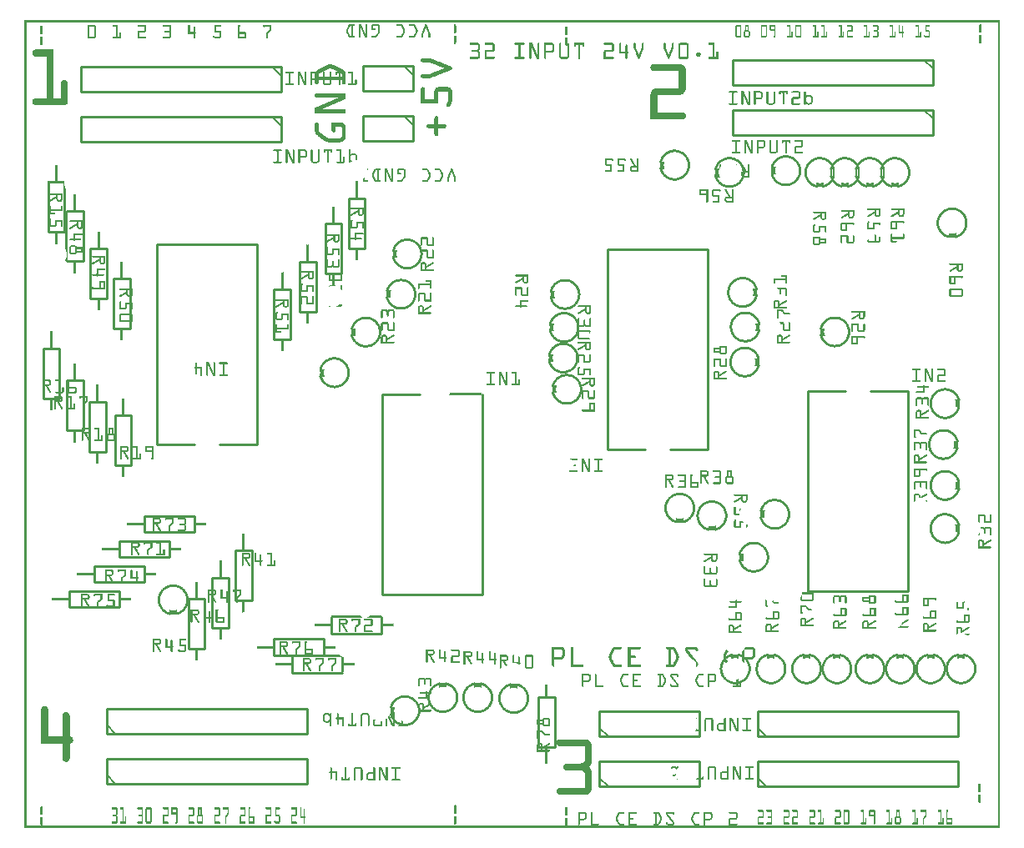
<source format=gto>
G04 MADE WITH FRITZING*
G04 WWW.FRITZING.ORG*
G04 DOUBLE SIDED*
G04 HOLES PLATED*
G04 CONTOUR ON CENTER OF CONTOUR VECTOR*
%ASAXBY*%
%FSLAX23Y23*%
%MOIN*%
%OFA0B0*%
%SFA1.0B1.0*%
%ADD10C,0.010000*%
%ADD11C,0.005000*%
%ADD12R,0.001000X0.001000*%
%LNSILK1*%
G90*
G70*
G54D10*
X1428Y1734D02*
X1428Y934D01*
D02*
X1428Y934D02*
X1828Y934D01*
D02*
X1828Y934D02*
X1828Y1734D01*
D02*
X1428Y1734D02*
X1578Y1734D01*
D02*
X3128Y1747D02*
X3128Y947D01*
D02*
X3128Y947D02*
X3528Y947D01*
D02*
X3528Y947D02*
X3528Y1747D01*
D02*
X3128Y1747D02*
X3278Y1747D01*
D02*
X3378Y1747D02*
X3528Y1747D01*
D02*
X2728Y1512D02*
X2728Y2312D01*
D02*
X2728Y2312D02*
X2328Y2312D01*
D02*
X2328Y2312D02*
X2328Y1512D01*
D02*
X2728Y1512D02*
X2578Y1512D01*
D02*
X2478Y1512D02*
X2328Y1512D01*
D02*
X928Y1534D02*
X928Y2334D01*
D02*
X928Y2334D02*
X528Y2334D01*
D02*
X528Y2334D02*
X528Y1534D01*
D02*
X928Y1534D02*
X778Y1534D01*
D02*
X678Y1534D02*
X528Y1534D01*
D02*
X2297Y166D02*
X2697Y166D01*
D02*
X2697Y166D02*
X2697Y266D01*
D02*
X2697Y266D02*
X2297Y266D01*
D02*
X2297Y266D02*
X2297Y166D01*
G54D11*
D02*
X2332Y166D02*
X2297Y201D01*
G54D10*
D02*
X2297Y366D02*
X2697Y366D01*
D02*
X2697Y366D02*
X2697Y466D01*
D02*
X2697Y466D02*
X2297Y466D01*
D02*
X2297Y466D02*
X2297Y366D01*
G54D11*
D02*
X2332Y366D02*
X2297Y401D01*
G54D10*
D02*
X1552Y2846D02*
X1352Y2846D01*
D02*
X1352Y2846D02*
X1352Y2746D01*
D02*
X1352Y2746D02*
X1552Y2746D01*
D02*
X1552Y2746D02*
X1552Y2846D01*
G54D11*
D02*
X1517Y2846D02*
X1552Y2811D01*
G54D10*
D02*
X1552Y3046D02*
X1352Y3046D01*
D02*
X1352Y3046D02*
X1352Y2946D01*
D02*
X1352Y2946D02*
X1552Y2946D01*
D02*
X1552Y2946D02*
X1552Y3046D01*
G54D11*
D02*
X1517Y3046D02*
X1552Y3011D01*
G54D10*
D02*
X328Y377D02*
X1128Y377D01*
D02*
X1128Y377D02*
X1128Y477D01*
D02*
X1128Y477D02*
X328Y477D01*
D02*
X328Y477D02*
X328Y377D01*
G54D11*
D02*
X363Y377D02*
X328Y412D01*
G54D10*
D02*
X2928Y165D02*
X3728Y165D01*
D02*
X3728Y165D02*
X3728Y265D01*
D02*
X3728Y265D02*
X2928Y265D01*
D02*
X2928Y265D02*
X2928Y165D01*
G54D11*
D02*
X2963Y165D02*
X2928Y200D01*
G54D10*
D02*
X3628Y3070D02*
X2828Y3070D01*
D02*
X2828Y3070D02*
X2828Y2970D01*
D02*
X2828Y2970D02*
X3628Y2970D01*
D02*
X3628Y2970D02*
X3628Y3070D01*
G54D11*
D02*
X3593Y3070D02*
X3628Y3035D01*
G54D10*
D02*
X1024Y2843D02*
X224Y2843D01*
D02*
X224Y2843D02*
X224Y2743D01*
D02*
X224Y2743D02*
X1024Y2743D01*
D02*
X1024Y2743D02*
X1024Y2843D01*
G54D11*
D02*
X989Y2843D02*
X1024Y2808D01*
G54D10*
D02*
X328Y177D02*
X1128Y177D01*
D02*
X1128Y177D02*
X1128Y277D01*
D02*
X1128Y277D02*
X328Y277D01*
D02*
X328Y277D02*
X328Y177D01*
G54D11*
D02*
X363Y177D02*
X328Y212D01*
G54D10*
D02*
X2928Y365D02*
X3728Y365D01*
D02*
X3728Y365D02*
X3728Y465D01*
D02*
X3728Y465D02*
X2928Y465D01*
D02*
X2928Y465D02*
X2928Y365D01*
G54D11*
D02*
X2963Y365D02*
X2928Y400D01*
G54D10*
D02*
X3628Y2870D02*
X2828Y2870D01*
D02*
X2828Y2870D02*
X2828Y2770D01*
D02*
X2828Y2770D02*
X3628Y2770D01*
D02*
X3628Y2770D02*
X3628Y2870D01*
G54D11*
D02*
X3593Y2870D02*
X3628Y2835D01*
G54D10*
D02*
X1024Y3043D02*
X224Y3043D01*
D02*
X224Y3043D02*
X224Y2943D01*
D02*
X224Y2943D02*
X1024Y2943D01*
D02*
X1024Y2943D02*
X1024Y3043D01*
G54D11*
D02*
X989Y3043D02*
X1024Y3008D01*
G54D10*
D02*
X2053Y324D02*
X2053Y524D01*
D02*
X2053Y524D02*
X2119Y524D01*
D02*
X2119Y524D02*
X2119Y324D01*
D02*
X2119Y324D02*
X2053Y324D01*
D02*
X1270Y621D02*
X1070Y621D01*
D02*
X1070Y621D02*
X1070Y687D01*
D02*
X996Y755D02*
X1196Y755D01*
D02*
X1196Y755D02*
X1196Y689D01*
D02*
X1196Y689D02*
X996Y689D01*
D02*
X996Y689D02*
X996Y755D01*
D02*
X178Y948D02*
X378Y948D01*
D02*
X378Y948D02*
X378Y882D01*
D02*
X378Y882D02*
X178Y882D01*
D02*
X178Y882D02*
X178Y948D01*
D02*
X278Y1048D02*
X478Y1048D01*
D02*
X478Y1048D02*
X478Y982D01*
D02*
X478Y982D02*
X278Y982D01*
D02*
X278Y982D02*
X278Y1048D01*
D02*
X478Y1248D02*
X678Y1248D01*
D02*
X678Y1248D02*
X678Y1182D01*
D02*
X678Y1182D02*
X478Y1182D01*
D02*
X478Y1182D02*
X478Y1248D01*
D02*
X1427Y844D02*
X1427Y778D01*
D02*
X1427Y778D02*
X1227Y778D01*
D02*
X1227Y778D02*
X1227Y844D01*
D02*
X378Y1148D02*
X578Y1148D01*
D02*
X578Y1148D02*
X578Y1082D01*
D02*
X578Y1082D02*
X378Y1082D01*
D02*
X378Y1082D02*
X378Y1148D01*
D02*
X1360Y2518D02*
X1360Y2318D01*
D02*
X1360Y2318D02*
X1294Y2318D01*
D02*
X1294Y2318D02*
X1294Y2518D01*
D02*
X1294Y2518D02*
X1360Y2518D01*
D02*
X1267Y2415D02*
X1267Y2215D01*
D02*
X1267Y2215D02*
X1201Y2215D01*
D02*
X1201Y2215D02*
X1201Y2415D01*
D02*
X1201Y2415D02*
X1267Y2415D01*
D02*
X1165Y2264D02*
X1165Y2064D01*
D02*
X1165Y2064D02*
X1099Y2064D01*
D02*
X1099Y2064D02*
X1099Y2264D01*
D02*
X1099Y2264D02*
X1165Y2264D01*
D02*
X1063Y2153D02*
X1063Y1953D01*
D02*
X1063Y1953D02*
X997Y1953D01*
D02*
X997Y1953D02*
X997Y2153D01*
D02*
X997Y2153D02*
X1063Y2153D01*
D02*
X422Y2197D02*
X422Y1997D01*
D02*
X422Y1997D02*
X356Y1997D01*
D02*
X356Y1997D02*
X356Y2197D01*
D02*
X356Y2197D02*
X422Y2197D01*
D02*
X329Y2317D02*
X329Y2117D01*
D02*
X329Y2117D02*
X263Y2117D01*
D02*
X263Y2117D02*
X263Y2317D01*
D02*
X263Y2317D02*
X329Y2317D01*
D02*
X235Y2466D02*
X235Y2266D01*
D02*
X235Y2266D02*
X169Y2266D01*
D02*
X169Y2466D02*
X235Y2466D01*
D02*
X160Y2382D02*
X94Y2382D01*
D02*
X94Y2382D02*
X94Y2582D01*
D02*
X816Y1001D02*
X816Y801D01*
D02*
X816Y801D02*
X750Y801D01*
D02*
X750Y801D02*
X750Y1001D01*
D02*
X750Y1001D02*
X816Y1001D01*
D02*
X720Y916D02*
X720Y716D01*
D02*
X720Y716D02*
X654Y716D01*
D02*
X654Y716D02*
X654Y916D01*
D02*
X654Y916D02*
X720Y916D01*
D02*
X909Y1109D02*
X909Y909D01*
D02*
X909Y909D02*
X843Y909D01*
D02*
X843Y909D02*
X843Y1109D01*
D02*
X843Y1109D02*
X909Y1109D01*
D02*
X427Y1649D02*
X427Y1449D01*
D02*
X427Y1449D02*
X361Y1449D01*
D02*
X361Y1449D02*
X361Y1649D01*
D02*
X361Y1649D02*
X427Y1649D01*
D02*
X325Y1704D02*
X325Y1504D01*
D02*
X325Y1504D02*
X259Y1504D01*
D02*
X259Y1504D02*
X259Y1704D01*
D02*
X259Y1704D02*
X325Y1704D01*
D02*
X235Y1789D02*
X235Y1589D01*
D02*
X235Y1589D02*
X169Y1589D01*
D02*
X169Y1589D02*
X169Y1789D01*
D02*
X169Y1789D02*
X235Y1789D01*
D02*
X140Y1918D02*
X140Y1718D01*
D02*
X140Y1718D02*
X74Y1718D01*
D02*
X74Y1718D02*
X74Y1918D01*
D02*
X74Y1918D02*
X140Y1918D01*
G54D12*
X0Y3228D02*
X3896Y3228D01*
X0Y3227D02*
X3896Y3227D01*
X0Y3226D02*
X3896Y3226D01*
X0Y3225D02*
X3896Y3225D01*
X0Y3224D02*
X3896Y3224D01*
X0Y3223D02*
X3896Y3223D01*
X0Y3222D02*
X3896Y3222D01*
X0Y3221D02*
X3896Y3221D01*
X0Y3220D02*
X7Y3220D01*
X3889Y3220D02*
X3896Y3220D01*
X0Y3219D02*
X7Y3219D01*
X3889Y3219D02*
X3896Y3219D01*
X0Y3218D02*
X7Y3218D01*
X3889Y3218D02*
X3896Y3218D01*
X0Y3217D02*
X7Y3217D01*
X3889Y3217D02*
X3896Y3217D01*
X0Y3216D02*
X7Y3216D01*
X3889Y3216D02*
X3896Y3216D01*
X0Y3215D02*
X7Y3215D01*
X3889Y3215D02*
X3896Y3215D01*
X0Y3214D02*
X7Y3214D01*
X3889Y3214D02*
X3896Y3214D01*
X0Y3213D02*
X7Y3213D01*
X1303Y3213D02*
X1315Y3213D01*
X1336Y3213D02*
X1343Y3213D01*
X1366Y3213D02*
X1366Y3213D01*
X1395Y3213D02*
X1409Y3213D01*
X1489Y3213D02*
X1502Y3213D01*
X1539Y3213D02*
X1552Y3213D01*
X1603Y3213D02*
X1603Y3213D01*
X3818Y3213D02*
X3818Y3213D01*
X3889Y3213D02*
X3896Y3213D01*
X0Y3212D02*
X7Y3212D01*
X1299Y3212D02*
X1318Y3212D01*
X1335Y3212D02*
X1344Y3212D01*
X1364Y3212D02*
X1368Y3212D01*
X1392Y3212D02*
X1413Y3212D01*
X1487Y3212D02*
X1506Y3212D01*
X1537Y3212D02*
X1556Y3212D01*
X1601Y3212D02*
X1605Y3212D01*
X3816Y3212D02*
X3821Y3212D01*
X3889Y3212D02*
X3896Y3212D01*
X0Y3211D02*
X7Y3211D01*
X1297Y3211D02*
X1318Y3211D01*
X1335Y3211D02*
X1345Y3211D01*
X1363Y3211D02*
X1369Y3211D01*
X1390Y3211D02*
X1415Y3211D01*
X1486Y3211D02*
X1507Y3211D01*
X1536Y3211D02*
X1558Y3211D01*
X1600Y3211D02*
X1606Y3211D01*
X1717Y3211D02*
X1721Y3211D01*
X3815Y3211D02*
X3822Y3211D01*
X3889Y3211D02*
X3896Y3211D01*
X0Y3210D02*
X7Y3210D01*
X256Y3210D02*
X281Y3210D01*
X354Y3210D02*
X372Y3210D01*
X454Y3210D02*
X481Y3210D01*
X554Y3210D02*
X581Y3210D01*
X656Y3210D02*
X658Y3210D01*
X759Y3210D02*
X784Y3210D01*
X855Y3210D02*
X860Y3210D01*
X955Y3210D02*
X986Y3210D01*
X1296Y3210D02*
X1319Y3210D01*
X1335Y3210D02*
X1345Y3210D01*
X1363Y3210D02*
X1369Y3210D01*
X1389Y3210D02*
X1416Y3210D01*
X1486Y3210D02*
X1509Y3210D01*
X1536Y3210D02*
X1559Y3210D01*
X1600Y3210D02*
X1606Y3210D01*
X1716Y3210D02*
X1722Y3210D01*
X2842Y3210D02*
X2860Y3210D01*
X2880Y3210D02*
X2891Y3210D01*
X2945Y3210D02*
X2962Y3210D01*
X2978Y3210D02*
X2998Y3210D01*
X3046Y3210D02*
X3058Y3210D01*
X3082Y3210D02*
X3099Y3210D01*
X3149Y3210D02*
X3161Y3210D01*
X3183Y3210D02*
X3195Y3210D01*
X3251Y3210D02*
X3264Y3210D01*
X3286Y3210D02*
X3305Y3210D01*
X3354Y3210D02*
X3366Y3210D01*
X3388Y3210D02*
X3407Y3210D01*
X3457Y3210D02*
X3469Y3210D01*
X3492Y3210D02*
X3494Y3210D01*
X3560Y3210D02*
X3572Y3210D01*
X3598Y3210D02*
X3614Y3210D01*
X3814Y3210D02*
X3822Y3210D01*
X3889Y3210D02*
X3896Y3210D01*
X0Y3209D02*
X7Y3209D01*
X254Y3209D02*
X282Y3209D01*
X352Y3209D02*
X372Y3209D01*
X453Y3209D02*
X483Y3209D01*
X553Y3209D02*
X583Y3209D01*
X655Y3209D02*
X659Y3209D01*
X759Y3209D02*
X785Y3209D01*
X853Y3209D02*
X861Y3209D01*
X954Y3209D02*
X986Y3209D01*
X1295Y3209D02*
X1319Y3209D01*
X1335Y3209D02*
X1345Y3209D01*
X1363Y3209D02*
X1369Y3209D01*
X1388Y3209D02*
X1417Y3209D01*
X1486Y3209D02*
X1510Y3209D01*
X1536Y3209D02*
X1560Y3209D01*
X1600Y3209D02*
X1607Y3209D01*
X1715Y3209D02*
X1723Y3209D01*
X2841Y3209D02*
X2861Y3209D01*
X2879Y3209D02*
X2892Y3209D01*
X2944Y3209D02*
X2963Y3209D01*
X2977Y3209D02*
X2999Y3209D01*
X3045Y3209D02*
X3058Y3209D01*
X3081Y3209D02*
X3100Y3209D01*
X3148Y3209D02*
X3161Y3209D01*
X3182Y3209D02*
X3195Y3209D01*
X3251Y3209D02*
X3264Y3209D01*
X3285Y3209D02*
X3306Y3209D01*
X3354Y3209D02*
X3366Y3209D01*
X3388Y3209D02*
X3408Y3209D01*
X3456Y3209D02*
X3469Y3209D01*
X3492Y3209D02*
X3495Y3209D01*
X3559Y3209D02*
X3572Y3209D01*
X3598Y3209D02*
X3615Y3209D01*
X3814Y3209D02*
X3822Y3209D01*
X3889Y3209D02*
X3896Y3209D01*
X0Y3208D02*
X7Y3208D01*
X253Y3208D02*
X283Y3208D01*
X352Y3208D02*
X372Y3208D01*
X452Y3208D02*
X484Y3208D01*
X552Y3208D02*
X584Y3208D01*
X654Y3208D02*
X660Y3208D01*
X759Y3208D02*
X786Y3208D01*
X853Y3208D02*
X862Y3208D01*
X953Y3208D02*
X986Y3208D01*
X1294Y3208D02*
X1318Y3208D01*
X1335Y3208D02*
X1346Y3208D01*
X1363Y3208D02*
X1369Y3208D01*
X1387Y3208D02*
X1418Y3208D01*
X1486Y3208D02*
X1510Y3208D01*
X1537Y3208D02*
X1560Y3208D01*
X1599Y3208D02*
X1607Y3208D01*
X1715Y3208D02*
X1723Y3208D01*
X2841Y3208D02*
X2861Y3208D01*
X2879Y3208D02*
X2892Y3208D01*
X2943Y3208D02*
X2964Y3208D01*
X2977Y3208D02*
X2999Y3208D01*
X3045Y3208D02*
X3058Y3208D01*
X3080Y3208D02*
X3101Y3208D01*
X3148Y3208D02*
X3161Y3208D01*
X3182Y3208D02*
X3195Y3208D01*
X3251Y3208D02*
X3264Y3208D01*
X3285Y3208D02*
X3306Y3208D01*
X3353Y3208D02*
X3366Y3208D01*
X3388Y3208D02*
X3409Y3208D01*
X3456Y3208D02*
X3469Y3208D01*
X3491Y3208D02*
X3495Y3208D01*
X3559Y3208D02*
X3572Y3208D01*
X3598Y3208D02*
X3615Y3208D01*
X3814Y3208D02*
X3823Y3208D01*
X3889Y3208D02*
X3896Y3208D01*
X0Y3207D02*
X7Y3207D01*
X65Y3207D02*
X69Y3207D01*
X253Y3207D02*
X284Y3207D01*
X352Y3207D02*
X372Y3207D01*
X452Y3207D02*
X485Y3207D01*
X552Y3207D02*
X585Y3207D01*
X654Y3207D02*
X660Y3207D01*
X759Y3207D02*
X786Y3207D01*
X853Y3207D02*
X862Y3207D01*
X953Y3207D02*
X986Y3207D01*
X1294Y3207D02*
X1318Y3207D01*
X1335Y3207D02*
X1346Y3207D01*
X1363Y3207D02*
X1369Y3207D01*
X1387Y3207D02*
X1418Y3207D01*
X1487Y3207D02*
X1511Y3207D01*
X1537Y3207D02*
X1561Y3207D01*
X1599Y3207D02*
X1607Y3207D01*
X1715Y3207D02*
X1724Y3207D01*
X2840Y3207D02*
X2862Y3207D01*
X2879Y3207D02*
X2892Y3207D01*
X2943Y3207D02*
X2965Y3207D01*
X2977Y3207D02*
X2999Y3207D01*
X3045Y3207D02*
X3058Y3207D01*
X3080Y3207D02*
X3101Y3207D01*
X3148Y3207D02*
X3161Y3207D01*
X3182Y3207D02*
X3195Y3207D01*
X3251Y3207D02*
X3264Y3207D01*
X3285Y3207D02*
X3307Y3207D01*
X3353Y3207D02*
X3366Y3207D01*
X3388Y3207D02*
X3410Y3207D01*
X3456Y3207D02*
X3469Y3207D01*
X3491Y3207D02*
X3495Y3207D01*
X3559Y3207D02*
X3572Y3207D01*
X3598Y3207D02*
X3615Y3207D01*
X3814Y3207D02*
X3823Y3207D01*
X3889Y3207D02*
X3896Y3207D01*
X0Y3206D02*
X7Y3206D01*
X64Y3206D02*
X70Y3206D01*
X252Y3206D02*
X285Y3206D01*
X352Y3206D02*
X372Y3206D01*
X452Y3206D02*
X485Y3206D01*
X552Y3206D02*
X585Y3206D01*
X654Y3206D02*
X660Y3206D01*
X759Y3206D02*
X786Y3206D01*
X853Y3206D02*
X862Y3206D01*
X953Y3206D02*
X986Y3206D01*
X1293Y3206D02*
X1302Y3206D01*
X1305Y3206D02*
X1312Y3206D01*
X1335Y3206D02*
X1347Y3206D01*
X1363Y3206D02*
X1369Y3206D01*
X1386Y3206D02*
X1395Y3206D01*
X1410Y3206D02*
X1418Y3206D01*
X1503Y3206D02*
X1511Y3206D01*
X1553Y3206D02*
X1562Y3206D01*
X1598Y3206D02*
X1608Y3206D01*
X1715Y3206D02*
X1724Y3206D01*
X2840Y3206D02*
X2862Y3206D01*
X2879Y3206D02*
X2892Y3206D01*
X2943Y3206D02*
X2965Y3206D01*
X2977Y3206D02*
X2999Y3206D01*
X3045Y3206D02*
X3058Y3206D01*
X3080Y3206D02*
X3102Y3206D01*
X3148Y3206D02*
X3161Y3206D01*
X3182Y3206D02*
X3195Y3206D01*
X3251Y3206D02*
X3264Y3206D01*
X3285Y3206D02*
X3307Y3206D01*
X3354Y3206D02*
X3366Y3206D01*
X3388Y3206D02*
X3410Y3206D01*
X3456Y3206D02*
X3469Y3206D01*
X3491Y3206D02*
X3495Y3206D01*
X3559Y3206D02*
X3572Y3206D01*
X3598Y3206D02*
X3615Y3206D01*
X3814Y3206D02*
X3823Y3206D01*
X3889Y3206D02*
X3896Y3206D01*
X0Y3205D02*
X7Y3205D01*
X63Y3205D02*
X71Y3205D01*
X252Y3205D02*
X285Y3205D01*
X353Y3205D02*
X372Y3205D01*
X453Y3205D02*
X485Y3205D01*
X553Y3205D02*
X586Y3205D01*
X654Y3205D02*
X660Y3205D01*
X759Y3205D02*
X785Y3205D01*
X853Y3205D02*
X861Y3205D01*
X953Y3205D02*
X986Y3205D01*
X1293Y3205D02*
X1300Y3205D01*
X1306Y3205D02*
X1312Y3205D01*
X1335Y3205D02*
X1347Y3205D01*
X1363Y3205D02*
X1369Y3205D01*
X1386Y3205D02*
X1393Y3205D01*
X1412Y3205D02*
X1419Y3205D01*
X1505Y3205D02*
X1512Y3205D01*
X1555Y3205D02*
X1562Y3205D01*
X1598Y3205D02*
X1608Y3205D01*
X1715Y3205D02*
X1724Y3205D01*
X2840Y3205D02*
X2862Y3205D01*
X2879Y3205D02*
X2892Y3205D01*
X2943Y3205D02*
X2965Y3205D01*
X2977Y3205D02*
X2999Y3205D01*
X3046Y3205D02*
X3058Y3205D01*
X3079Y3205D02*
X3102Y3205D01*
X3149Y3205D02*
X3161Y3205D01*
X3183Y3205D02*
X3195Y3205D01*
X3251Y3205D02*
X3264Y3205D01*
X3286Y3205D02*
X3307Y3205D01*
X3354Y3205D02*
X3366Y3205D01*
X3388Y3205D02*
X3410Y3205D01*
X3457Y3205D02*
X3469Y3205D01*
X3491Y3205D02*
X3495Y3205D01*
X3507Y3205D02*
X3507Y3205D01*
X3559Y3205D02*
X3572Y3205D01*
X3598Y3205D02*
X3615Y3205D01*
X3814Y3205D02*
X3823Y3205D01*
X3889Y3205D02*
X3896Y3205D01*
X0Y3204D02*
X7Y3204D01*
X63Y3204D02*
X72Y3204D01*
X252Y3204D02*
X285Y3204D01*
X354Y3204D02*
X372Y3204D01*
X454Y3204D02*
X485Y3204D01*
X554Y3204D02*
X586Y3204D01*
X654Y3204D02*
X660Y3204D01*
X676Y3204D02*
X679Y3204D01*
X759Y3204D02*
X784Y3204D01*
X853Y3204D02*
X860Y3204D01*
X953Y3204D02*
X986Y3204D01*
X1292Y3204D02*
X1299Y3204D01*
X1306Y3204D02*
X1312Y3204D01*
X1335Y3204D02*
X1348Y3204D01*
X1363Y3204D02*
X1369Y3204D01*
X1386Y3204D02*
X1392Y3204D01*
X1413Y3204D02*
X1419Y3204D01*
X1505Y3204D02*
X1512Y3204D01*
X1556Y3204D02*
X1563Y3204D01*
X1598Y3204D02*
X1609Y3204D01*
X1715Y3204D02*
X1724Y3204D01*
X2163Y3204D02*
X2166Y3204D01*
X2840Y3204D02*
X2844Y3204D01*
X2858Y3204D02*
X2862Y3204D01*
X2879Y3204D02*
X2883Y3204D01*
X2888Y3204D02*
X2892Y3204D01*
X2942Y3204D02*
X2947Y3204D01*
X2961Y3204D02*
X2965Y3204D01*
X2977Y3204D02*
X2981Y3204D01*
X2995Y3204D02*
X2999Y3204D01*
X3054Y3204D02*
X3058Y3204D01*
X3079Y3204D02*
X3083Y3204D01*
X3098Y3204D02*
X3102Y3204D01*
X3157Y3204D02*
X3161Y3204D01*
X3191Y3204D02*
X3195Y3204D01*
X3260Y3204D02*
X3264Y3204D01*
X3303Y3204D02*
X3307Y3204D01*
X3362Y3204D02*
X3366Y3204D01*
X3406Y3204D02*
X3410Y3204D01*
X3465Y3204D02*
X3469Y3204D01*
X3491Y3204D02*
X3495Y3204D01*
X3506Y3204D02*
X3509Y3204D01*
X3568Y3204D02*
X3572Y3204D01*
X3598Y3204D02*
X3602Y3204D01*
X3814Y3204D02*
X3823Y3204D01*
X3889Y3204D02*
X3896Y3204D01*
X0Y3203D02*
X7Y3203D01*
X63Y3203D02*
X72Y3203D01*
X252Y3203D02*
X258Y3203D01*
X279Y3203D02*
X285Y3203D01*
X366Y3203D02*
X372Y3203D01*
X479Y3203D02*
X486Y3203D01*
X580Y3203D02*
X586Y3203D01*
X654Y3203D02*
X660Y3203D01*
X675Y3203D02*
X680Y3203D01*
X759Y3203D02*
X765Y3203D01*
X853Y3203D02*
X859Y3203D01*
X953Y3203D02*
X959Y3203D01*
X980Y3203D02*
X986Y3203D01*
X1292Y3203D02*
X1299Y3203D01*
X1306Y3203D02*
X1312Y3203D01*
X1335Y3203D02*
X1348Y3203D01*
X1363Y3203D02*
X1369Y3203D01*
X1386Y3203D02*
X1392Y3203D01*
X1413Y3203D02*
X1419Y3203D01*
X1506Y3203D02*
X1513Y3203D01*
X1556Y3203D02*
X1563Y3203D01*
X1597Y3203D02*
X1609Y3203D01*
X1715Y3203D02*
X1724Y3203D01*
X2161Y3203D02*
X2167Y3203D01*
X2840Y3203D02*
X2844Y3203D01*
X2859Y3203D02*
X2862Y3203D01*
X2879Y3203D02*
X2882Y3203D01*
X2888Y3203D02*
X2892Y3203D01*
X2942Y3203D02*
X2946Y3203D01*
X2961Y3203D02*
X2965Y3203D01*
X2977Y3203D02*
X2980Y3203D01*
X2995Y3203D02*
X2999Y3203D01*
X3055Y3203D02*
X3058Y3203D01*
X3079Y3203D02*
X3083Y3203D01*
X3098Y3203D02*
X3102Y3203D01*
X3157Y3203D02*
X3161Y3203D01*
X3191Y3203D02*
X3195Y3203D01*
X3260Y3203D02*
X3264Y3203D01*
X3304Y3203D02*
X3307Y3203D01*
X3363Y3203D02*
X3366Y3203D01*
X3406Y3203D02*
X3410Y3203D01*
X3465Y3203D02*
X3469Y3203D01*
X3491Y3203D02*
X3495Y3203D01*
X3506Y3203D02*
X3509Y3203D01*
X3568Y3203D02*
X3572Y3203D01*
X3598Y3203D02*
X3601Y3203D01*
X3814Y3203D02*
X3823Y3203D01*
X3889Y3203D02*
X3896Y3203D01*
X0Y3202D02*
X7Y3202D01*
X63Y3202D02*
X72Y3202D01*
X252Y3202D02*
X258Y3202D01*
X279Y3202D02*
X285Y3202D01*
X366Y3202D02*
X372Y3202D01*
X479Y3202D02*
X486Y3202D01*
X580Y3202D02*
X586Y3202D01*
X654Y3202D02*
X660Y3202D01*
X675Y3202D02*
X681Y3202D01*
X759Y3202D02*
X765Y3202D01*
X853Y3202D02*
X859Y3202D01*
X954Y3202D02*
X958Y3202D01*
X980Y3202D02*
X986Y3202D01*
X1291Y3202D02*
X1298Y3202D01*
X1306Y3202D02*
X1312Y3202D01*
X1335Y3202D02*
X1348Y3202D01*
X1363Y3202D02*
X1369Y3202D01*
X1385Y3202D02*
X1392Y3202D01*
X1413Y3202D02*
X1419Y3202D01*
X1506Y3202D02*
X1513Y3202D01*
X1557Y3202D02*
X1564Y3202D01*
X1597Y3202D02*
X1609Y3202D01*
X1715Y3202D02*
X1724Y3202D01*
X2160Y3202D02*
X2168Y3202D01*
X2840Y3202D02*
X2844Y3202D01*
X2859Y3202D02*
X2862Y3202D01*
X2879Y3202D02*
X2882Y3202D01*
X2888Y3202D02*
X2892Y3202D01*
X2942Y3202D02*
X2946Y3202D01*
X2961Y3202D02*
X2965Y3202D01*
X2977Y3202D02*
X2980Y3202D01*
X2995Y3202D02*
X2999Y3202D01*
X3055Y3202D02*
X3058Y3202D01*
X3079Y3202D02*
X3083Y3202D01*
X3098Y3202D02*
X3102Y3202D01*
X3157Y3202D02*
X3161Y3202D01*
X3191Y3202D02*
X3195Y3202D01*
X3260Y3202D02*
X3264Y3202D01*
X3304Y3202D02*
X3307Y3202D01*
X3363Y3202D02*
X3366Y3202D01*
X3406Y3202D02*
X3410Y3202D01*
X3465Y3202D02*
X3469Y3202D01*
X3491Y3202D02*
X3495Y3202D01*
X3505Y3202D02*
X3509Y3202D01*
X3568Y3202D02*
X3572Y3202D01*
X3598Y3202D02*
X3601Y3202D01*
X3814Y3202D02*
X3823Y3202D01*
X3889Y3202D02*
X3896Y3202D01*
X0Y3201D02*
X7Y3201D01*
X63Y3201D02*
X72Y3201D01*
X252Y3201D02*
X258Y3201D01*
X279Y3201D02*
X285Y3201D01*
X366Y3201D02*
X372Y3201D01*
X479Y3201D02*
X486Y3201D01*
X580Y3201D02*
X586Y3201D01*
X654Y3201D02*
X660Y3201D01*
X675Y3201D02*
X681Y3201D01*
X759Y3201D02*
X765Y3201D01*
X853Y3201D02*
X859Y3201D01*
X955Y3201D02*
X957Y3201D01*
X980Y3201D02*
X986Y3201D01*
X1291Y3201D02*
X1298Y3201D01*
X1306Y3201D02*
X1312Y3201D01*
X1335Y3201D02*
X1349Y3201D01*
X1363Y3201D02*
X1369Y3201D01*
X1385Y3201D02*
X1392Y3201D01*
X1413Y3201D02*
X1419Y3201D01*
X1507Y3201D02*
X1514Y3201D01*
X1557Y3201D02*
X1564Y3201D01*
X1596Y3201D02*
X1610Y3201D01*
X1715Y3201D02*
X1724Y3201D01*
X2160Y3201D02*
X2168Y3201D01*
X2840Y3201D02*
X2844Y3201D01*
X2859Y3201D02*
X2862Y3201D01*
X2879Y3201D02*
X2882Y3201D01*
X2888Y3201D02*
X2892Y3201D01*
X2942Y3201D02*
X2946Y3201D01*
X2961Y3201D02*
X2965Y3201D01*
X2977Y3201D02*
X2980Y3201D01*
X2995Y3201D02*
X2999Y3201D01*
X3055Y3201D02*
X3058Y3201D01*
X3079Y3201D02*
X3083Y3201D01*
X3098Y3201D02*
X3102Y3201D01*
X3157Y3201D02*
X3161Y3201D01*
X3191Y3201D02*
X3195Y3201D01*
X3260Y3201D02*
X3264Y3201D01*
X3304Y3201D02*
X3307Y3201D01*
X3363Y3201D02*
X3366Y3201D01*
X3406Y3201D02*
X3410Y3201D01*
X3465Y3201D02*
X3469Y3201D01*
X3491Y3201D02*
X3495Y3201D01*
X3505Y3201D02*
X3509Y3201D01*
X3568Y3201D02*
X3572Y3201D01*
X3598Y3201D02*
X3601Y3201D01*
X3814Y3201D02*
X3823Y3201D01*
X3889Y3201D02*
X3896Y3201D01*
X0Y3200D02*
X7Y3200D01*
X63Y3200D02*
X72Y3200D01*
X252Y3200D02*
X258Y3200D01*
X279Y3200D02*
X285Y3200D01*
X366Y3200D02*
X372Y3200D01*
X479Y3200D02*
X486Y3200D01*
X580Y3200D02*
X586Y3200D01*
X654Y3200D02*
X660Y3200D01*
X675Y3200D02*
X681Y3200D01*
X759Y3200D02*
X765Y3200D01*
X853Y3200D02*
X859Y3200D01*
X980Y3200D02*
X986Y3200D01*
X1290Y3200D02*
X1297Y3200D01*
X1306Y3200D02*
X1312Y3200D01*
X1335Y3200D02*
X1349Y3200D01*
X1363Y3200D02*
X1369Y3200D01*
X1385Y3200D02*
X1392Y3200D01*
X1413Y3200D02*
X1419Y3200D01*
X1507Y3200D02*
X1514Y3200D01*
X1558Y3200D02*
X1565Y3200D01*
X1596Y3200D02*
X1610Y3200D01*
X1715Y3200D02*
X1724Y3200D01*
X2160Y3200D02*
X2169Y3200D01*
X2840Y3200D02*
X2844Y3200D01*
X2859Y3200D02*
X2862Y3200D01*
X2879Y3200D02*
X2882Y3200D01*
X2888Y3200D02*
X2892Y3200D01*
X2942Y3200D02*
X2946Y3200D01*
X2961Y3200D02*
X2965Y3200D01*
X2977Y3200D02*
X2980Y3200D01*
X2995Y3200D02*
X2999Y3200D01*
X3055Y3200D02*
X3058Y3200D01*
X3079Y3200D02*
X3083Y3200D01*
X3098Y3200D02*
X3102Y3200D01*
X3157Y3200D02*
X3161Y3200D01*
X3191Y3200D02*
X3195Y3200D01*
X3260Y3200D02*
X3264Y3200D01*
X3304Y3200D02*
X3307Y3200D01*
X3363Y3200D02*
X3366Y3200D01*
X3406Y3200D02*
X3410Y3200D01*
X3465Y3200D02*
X3469Y3200D01*
X3491Y3200D02*
X3495Y3200D01*
X3505Y3200D02*
X3509Y3200D01*
X3568Y3200D02*
X3572Y3200D01*
X3598Y3200D02*
X3601Y3200D01*
X3814Y3200D02*
X3823Y3200D01*
X3889Y3200D02*
X3896Y3200D01*
X0Y3199D02*
X7Y3199D01*
X63Y3199D02*
X72Y3199D01*
X252Y3199D02*
X258Y3199D01*
X279Y3199D02*
X285Y3199D01*
X366Y3199D02*
X372Y3199D01*
X479Y3199D02*
X486Y3199D01*
X580Y3199D02*
X586Y3199D01*
X654Y3199D02*
X660Y3199D01*
X675Y3199D02*
X681Y3199D01*
X759Y3199D02*
X765Y3199D01*
X853Y3199D02*
X859Y3199D01*
X980Y3199D02*
X986Y3199D01*
X1290Y3199D02*
X1297Y3199D01*
X1306Y3199D02*
X1312Y3199D01*
X1335Y3199D02*
X1341Y3199D01*
X1343Y3199D02*
X1350Y3199D01*
X1363Y3199D02*
X1369Y3199D01*
X1385Y3199D02*
X1392Y3199D01*
X1413Y3199D02*
X1419Y3199D01*
X1508Y3199D02*
X1515Y3199D01*
X1558Y3199D02*
X1565Y3199D01*
X1596Y3199D02*
X1602Y3199D01*
X1604Y3199D02*
X1611Y3199D01*
X1715Y3199D02*
X1724Y3199D01*
X2160Y3199D02*
X2169Y3199D01*
X2840Y3199D02*
X2844Y3199D01*
X2859Y3199D02*
X2862Y3199D01*
X2879Y3199D02*
X2882Y3199D01*
X2888Y3199D02*
X2892Y3199D01*
X2942Y3199D02*
X2946Y3199D01*
X2961Y3199D02*
X2965Y3199D01*
X2977Y3199D02*
X2980Y3199D01*
X2995Y3199D02*
X2999Y3199D01*
X3055Y3199D02*
X3058Y3199D01*
X3079Y3199D02*
X3083Y3199D01*
X3098Y3199D02*
X3102Y3199D01*
X3157Y3199D02*
X3161Y3199D01*
X3191Y3199D02*
X3195Y3199D01*
X3260Y3199D02*
X3264Y3199D01*
X3304Y3199D02*
X3307Y3199D01*
X3363Y3199D02*
X3366Y3199D01*
X3406Y3199D02*
X3410Y3199D01*
X3465Y3199D02*
X3469Y3199D01*
X3491Y3199D02*
X3495Y3199D01*
X3505Y3199D02*
X3509Y3199D01*
X3568Y3199D02*
X3572Y3199D01*
X3598Y3199D02*
X3601Y3199D01*
X3814Y3199D02*
X3823Y3199D01*
X3889Y3199D02*
X3896Y3199D01*
X0Y3198D02*
X7Y3198D01*
X63Y3198D02*
X72Y3198D01*
X252Y3198D02*
X258Y3198D01*
X279Y3198D02*
X285Y3198D01*
X366Y3198D02*
X372Y3198D01*
X479Y3198D02*
X486Y3198D01*
X580Y3198D02*
X586Y3198D01*
X654Y3198D02*
X660Y3198D01*
X675Y3198D02*
X681Y3198D01*
X759Y3198D02*
X765Y3198D01*
X853Y3198D02*
X859Y3198D01*
X980Y3198D02*
X986Y3198D01*
X1289Y3198D02*
X1296Y3198D01*
X1306Y3198D02*
X1312Y3198D01*
X1335Y3198D02*
X1341Y3198D01*
X1343Y3198D02*
X1350Y3198D01*
X1363Y3198D02*
X1369Y3198D01*
X1385Y3198D02*
X1392Y3198D01*
X1413Y3198D02*
X1419Y3198D01*
X1508Y3198D02*
X1515Y3198D01*
X1559Y3198D02*
X1566Y3198D01*
X1595Y3198D02*
X1602Y3198D01*
X1604Y3198D02*
X1611Y3198D01*
X1715Y3198D02*
X1724Y3198D01*
X2160Y3198D02*
X2169Y3198D01*
X2840Y3198D02*
X2844Y3198D01*
X2859Y3198D02*
X2862Y3198D01*
X2879Y3198D02*
X2882Y3198D01*
X2888Y3198D02*
X2892Y3198D01*
X2942Y3198D02*
X2946Y3198D01*
X2961Y3198D02*
X2965Y3198D01*
X2977Y3198D02*
X2980Y3198D01*
X2995Y3198D02*
X2999Y3198D01*
X3055Y3198D02*
X3058Y3198D01*
X3079Y3198D02*
X3083Y3198D01*
X3098Y3198D02*
X3102Y3198D01*
X3157Y3198D02*
X3161Y3198D01*
X3191Y3198D02*
X3195Y3198D01*
X3260Y3198D02*
X3264Y3198D01*
X3304Y3198D02*
X3307Y3198D01*
X3363Y3198D02*
X3366Y3198D01*
X3406Y3198D02*
X3410Y3198D01*
X3465Y3198D02*
X3469Y3198D01*
X3491Y3198D02*
X3495Y3198D01*
X3505Y3198D02*
X3509Y3198D01*
X3568Y3198D02*
X3572Y3198D01*
X3598Y3198D02*
X3601Y3198D01*
X3814Y3198D02*
X3823Y3198D01*
X3889Y3198D02*
X3896Y3198D01*
X0Y3197D02*
X7Y3197D01*
X63Y3197D02*
X72Y3197D01*
X252Y3197D02*
X258Y3197D01*
X279Y3197D02*
X285Y3197D01*
X366Y3197D02*
X372Y3197D01*
X479Y3197D02*
X486Y3197D01*
X580Y3197D02*
X586Y3197D01*
X654Y3197D02*
X660Y3197D01*
X675Y3197D02*
X681Y3197D01*
X759Y3197D02*
X765Y3197D01*
X853Y3197D02*
X859Y3197D01*
X980Y3197D02*
X986Y3197D01*
X1289Y3197D02*
X1296Y3197D01*
X1306Y3197D02*
X1312Y3197D01*
X1335Y3197D02*
X1341Y3197D01*
X1344Y3197D02*
X1351Y3197D01*
X1363Y3197D02*
X1369Y3197D01*
X1385Y3197D02*
X1392Y3197D01*
X1413Y3197D02*
X1419Y3197D01*
X1509Y3197D02*
X1516Y3197D01*
X1559Y3197D02*
X1566Y3197D01*
X1595Y3197D02*
X1601Y3197D01*
X1605Y3197D02*
X1611Y3197D01*
X1715Y3197D02*
X1724Y3197D01*
X2160Y3197D02*
X2169Y3197D01*
X2840Y3197D02*
X2844Y3197D01*
X2859Y3197D02*
X2862Y3197D01*
X2879Y3197D02*
X2882Y3197D01*
X2888Y3197D02*
X2892Y3197D01*
X2942Y3197D02*
X2946Y3197D01*
X2961Y3197D02*
X2965Y3197D01*
X2977Y3197D02*
X2980Y3197D01*
X2995Y3197D02*
X2999Y3197D01*
X3055Y3197D02*
X3058Y3197D01*
X3079Y3197D02*
X3083Y3197D01*
X3098Y3197D02*
X3102Y3197D01*
X3157Y3197D02*
X3161Y3197D01*
X3191Y3197D02*
X3195Y3197D01*
X3260Y3197D02*
X3264Y3197D01*
X3304Y3197D02*
X3307Y3197D01*
X3363Y3197D02*
X3366Y3197D01*
X3406Y3197D02*
X3410Y3197D01*
X3465Y3197D02*
X3469Y3197D01*
X3491Y3197D02*
X3495Y3197D01*
X3505Y3197D02*
X3509Y3197D01*
X3568Y3197D02*
X3572Y3197D01*
X3598Y3197D02*
X3601Y3197D01*
X3814Y3197D02*
X3823Y3197D01*
X3889Y3197D02*
X3896Y3197D01*
X0Y3196D02*
X7Y3196D01*
X63Y3196D02*
X72Y3196D01*
X252Y3196D02*
X258Y3196D01*
X279Y3196D02*
X285Y3196D01*
X366Y3196D02*
X372Y3196D01*
X479Y3196D02*
X486Y3196D01*
X580Y3196D02*
X586Y3196D01*
X654Y3196D02*
X660Y3196D01*
X675Y3196D02*
X681Y3196D01*
X759Y3196D02*
X765Y3196D01*
X853Y3196D02*
X859Y3196D01*
X980Y3196D02*
X986Y3196D01*
X1288Y3196D02*
X1295Y3196D01*
X1306Y3196D02*
X1312Y3196D01*
X1335Y3196D02*
X1341Y3196D01*
X1344Y3196D02*
X1351Y3196D01*
X1363Y3196D02*
X1369Y3196D01*
X1385Y3196D02*
X1392Y3196D01*
X1413Y3196D02*
X1419Y3196D01*
X1510Y3196D02*
X1516Y3196D01*
X1560Y3196D02*
X1567Y3196D01*
X1595Y3196D02*
X1601Y3196D01*
X1605Y3196D02*
X1612Y3196D01*
X1715Y3196D02*
X1724Y3196D01*
X2160Y3196D02*
X2169Y3196D01*
X2840Y3196D02*
X2844Y3196D01*
X2859Y3196D02*
X2862Y3196D01*
X2879Y3196D02*
X2882Y3196D01*
X2888Y3196D02*
X2892Y3196D01*
X2942Y3196D02*
X2946Y3196D01*
X2961Y3196D02*
X2965Y3196D01*
X2977Y3196D02*
X2980Y3196D01*
X2995Y3196D02*
X2999Y3196D01*
X3055Y3196D02*
X3058Y3196D01*
X3079Y3196D02*
X3083Y3196D01*
X3098Y3196D02*
X3102Y3196D01*
X3157Y3196D02*
X3161Y3196D01*
X3191Y3196D02*
X3195Y3196D01*
X3260Y3196D02*
X3264Y3196D01*
X3304Y3196D02*
X3307Y3196D01*
X3363Y3196D02*
X3366Y3196D01*
X3406Y3196D02*
X3410Y3196D01*
X3465Y3196D02*
X3469Y3196D01*
X3491Y3196D02*
X3495Y3196D01*
X3505Y3196D02*
X3509Y3196D01*
X3568Y3196D02*
X3572Y3196D01*
X3598Y3196D02*
X3601Y3196D01*
X3814Y3196D02*
X3823Y3196D01*
X3889Y3196D02*
X3896Y3196D01*
X0Y3195D02*
X7Y3195D01*
X63Y3195D02*
X72Y3195D01*
X252Y3195D02*
X258Y3195D01*
X279Y3195D02*
X285Y3195D01*
X366Y3195D02*
X372Y3195D01*
X479Y3195D02*
X486Y3195D01*
X580Y3195D02*
X586Y3195D01*
X654Y3195D02*
X660Y3195D01*
X675Y3195D02*
X681Y3195D01*
X759Y3195D02*
X765Y3195D01*
X853Y3195D02*
X859Y3195D01*
X980Y3195D02*
X986Y3195D01*
X1288Y3195D02*
X1295Y3195D01*
X1306Y3195D02*
X1312Y3195D01*
X1335Y3195D02*
X1341Y3195D01*
X1345Y3195D02*
X1352Y3195D01*
X1363Y3195D02*
X1369Y3195D01*
X1385Y3195D02*
X1400Y3195D01*
X1413Y3195D02*
X1419Y3195D01*
X1510Y3195D02*
X1517Y3195D01*
X1560Y3195D02*
X1567Y3195D01*
X1594Y3195D02*
X1601Y3195D01*
X1605Y3195D02*
X1612Y3195D01*
X1715Y3195D02*
X1724Y3195D01*
X2160Y3195D02*
X2169Y3195D01*
X2840Y3195D02*
X2844Y3195D01*
X2859Y3195D02*
X2862Y3195D01*
X2879Y3195D02*
X2882Y3195D01*
X2888Y3195D02*
X2892Y3195D01*
X2942Y3195D02*
X2946Y3195D01*
X2961Y3195D02*
X2965Y3195D01*
X2977Y3195D02*
X2980Y3195D01*
X2995Y3195D02*
X2999Y3195D01*
X3055Y3195D02*
X3058Y3195D01*
X3079Y3195D02*
X3083Y3195D01*
X3098Y3195D02*
X3102Y3195D01*
X3157Y3195D02*
X3161Y3195D01*
X3191Y3195D02*
X3195Y3195D01*
X3260Y3195D02*
X3264Y3195D01*
X3304Y3195D02*
X3307Y3195D01*
X3363Y3195D02*
X3366Y3195D01*
X3406Y3195D02*
X3410Y3195D01*
X3465Y3195D02*
X3469Y3195D01*
X3491Y3195D02*
X3495Y3195D01*
X3505Y3195D02*
X3509Y3195D01*
X3568Y3195D02*
X3572Y3195D01*
X3598Y3195D02*
X3601Y3195D01*
X3814Y3195D02*
X3823Y3195D01*
X3889Y3195D02*
X3896Y3195D01*
X0Y3194D02*
X7Y3194D01*
X63Y3194D02*
X72Y3194D01*
X252Y3194D02*
X258Y3194D01*
X279Y3194D02*
X285Y3194D01*
X366Y3194D02*
X372Y3194D01*
X479Y3194D02*
X486Y3194D01*
X580Y3194D02*
X586Y3194D01*
X654Y3194D02*
X660Y3194D01*
X675Y3194D02*
X681Y3194D01*
X759Y3194D02*
X765Y3194D01*
X853Y3194D02*
X859Y3194D01*
X980Y3194D02*
X986Y3194D01*
X1287Y3194D02*
X1294Y3194D01*
X1306Y3194D02*
X1312Y3194D01*
X1335Y3194D02*
X1341Y3194D01*
X1345Y3194D02*
X1352Y3194D01*
X1363Y3194D02*
X1369Y3194D01*
X1385Y3194D02*
X1401Y3194D01*
X1413Y3194D02*
X1419Y3194D01*
X1511Y3194D02*
X1517Y3194D01*
X1561Y3194D02*
X1568Y3194D01*
X1594Y3194D02*
X1600Y3194D01*
X1606Y3194D02*
X1612Y3194D01*
X1715Y3194D02*
X1724Y3194D01*
X2160Y3194D02*
X2169Y3194D01*
X2840Y3194D02*
X2844Y3194D01*
X2859Y3194D02*
X2862Y3194D01*
X2879Y3194D02*
X2882Y3194D01*
X2888Y3194D02*
X2892Y3194D01*
X2942Y3194D02*
X2946Y3194D01*
X2961Y3194D02*
X2965Y3194D01*
X2977Y3194D02*
X2999Y3194D01*
X3055Y3194D02*
X3058Y3194D01*
X3079Y3194D02*
X3083Y3194D01*
X3098Y3194D02*
X3102Y3194D01*
X3157Y3194D02*
X3161Y3194D01*
X3191Y3194D02*
X3195Y3194D01*
X3260Y3194D02*
X3264Y3194D01*
X3304Y3194D02*
X3307Y3194D01*
X3363Y3194D02*
X3366Y3194D01*
X3406Y3194D02*
X3410Y3194D01*
X3465Y3194D02*
X3469Y3194D01*
X3491Y3194D02*
X3495Y3194D01*
X3505Y3194D02*
X3509Y3194D01*
X3568Y3194D02*
X3572Y3194D01*
X3598Y3194D02*
X3601Y3194D01*
X3814Y3194D02*
X3823Y3194D01*
X3889Y3194D02*
X3896Y3194D01*
X0Y3193D02*
X7Y3193D01*
X63Y3193D02*
X72Y3193D01*
X252Y3193D02*
X258Y3193D01*
X279Y3193D02*
X285Y3193D01*
X366Y3193D02*
X372Y3193D01*
X479Y3193D02*
X486Y3193D01*
X580Y3193D02*
X586Y3193D01*
X654Y3193D02*
X660Y3193D01*
X675Y3193D02*
X681Y3193D01*
X759Y3193D02*
X765Y3193D01*
X853Y3193D02*
X859Y3193D01*
X980Y3193D02*
X986Y3193D01*
X1287Y3193D02*
X1294Y3193D01*
X1306Y3193D02*
X1312Y3193D01*
X1335Y3193D02*
X1341Y3193D01*
X1346Y3193D02*
X1352Y3193D01*
X1363Y3193D02*
X1369Y3193D01*
X1385Y3193D02*
X1402Y3193D01*
X1413Y3193D02*
X1419Y3193D01*
X1511Y3193D02*
X1518Y3193D01*
X1561Y3193D02*
X1568Y3193D01*
X1593Y3193D02*
X1600Y3193D01*
X1606Y3193D02*
X1613Y3193D01*
X1715Y3193D02*
X1724Y3193D01*
X2160Y3193D02*
X2169Y3193D01*
X2840Y3193D02*
X2844Y3193D01*
X2859Y3193D02*
X2862Y3193D01*
X2879Y3193D02*
X2882Y3193D01*
X2888Y3193D02*
X2892Y3193D01*
X2942Y3193D02*
X2946Y3193D01*
X2961Y3193D02*
X2965Y3193D01*
X2977Y3193D02*
X2999Y3193D01*
X3055Y3193D02*
X3058Y3193D01*
X3079Y3193D02*
X3083Y3193D01*
X3098Y3193D02*
X3102Y3193D01*
X3157Y3193D02*
X3161Y3193D01*
X3191Y3193D02*
X3195Y3193D01*
X3260Y3193D02*
X3264Y3193D01*
X3304Y3193D02*
X3307Y3193D01*
X3363Y3193D02*
X3366Y3193D01*
X3406Y3193D02*
X3410Y3193D01*
X3465Y3193D02*
X3469Y3193D01*
X3491Y3193D02*
X3495Y3193D01*
X3505Y3193D02*
X3509Y3193D01*
X3568Y3193D02*
X3572Y3193D01*
X3598Y3193D02*
X3601Y3193D01*
X3814Y3193D02*
X3823Y3193D01*
X3889Y3193D02*
X3896Y3193D01*
X0Y3192D02*
X7Y3192D01*
X63Y3192D02*
X72Y3192D01*
X252Y3192D02*
X258Y3192D01*
X279Y3192D02*
X285Y3192D01*
X366Y3192D02*
X372Y3192D01*
X479Y3192D02*
X486Y3192D01*
X580Y3192D02*
X586Y3192D01*
X654Y3192D02*
X660Y3192D01*
X675Y3192D02*
X681Y3192D01*
X759Y3192D02*
X765Y3192D01*
X853Y3192D02*
X859Y3192D01*
X980Y3192D02*
X986Y3192D01*
X1286Y3192D02*
X1293Y3192D01*
X1306Y3192D02*
X1312Y3192D01*
X1335Y3192D02*
X1341Y3192D01*
X1346Y3192D02*
X1353Y3192D01*
X1363Y3192D02*
X1369Y3192D01*
X1385Y3192D02*
X1402Y3192D01*
X1413Y3192D02*
X1419Y3192D01*
X1512Y3192D02*
X1518Y3192D01*
X1562Y3192D02*
X1568Y3192D01*
X1593Y3192D02*
X1600Y3192D01*
X1607Y3192D02*
X1613Y3192D01*
X1715Y3192D02*
X1724Y3192D01*
X2160Y3192D02*
X2169Y3192D01*
X2840Y3192D02*
X2844Y3192D01*
X2859Y3192D02*
X2862Y3192D01*
X2879Y3192D02*
X2882Y3192D01*
X2888Y3192D02*
X2892Y3192D01*
X2942Y3192D02*
X2946Y3192D01*
X2961Y3192D02*
X2965Y3192D01*
X2977Y3192D02*
X2999Y3192D01*
X3055Y3192D02*
X3058Y3192D01*
X3079Y3192D02*
X3083Y3192D01*
X3098Y3192D02*
X3102Y3192D01*
X3157Y3192D02*
X3161Y3192D01*
X3191Y3192D02*
X3195Y3192D01*
X3260Y3192D02*
X3264Y3192D01*
X3304Y3192D02*
X3307Y3192D01*
X3363Y3192D02*
X3366Y3192D01*
X3406Y3192D02*
X3410Y3192D01*
X3465Y3192D02*
X3469Y3192D01*
X3491Y3192D02*
X3495Y3192D01*
X3505Y3192D02*
X3509Y3192D01*
X3568Y3192D02*
X3572Y3192D01*
X3598Y3192D02*
X3601Y3192D01*
X3814Y3192D02*
X3823Y3192D01*
X3889Y3192D02*
X3896Y3192D01*
X0Y3191D02*
X7Y3191D01*
X63Y3191D02*
X72Y3191D01*
X252Y3191D02*
X258Y3191D01*
X279Y3191D02*
X285Y3191D01*
X366Y3191D02*
X372Y3191D01*
X479Y3191D02*
X486Y3191D01*
X580Y3191D02*
X586Y3191D01*
X654Y3191D02*
X660Y3191D01*
X675Y3191D02*
X681Y3191D01*
X759Y3191D02*
X765Y3191D01*
X853Y3191D02*
X859Y3191D01*
X980Y3191D02*
X986Y3191D01*
X1286Y3191D02*
X1293Y3191D01*
X1306Y3191D02*
X1312Y3191D01*
X1335Y3191D02*
X1341Y3191D01*
X1347Y3191D02*
X1353Y3191D01*
X1363Y3191D02*
X1369Y3191D01*
X1385Y3191D02*
X1402Y3191D01*
X1413Y3191D02*
X1419Y3191D01*
X1512Y3191D02*
X1519Y3191D01*
X1562Y3191D02*
X1569Y3191D01*
X1593Y3191D02*
X1599Y3191D01*
X1607Y3191D02*
X1614Y3191D01*
X1715Y3191D02*
X1724Y3191D01*
X2160Y3191D02*
X2169Y3191D01*
X2840Y3191D02*
X2844Y3191D01*
X2859Y3191D02*
X2862Y3191D01*
X2879Y3191D02*
X2882Y3191D01*
X2888Y3191D02*
X2892Y3191D01*
X2942Y3191D02*
X2946Y3191D01*
X2961Y3191D02*
X2965Y3191D01*
X2977Y3191D02*
X2999Y3191D01*
X3055Y3191D02*
X3058Y3191D01*
X3079Y3191D02*
X3083Y3191D01*
X3098Y3191D02*
X3102Y3191D01*
X3157Y3191D02*
X3161Y3191D01*
X3191Y3191D02*
X3195Y3191D01*
X3260Y3191D02*
X3264Y3191D01*
X3304Y3191D02*
X3307Y3191D01*
X3363Y3191D02*
X3366Y3191D01*
X3406Y3191D02*
X3410Y3191D01*
X3465Y3191D02*
X3469Y3191D01*
X3491Y3191D02*
X3495Y3191D01*
X3505Y3191D02*
X3509Y3191D01*
X3568Y3191D02*
X3572Y3191D01*
X3598Y3191D02*
X3601Y3191D01*
X3814Y3191D02*
X3823Y3191D01*
X3889Y3191D02*
X3896Y3191D01*
X0Y3190D02*
X7Y3190D01*
X63Y3190D02*
X72Y3190D01*
X252Y3190D02*
X258Y3190D01*
X279Y3190D02*
X285Y3190D01*
X366Y3190D02*
X372Y3190D01*
X479Y3190D02*
X486Y3190D01*
X580Y3190D02*
X586Y3190D01*
X654Y3190D02*
X660Y3190D01*
X675Y3190D02*
X681Y3190D01*
X759Y3190D02*
X765Y3190D01*
X853Y3190D02*
X859Y3190D01*
X979Y3190D02*
X986Y3190D01*
X1286Y3190D02*
X1292Y3190D01*
X1306Y3190D02*
X1312Y3190D01*
X1335Y3190D02*
X1341Y3190D01*
X1347Y3190D02*
X1354Y3190D01*
X1363Y3190D02*
X1369Y3190D01*
X1385Y3190D02*
X1401Y3190D01*
X1413Y3190D02*
X1419Y3190D01*
X1513Y3190D02*
X1519Y3190D01*
X1563Y3190D02*
X1569Y3190D01*
X1592Y3190D02*
X1599Y3190D01*
X1607Y3190D02*
X1614Y3190D01*
X1715Y3190D02*
X1724Y3190D01*
X2160Y3190D02*
X2169Y3190D01*
X2840Y3190D02*
X2844Y3190D01*
X2859Y3190D02*
X2862Y3190D01*
X2879Y3190D02*
X2882Y3190D01*
X2888Y3190D02*
X2892Y3190D01*
X2942Y3190D02*
X2946Y3190D01*
X2961Y3190D02*
X2965Y3190D01*
X2977Y3190D02*
X2999Y3190D01*
X3055Y3190D02*
X3058Y3190D01*
X3079Y3190D02*
X3083Y3190D01*
X3098Y3190D02*
X3102Y3190D01*
X3157Y3190D02*
X3161Y3190D01*
X3191Y3190D02*
X3195Y3190D01*
X3260Y3190D02*
X3264Y3190D01*
X3304Y3190D02*
X3307Y3190D01*
X3363Y3190D02*
X3366Y3190D01*
X3406Y3190D02*
X3410Y3190D01*
X3465Y3190D02*
X3469Y3190D01*
X3491Y3190D02*
X3495Y3190D01*
X3505Y3190D02*
X3509Y3190D01*
X3568Y3190D02*
X3572Y3190D01*
X3598Y3190D02*
X3601Y3190D01*
X3814Y3190D02*
X3823Y3190D01*
X3889Y3190D02*
X3896Y3190D01*
X0Y3189D02*
X7Y3189D01*
X63Y3189D02*
X72Y3189D01*
X252Y3189D02*
X258Y3189D01*
X279Y3189D02*
X285Y3189D01*
X366Y3189D02*
X372Y3189D01*
X479Y3189D02*
X486Y3189D01*
X579Y3189D02*
X586Y3189D01*
X654Y3189D02*
X660Y3189D01*
X675Y3189D02*
X681Y3189D01*
X759Y3189D02*
X765Y3189D01*
X853Y3189D02*
X859Y3189D01*
X978Y3189D02*
X986Y3189D01*
X1285Y3189D02*
X1292Y3189D01*
X1306Y3189D02*
X1312Y3189D01*
X1335Y3189D02*
X1341Y3189D01*
X1347Y3189D02*
X1354Y3189D01*
X1363Y3189D02*
X1369Y3189D01*
X1385Y3189D02*
X1400Y3189D01*
X1413Y3189D02*
X1419Y3189D01*
X1513Y3189D02*
X1519Y3189D01*
X1563Y3189D02*
X1569Y3189D01*
X1592Y3189D02*
X1598Y3189D01*
X1608Y3189D02*
X1614Y3189D01*
X1715Y3189D02*
X1724Y3189D01*
X2160Y3189D02*
X2169Y3189D01*
X2840Y3189D02*
X2844Y3189D01*
X2859Y3189D02*
X2862Y3189D01*
X2879Y3189D02*
X2882Y3189D01*
X2888Y3189D02*
X2892Y3189D01*
X2942Y3189D02*
X2946Y3189D01*
X2961Y3189D02*
X2965Y3189D01*
X2977Y3189D02*
X2999Y3189D01*
X3055Y3189D02*
X3058Y3189D01*
X3079Y3189D02*
X3083Y3189D01*
X3098Y3189D02*
X3102Y3189D01*
X3157Y3189D02*
X3161Y3189D01*
X3191Y3189D02*
X3195Y3189D01*
X3260Y3189D02*
X3264Y3189D01*
X3304Y3189D02*
X3307Y3189D01*
X3363Y3189D02*
X3366Y3189D01*
X3405Y3189D02*
X3410Y3189D01*
X3465Y3189D02*
X3469Y3189D01*
X3491Y3189D02*
X3495Y3189D01*
X3505Y3189D02*
X3509Y3189D01*
X3568Y3189D02*
X3572Y3189D01*
X3598Y3189D02*
X3601Y3189D01*
X3814Y3189D02*
X3823Y3189D01*
X3889Y3189D02*
X3896Y3189D01*
X0Y3188D02*
X7Y3188D01*
X63Y3188D02*
X72Y3188D01*
X252Y3188D02*
X258Y3188D01*
X279Y3188D02*
X285Y3188D01*
X366Y3188D02*
X372Y3188D01*
X479Y3188D02*
X486Y3188D01*
X578Y3188D02*
X585Y3188D01*
X654Y3188D02*
X660Y3188D01*
X675Y3188D02*
X681Y3188D01*
X759Y3188D02*
X765Y3188D01*
X853Y3188D02*
X859Y3188D01*
X977Y3188D02*
X986Y3188D01*
X1285Y3188D02*
X1291Y3188D01*
X1306Y3188D02*
X1312Y3188D01*
X1335Y3188D02*
X1341Y3188D01*
X1348Y3188D02*
X1355Y3188D01*
X1363Y3188D02*
X1369Y3188D01*
X1413Y3188D02*
X1419Y3188D01*
X1513Y3188D02*
X1519Y3188D01*
X1563Y3188D02*
X1570Y3188D01*
X1591Y3188D02*
X1598Y3188D01*
X1608Y3188D02*
X1615Y3188D01*
X1715Y3188D02*
X1724Y3188D01*
X2160Y3188D02*
X2169Y3188D01*
X2840Y3188D02*
X2844Y3188D01*
X2859Y3188D02*
X2862Y3188D01*
X2877Y3188D02*
X2893Y3188D01*
X2942Y3188D02*
X2946Y3188D01*
X2961Y3188D02*
X2965Y3188D01*
X2978Y3188D02*
X2999Y3188D01*
X3055Y3188D02*
X3058Y3188D01*
X3079Y3188D02*
X3083Y3188D01*
X3098Y3188D02*
X3102Y3188D01*
X3157Y3188D02*
X3161Y3188D01*
X3191Y3188D02*
X3195Y3188D01*
X3260Y3188D02*
X3264Y3188D01*
X3288Y3188D02*
X3307Y3188D01*
X3363Y3188D02*
X3366Y3188D01*
X3393Y3188D02*
X3409Y3188D01*
X3465Y3188D02*
X3469Y3188D01*
X3491Y3188D02*
X3495Y3188D01*
X3505Y3188D02*
X3509Y3188D01*
X3568Y3188D02*
X3572Y3188D01*
X3598Y3188D02*
X3612Y3188D01*
X3814Y3188D02*
X3823Y3188D01*
X3889Y3188D02*
X3896Y3188D01*
X0Y3187D02*
X7Y3187D01*
X63Y3187D02*
X72Y3187D01*
X252Y3187D02*
X258Y3187D01*
X279Y3187D02*
X285Y3187D01*
X366Y3187D02*
X372Y3187D01*
X479Y3187D02*
X486Y3187D01*
X563Y3187D02*
X585Y3187D01*
X654Y3187D02*
X660Y3187D01*
X675Y3187D02*
X681Y3187D01*
X759Y3187D02*
X779Y3187D01*
X853Y3187D02*
X859Y3187D01*
X976Y3187D02*
X985Y3187D01*
X1285Y3187D02*
X1291Y3187D01*
X1306Y3187D02*
X1312Y3187D01*
X1335Y3187D02*
X1341Y3187D01*
X1348Y3187D02*
X1355Y3187D01*
X1363Y3187D02*
X1369Y3187D01*
X1413Y3187D02*
X1419Y3187D01*
X1513Y3187D02*
X1519Y3187D01*
X1564Y3187D02*
X1570Y3187D01*
X1591Y3187D02*
X1598Y3187D01*
X1609Y3187D02*
X1615Y3187D01*
X1715Y3187D02*
X1724Y3187D01*
X2160Y3187D02*
X2169Y3187D01*
X2840Y3187D02*
X2844Y3187D01*
X2859Y3187D02*
X2862Y3187D01*
X2876Y3187D02*
X2895Y3187D01*
X2942Y3187D02*
X2946Y3187D01*
X2961Y3187D02*
X2965Y3187D01*
X2995Y3187D02*
X2999Y3187D01*
X3055Y3187D02*
X3058Y3187D01*
X3079Y3187D02*
X3083Y3187D01*
X3098Y3187D02*
X3102Y3187D01*
X3157Y3187D02*
X3161Y3187D01*
X3191Y3187D02*
X3195Y3187D01*
X3260Y3187D02*
X3264Y3187D01*
X3287Y3187D02*
X3307Y3187D01*
X3363Y3187D02*
X3366Y3187D01*
X3393Y3187D02*
X3409Y3187D01*
X3465Y3187D02*
X3469Y3187D01*
X3491Y3187D02*
X3495Y3187D01*
X3505Y3187D02*
X3509Y3187D01*
X3568Y3187D02*
X3572Y3187D01*
X3598Y3187D02*
X3613Y3187D01*
X3814Y3187D02*
X3823Y3187D01*
X3889Y3187D02*
X3896Y3187D01*
X0Y3186D02*
X7Y3186D01*
X63Y3186D02*
X72Y3186D01*
X252Y3186D02*
X258Y3186D01*
X279Y3186D02*
X285Y3186D01*
X366Y3186D02*
X372Y3186D01*
X456Y3186D02*
X485Y3186D01*
X560Y3186D02*
X585Y3186D01*
X654Y3186D02*
X660Y3186D01*
X675Y3186D02*
X681Y3186D01*
X759Y3186D02*
X783Y3186D01*
X853Y3186D02*
X859Y3186D01*
X975Y3186D02*
X984Y3186D01*
X1285Y3186D02*
X1291Y3186D01*
X1306Y3186D02*
X1312Y3186D01*
X1335Y3186D02*
X1341Y3186D01*
X1349Y3186D02*
X1355Y3186D01*
X1363Y3186D02*
X1369Y3186D01*
X1413Y3186D02*
X1419Y3186D01*
X1513Y3186D02*
X1519Y3186D01*
X1564Y3186D02*
X1570Y3186D01*
X1591Y3186D02*
X1597Y3186D01*
X1609Y3186D02*
X1616Y3186D01*
X1715Y3186D02*
X1724Y3186D01*
X2160Y3186D02*
X2169Y3186D01*
X2840Y3186D02*
X2844Y3186D01*
X2859Y3186D02*
X2862Y3186D01*
X2875Y3186D02*
X2895Y3186D01*
X2942Y3186D02*
X2946Y3186D01*
X2961Y3186D02*
X2965Y3186D01*
X2995Y3186D02*
X2999Y3186D01*
X3055Y3186D02*
X3058Y3186D01*
X3079Y3186D02*
X3083Y3186D01*
X3098Y3186D02*
X3102Y3186D01*
X3157Y3186D02*
X3161Y3186D01*
X3191Y3186D02*
X3195Y3186D01*
X3260Y3186D02*
X3264Y3186D01*
X3286Y3186D02*
X3307Y3186D01*
X3363Y3186D02*
X3366Y3186D01*
X3392Y3186D02*
X3409Y3186D01*
X3465Y3186D02*
X3469Y3186D01*
X3491Y3186D02*
X3495Y3186D01*
X3505Y3186D02*
X3509Y3186D01*
X3568Y3186D02*
X3572Y3186D01*
X3598Y3186D02*
X3614Y3186D01*
X3814Y3186D02*
X3823Y3186D01*
X3889Y3186D02*
X3896Y3186D01*
X0Y3185D02*
X7Y3185D01*
X63Y3185D02*
X72Y3185D01*
X252Y3185D02*
X258Y3185D01*
X279Y3185D02*
X285Y3185D01*
X366Y3185D02*
X372Y3185D01*
X454Y3185D02*
X485Y3185D01*
X559Y3185D02*
X584Y3185D01*
X654Y3185D02*
X660Y3185D01*
X675Y3185D02*
X681Y3185D01*
X759Y3185D02*
X784Y3185D01*
X853Y3185D02*
X859Y3185D01*
X973Y3185D02*
X983Y3185D01*
X1285Y3185D02*
X1291Y3185D01*
X1306Y3185D02*
X1312Y3185D01*
X1335Y3185D02*
X1341Y3185D01*
X1349Y3185D02*
X1356Y3185D01*
X1363Y3185D02*
X1369Y3185D01*
X1413Y3185D02*
X1419Y3185D01*
X1513Y3185D02*
X1519Y3185D01*
X1564Y3185D02*
X1570Y3185D01*
X1590Y3185D02*
X1597Y3185D01*
X1609Y3185D02*
X1616Y3185D01*
X1715Y3185D02*
X1724Y3185D01*
X2160Y3185D02*
X2169Y3185D01*
X2840Y3185D02*
X2844Y3185D01*
X2859Y3185D02*
X2862Y3185D01*
X2875Y3185D02*
X2896Y3185D01*
X2942Y3185D02*
X2946Y3185D01*
X2961Y3185D02*
X2965Y3185D01*
X2995Y3185D02*
X2999Y3185D01*
X3055Y3185D02*
X3058Y3185D01*
X3079Y3185D02*
X3083Y3185D01*
X3098Y3185D02*
X3102Y3185D01*
X3157Y3185D02*
X3161Y3185D01*
X3191Y3185D02*
X3195Y3185D01*
X3260Y3185D02*
X3264Y3185D01*
X3285Y3185D02*
X3307Y3185D01*
X3363Y3185D02*
X3366Y3185D01*
X3392Y3185D02*
X3408Y3185D01*
X3465Y3185D02*
X3469Y3185D01*
X3491Y3185D02*
X3495Y3185D01*
X3505Y3185D02*
X3509Y3185D01*
X3568Y3185D02*
X3572Y3185D01*
X3598Y3185D02*
X3615Y3185D01*
X3814Y3185D02*
X3823Y3185D01*
X3889Y3185D02*
X3896Y3185D01*
X0Y3184D02*
X7Y3184D01*
X63Y3184D02*
X72Y3184D01*
X252Y3184D02*
X258Y3184D01*
X279Y3184D02*
X285Y3184D01*
X366Y3184D02*
X372Y3184D01*
X453Y3184D02*
X485Y3184D01*
X559Y3184D02*
X583Y3184D01*
X654Y3184D02*
X660Y3184D01*
X675Y3184D02*
X681Y3184D01*
X759Y3184D02*
X785Y3184D01*
X853Y3184D02*
X859Y3184D01*
X972Y3184D02*
X982Y3184D01*
X1285Y3184D02*
X1291Y3184D01*
X1306Y3184D02*
X1312Y3184D01*
X1335Y3184D02*
X1341Y3184D01*
X1350Y3184D02*
X1356Y3184D01*
X1363Y3184D02*
X1369Y3184D01*
X1413Y3184D02*
X1419Y3184D01*
X1513Y3184D02*
X1519Y3184D01*
X1563Y3184D02*
X1570Y3184D01*
X1590Y3184D02*
X1596Y3184D01*
X1610Y3184D02*
X1616Y3184D01*
X1715Y3184D02*
X1724Y3184D01*
X2160Y3184D02*
X2169Y3184D01*
X2840Y3184D02*
X2844Y3184D01*
X2859Y3184D02*
X2862Y3184D01*
X2874Y3184D02*
X2896Y3184D01*
X2942Y3184D02*
X2946Y3184D01*
X2961Y3184D02*
X2965Y3184D01*
X2995Y3184D02*
X2999Y3184D01*
X3055Y3184D02*
X3058Y3184D01*
X3079Y3184D02*
X3083Y3184D01*
X3098Y3184D02*
X3102Y3184D01*
X3157Y3184D02*
X3161Y3184D01*
X3191Y3184D02*
X3195Y3184D01*
X3260Y3184D02*
X3264Y3184D01*
X3285Y3184D02*
X3306Y3184D01*
X3363Y3184D02*
X3366Y3184D01*
X3392Y3184D02*
X3409Y3184D01*
X3465Y3184D02*
X3469Y3184D01*
X3491Y3184D02*
X3495Y3184D01*
X3505Y3184D02*
X3509Y3184D01*
X3568Y3184D02*
X3572Y3184D01*
X3598Y3184D02*
X3615Y3184D01*
X3814Y3184D02*
X3823Y3184D01*
X3889Y3184D02*
X3896Y3184D01*
X0Y3183D02*
X7Y3183D01*
X63Y3183D02*
X72Y3183D01*
X252Y3183D02*
X258Y3183D01*
X279Y3183D02*
X285Y3183D01*
X366Y3183D02*
X372Y3183D01*
X453Y3183D02*
X484Y3183D01*
X559Y3183D02*
X583Y3183D01*
X654Y3183D02*
X660Y3183D01*
X675Y3183D02*
X681Y3183D01*
X759Y3183D02*
X785Y3183D01*
X853Y3183D02*
X859Y3183D01*
X971Y3183D02*
X981Y3183D01*
X1285Y3183D02*
X1292Y3183D01*
X1306Y3183D02*
X1312Y3183D01*
X1335Y3183D02*
X1341Y3183D01*
X1350Y3183D02*
X1357Y3183D01*
X1363Y3183D02*
X1369Y3183D01*
X1413Y3183D02*
X1419Y3183D01*
X1513Y3183D02*
X1519Y3183D01*
X1563Y3183D02*
X1569Y3183D01*
X1589Y3183D02*
X1596Y3183D01*
X1610Y3183D02*
X1617Y3183D01*
X1715Y3183D02*
X1724Y3183D01*
X2160Y3183D02*
X2169Y3183D01*
X2840Y3183D02*
X2844Y3183D01*
X2859Y3183D02*
X2862Y3183D01*
X2874Y3183D02*
X2896Y3183D01*
X2942Y3183D02*
X2946Y3183D01*
X2961Y3183D02*
X2965Y3183D01*
X2995Y3183D02*
X2999Y3183D01*
X3055Y3183D02*
X3058Y3183D01*
X3079Y3183D02*
X3083Y3183D01*
X3098Y3183D02*
X3102Y3183D01*
X3157Y3183D02*
X3161Y3183D01*
X3191Y3183D02*
X3195Y3183D01*
X3260Y3183D02*
X3264Y3183D01*
X3285Y3183D02*
X3305Y3183D01*
X3363Y3183D02*
X3366Y3183D01*
X3393Y3183D02*
X3409Y3183D01*
X3465Y3183D02*
X3469Y3183D01*
X3491Y3183D02*
X3495Y3183D01*
X3505Y3183D02*
X3509Y3183D01*
X3568Y3183D02*
X3572Y3183D01*
X3598Y3183D02*
X3615Y3183D01*
X3814Y3183D02*
X3823Y3183D01*
X3889Y3183D02*
X3896Y3183D01*
X0Y3182D02*
X7Y3182D01*
X63Y3182D02*
X72Y3182D01*
X252Y3182D02*
X258Y3182D01*
X279Y3182D02*
X285Y3182D01*
X366Y3182D02*
X372Y3182D01*
X452Y3182D02*
X483Y3182D01*
X559Y3182D02*
X584Y3182D01*
X654Y3182D02*
X660Y3182D01*
X675Y3182D02*
X681Y3182D01*
X759Y3182D02*
X786Y3182D01*
X853Y3182D02*
X859Y3182D01*
X970Y3182D02*
X980Y3182D01*
X1286Y3182D02*
X1292Y3182D01*
X1306Y3182D02*
X1312Y3182D01*
X1335Y3182D02*
X1341Y3182D01*
X1351Y3182D02*
X1357Y3182D01*
X1363Y3182D02*
X1369Y3182D01*
X1413Y3182D02*
X1419Y3182D01*
X1513Y3182D02*
X1519Y3182D01*
X1563Y3182D02*
X1569Y3182D01*
X1589Y3182D02*
X1596Y3182D01*
X1611Y3182D02*
X1617Y3182D01*
X1715Y3182D02*
X1724Y3182D01*
X2160Y3182D02*
X2169Y3182D01*
X2840Y3182D02*
X2844Y3182D01*
X2859Y3182D02*
X2862Y3182D01*
X2874Y3182D02*
X2897Y3182D01*
X2942Y3182D02*
X2946Y3182D01*
X2961Y3182D02*
X2965Y3182D01*
X2995Y3182D02*
X2999Y3182D01*
X3055Y3182D02*
X3058Y3182D01*
X3065Y3182D02*
X3067Y3182D01*
X3079Y3182D02*
X3083Y3182D01*
X3098Y3182D02*
X3102Y3182D01*
X3157Y3182D02*
X3161Y3182D01*
X3167Y3182D02*
X3170Y3182D01*
X3191Y3182D02*
X3195Y3182D01*
X3202Y3182D02*
X3204Y3182D01*
X3260Y3182D02*
X3264Y3182D01*
X3270Y3182D02*
X3272Y3182D01*
X3285Y3182D02*
X3304Y3182D01*
X3363Y3182D02*
X3366Y3182D01*
X3373Y3182D02*
X3375Y3182D01*
X3394Y3182D02*
X3410Y3182D01*
X3465Y3182D02*
X3469Y3182D01*
X3476Y3182D02*
X3478Y3182D01*
X3491Y3182D02*
X3511Y3182D01*
X3568Y3182D02*
X3572Y3182D01*
X3578Y3182D02*
X3580Y3182D01*
X3598Y3182D02*
X3615Y3182D01*
X3814Y3182D02*
X3823Y3182D01*
X3889Y3182D02*
X3896Y3182D01*
X0Y3181D02*
X7Y3181D01*
X63Y3181D02*
X72Y3181D01*
X252Y3181D02*
X258Y3181D01*
X279Y3181D02*
X285Y3181D01*
X366Y3181D02*
X372Y3181D01*
X382Y3181D02*
X382Y3181D01*
X452Y3181D02*
X482Y3181D01*
X560Y3181D02*
X585Y3181D01*
X654Y3181D02*
X681Y3181D01*
X759Y3181D02*
X786Y3181D01*
X853Y3181D02*
X883Y3181D01*
X969Y3181D02*
X979Y3181D01*
X1286Y3181D02*
X1293Y3181D01*
X1306Y3181D02*
X1312Y3181D01*
X1335Y3181D02*
X1341Y3181D01*
X1351Y3181D02*
X1358Y3181D01*
X1363Y3181D02*
X1369Y3181D01*
X1412Y3181D02*
X1419Y3181D01*
X1512Y3181D02*
X1519Y3181D01*
X1562Y3181D02*
X1569Y3181D01*
X1589Y3181D02*
X1595Y3181D01*
X1611Y3181D02*
X1618Y3181D01*
X1715Y3181D02*
X1724Y3181D01*
X2160Y3181D02*
X2169Y3181D01*
X2840Y3181D02*
X2844Y3181D01*
X2859Y3181D02*
X2862Y3181D01*
X2874Y3181D02*
X2878Y3181D01*
X2893Y3181D02*
X2897Y3181D01*
X2942Y3181D02*
X2946Y3181D01*
X2961Y3181D02*
X2965Y3181D01*
X2995Y3181D02*
X2999Y3181D01*
X3055Y3181D02*
X3058Y3181D01*
X3064Y3181D02*
X3067Y3181D01*
X3079Y3181D02*
X3083Y3181D01*
X3098Y3181D02*
X3102Y3181D01*
X3157Y3181D02*
X3161Y3181D01*
X3167Y3181D02*
X3170Y3181D01*
X3191Y3181D02*
X3195Y3181D01*
X3201Y3181D02*
X3204Y3181D01*
X3260Y3181D02*
X3264Y3181D01*
X3270Y3181D02*
X3273Y3181D01*
X3285Y3181D02*
X3289Y3181D01*
X3363Y3181D02*
X3366Y3181D01*
X3372Y3181D02*
X3376Y3181D01*
X3405Y3181D02*
X3410Y3181D01*
X3465Y3181D02*
X3469Y3181D01*
X3475Y3181D02*
X3478Y3181D01*
X3491Y3181D02*
X3511Y3181D01*
X3568Y3181D02*
X3572Y3181D01*
X3578Y3181D02*
X3581Y3181D01*
X3612Y3181D02*
X3615Y3181D01*
X3814Y3181D02*
X3823Y3181D01*
X3889Y3181D02*
X3896Y3181D01*
X0Y3180D02*
X7Y3180D01*
X63Y3180D02*
X72Y3180D01*
X252Y3180D02*
X258Y3180D01*
X279Y3180D02*
X285Y3180D01*
X366Y3180D02*
X372Y3180D01*
X380Y3180D02*
X384Y3180D01*
X452Y3180D02*
X458Y3180D01*
X576Y3180D02*
X585Y3180D01*
X654Y3180D02*
X683Y3180D01*
X780Y3180D02*
X786Y3180D01*
X853Y3180D02*
X885Y3180D01*
X968Y3180D02*
X977Y3180D01*
X1286Y3180D02*
X1293Y3180D01*
X1306Y3180D02*
X1312Y3180D01*
X1335Y3180D02*
X1341Y3180D01*
X1351Y3180D02*
X1358Y3180D01*
X1363Y3180D02*
X1369Y3180D01*
X1412Y3180D02*
X1419Y3180D01*
X1512Y3180D02*
X1518Y3180D01*
X1562Y3180D02*
X1568Y3180D01*
X1588Y3180D02*
X1595Y3180D01*
X1611Y3180D02*
X1618Y3180D01*
X1715Y3180D02*
X1724Y3180D01*
X2160Y3180D02*
X2169Y3180D01*
X2840Y3180D02*
X2844Y3180D01*
X2859Y3180D02*
X2862Y3180D01*
X2874Y3180D02*
X2878Y3180D01*
X2893Y3180D02*
X2897Y3180D01*
X2942Y3180D02*
X2946Y3180D01*
X2961Y3180D02*
X2965Y3180D01*
X2995Y3180D02*
X2999Y3180D01*
X3055Y3180D02*
X3058Y3180D01*
X3064Y3180D02*
X3068Y3180D01*
X3079Y3180D02*
X3083Y3180D01*
X3098Y3180D02*
X3102Y3180D01*
X3157Y3180D02*
X3161Y3180D01*
X3167Y3180D02*
X3170Y3180D01*
X3191Y3180D02*
X3195Y3180D01*
X3201Y3180D02*
X3205Y3180D01*
X3260Y3180D02*
X3264Y3180D01*
X3269Y3180D02*
X3273Y3180D01*
X3285Y3180D02*
X3289Y3180D01*
X3363Y3180D02*
X3366Y3180D01*
X3372Y3180D02*
X3376Y3180D01*
X3406Y3180D02*
X3410Y3180D01*
X3465Y3180D02*
X3469Y3180D01*
X3475Y3180D02*
X3478Y3180D01*
X3491Y3180D02*
X3511Y3180D01*
X3568Y3180D02*
X3572Y3180D01*
X3577Y3180D02*
X3581Y3180D01*
X3612Y3180D02*
X3615Y3180D01*
X3814Y3180D02*
X3823Y3180D01*
X3889Y3180D02*
X3896Y3180D01*
X0Y3179D02*
X7Y3179D01*
X63Y3179D02*
X72Y3179D01*
X252Y3179D02*
X258Y3179D01*
X279Y3179D02*
X285Y3179D01*
X366Y3179D02*
X372Y3179D01*
X380Y3179D02*
X385Y3179D01*
X452Y3179D02*
X458Y3179D01*
X578Y3179D02*
X585Y3179D01*
X654Y3179D02*
X684Y3179D01*
X780Y3179D02*
X786Y3179D01*
X853Y3179D02*
X886Y3179D01*
X967Y3179D02*
X976Y3179D01*
X1287Y3179D02*
X1294Y3179D01*
X1306Y3179D02*
X1312Y3179D01*
X1335Y3179D02*
X1341Y3179D01*
X1352Y3179D02*
X1359Y3179D01*
X1363Y3179D02*
X1369Y3179D01*
X1411Y3179D02*
X1418Y3179D01*
X1511Y3179D02*
X1518Y3179D01*
X1561Y3179D02*
X1568Y3179D01*
X1588Y3179D02*
X1594Y3179D01*
X1612Y3179D02*
X1618Y3179D01*
X1715Y3179D02*
X1724Y3179D01*
X2160Y3179D02*
X2169Y3179D01*
X2840Y3179D02*
X2844Y3179D01*
X2859Y3179D02*
X2862Y3179D01*
X2874Y3179D02*
X2878Y3179D01*
X2893Y3179D02*
X2897Y3179D01*
X2942Y3179D02*
X2946Y3179D01*
X2961Y3179D02*
X2965Y3179D01*
X2995Y3179D02*
X2999Y3179D01*
X3055Y3179D02*
X3058Y3179D01*
X3064Y3179D02*
X3068Y3179D01*
X3079Y3179D02*
X3083Y3179D01*
X3098Y3179D02*
X3102Y3179D01*
X3157Y3179D02*
X3161Y3179D01*
X3167Y3179D02*
X3170Y3179D01*
X3191Y3179D02*
X3195Y3179D01*
X3201Y3179D02*
X3205Y3179D01*
X3260Y3179D02*
X3264Y3179D01*
X3269Y3179D02*
X3273Y3179D01*
X3285Y3179D02*
X3289Y3179D01*
X3363Y3179D02*
X3366Y3179D01*
X3372Y3179D02*
X3376Y3179D01*
X3406Y3179D02*
X3410Y3179D01*
X3465Y3179D02*
X3469Y3179D01*
X3475Y3179D02*
X3479Y3179D01*
X3491Y3179D02*
X3511Y3179D01*
X3568Y3179D02*
X3572Y3179D01*
X3577Y3179D02*
X3581Y3179D01*
X3612Y3179D02*
X3615Y3179D01*
X3889Y3179D02*
X3896Y3179D01*
X0Y3178D02*
X7Y3178D01*
X63Y3178D02*
X72Y3178D01*
X252Y3178D02*
X258Y3178D01*
X279Y3178D02*
X285Y3178D01*
X366Y3178D02*
X372Y3178D01*
X379Y3178D02*
X385Y3178D01*
X452Y3178D02*
X458Y3178D01*
X579Y3178D02*
X586Y3178D01*
X654Y3178D02*
X684Y3178D01*
X780Y3178D02*
X786Y3178D01*
X853Y3178D02*
X886Y3178D01*
X967Y3178D02*
X975Y3178D01*
X1287Y3178D02*
X1294Y3178D01*
X1306Y3178D02*
X1312Y3178D01*
X1335Y3178D02*
X1341Y3178D01*
X1352Y3178D02*
X1359Y3178D01*
X1363Y3178D02*
X1369Y3178D01*
X1411Y3178D02*
X1418Y3178D01*
X1511Y3178D02*
X1517Y3178D01*
X1561Y3178D02*
X1568Y3178D01*
X1588Y3178D02*
X1594Y3178D01*
X1612Y3178D02*
X1619Y3178D01*
X1715Y3178D02*
X1723Y3178D01*
X2160Y3178D02*
X2169Y3178D01*
X2840Y3178D02*
X2844Y3178D01*
X2859Y3178D02*
X2862Y3178D01*
X2874Y3178D02*
X2878Y3178D01*
X2893Y3178D02*
X2897Y3178D01*
X2942Y3178D02*
X2946Y3178D01*
X2961Y3178D02*
X2965Y3178D01*
X2995Y3178D02*
X2999Y3178D01*
X3055Y3178D02*
X3058Y3178D01*
X3064Y3178D02*
X3068Y3178D01*
X3079Y3178D02*
X3083Y3178D01*
X3098Y3178D02*
X3102Y3178D01*
X3157Y3178D02*
X3161Y3178D01*
X3167Y3178D02*
X3170Y3178D01*
X3191Y3178D02*
X3195Y3178D01*
X3201Y3178D02*
X3205Y3178D01*
X3260Y3178D02*
X3264Y3178D01*
X3269Y3178D02*
X3273Y3178D01*
X3285Y3178D02*
X3289Y3178D01*
X3363Y3178D02*
X3366Y3178D01*
X3372Y3178D02*
X3376Y3178D01*
X3406Y3178D02*
X3410Y3178D01*
X3465Y3178D02*
X3469Y3178D01*
X3475Y3178D02*
X3479Y3178D01*
X3491Y3178D02*
X3511Y3178D01*
X3568Y3178D02*
X3572Y3178D01*
X3577Y3178D02*
X3581Y3178D01*
X3612Y3178D02*
X3615Y3178D01*
X3889Y3178D02*
X3896Y3178D01*
X0Y3177D02*
X7Y3177D01*
X63Y3177D02*
X72Y3177D01*
X252Y3177D02*
X258Y3177D01*
X279Y3177D02*
X285Y3177D01*
X366Y3177D02*
X372Y3177D01*
X379Y3177D02*
X385Y3177D01*
X452Y3177D02*
X458Y3177D01*
X580Y3177D02*
X586Y3177D01*
X654Y3177D02*
X684Y3177D01*
X780Y3177D02*
X786Y3177D01*
X853Y3177D02*
X886Y3177D01*
X967Y3177D02*
X974Y3177D01*
X1288Y3177D02*
X1295Y3177D01*
X1306Y3177D02*
X1312Y3177D01*
X1335Y3177D02*
X1341Y3177D01*
X1353Y3177D02*
X1359Y3177D01*
X1363Y3177D02*
X1369Y3177D01*
X1410Y3177D02*
X1417Y3177D01*
X1510Y3177D02*
X1517Y3177D01*
X1560Y3177D02*
X1567Y3177D01*
X1587Y3177D02*
X1594Y3177D01*
X1612Y3177D02*
X1619Y3177D01*
X2160Y3177D02*
X2169Y3177D01*
X2840Y3177D02*
X2844Y3177D01*
X2859Y3177D02*
X2862Y3177D01*
X2874Y3177D02*
X2878Y3177D01*
X2893Y3177D02*
X2897Y3177D01*
X2942Y3177D02*
X2946Y3177D01*
X2961Y3177D02*
X2965Y3177D01*
X2995Y3177D02*
X2999Y3177D01*
X3055Y3177D02*
X3058Y3177D01*
X3064Y3177D02*
X3068Y3177D01*
X3079Y3177D02*
X3083Y3177D01*
X3098Y3177D02*
X3102Y3177D01*
X3157Y3177D02*
X3161Y3177D01*
X3167Y3177D02*
X3170Y3177D01*
X3191Y3177D02*
X3195Y3177D01*
X3201Y3177D02*
X3205Y3177D01*
X3260Y3177D02*
X3264Y3177D01*
X3269Y3177D02*
X3273Y3177D01*
X3285Y3177D02*
X3289Y3177D01*
X3363Y3177D02*
X3366Y3177D01*
X3372Y3177D02*
X3376Y3177D01*
X3406Y3177D02*
X3410Y3177D01*
X3465Y3177D02*
X3469Y3177D01*
X3475Y3177D02*
X3479Y3177D01*
X3491Y3177D02*
X3511Y3177D01*
X3568Y3177D02*
X3572Y3177D01*
X3577Y3177D02*
X3581Y3177D01*
X3612Y3177D02*
X3615Y3177D01*
X3889Y3177D02*
X3896Y3177D01*
X0Y3176D02*
X7Y3176D01*
X63Y3176D02*
X72Y3176D01*
X252Y3176D02*
X258Y3176D01*
X279Y3176D02*
X285Y3176D01*
X366Y3176D02*
X372Y3176D01*
X379Y3176D02*
X385Y3176D01*
X452Y3176D02*
X458Y3176D01*
X580Y3176D02*
X586Y3176D01*
X654Y3176D02*
X684Y3176D01*
X780Y3176D02*
X786Y3176D01*
X853Y3176D02*
X886Y3176D01*
X967Y3176D02*
X973Y3176D01*
X1288Y3176D02*
X1295Y3176D01*
X1306Y3176D02*
X1312Y3176D01*
X1335Y3176D02*
X1341Y3176D01*
X1353Y3176D02*
X1360Y3176D01*
X1363Y3176D02*
X1369Y3176D01*
X1409Y3176D02*
X1417Y3176D01*
X1510Y3176D02*
X1516Y3176D01*
X1560Y3176D02*
X1567Y3176D01*
X1587Y3176D02*
X1593Y3176D01*
X1613Y3176D02*
X1619Y3176D01*
X2160Y3176D02*
X2169Y3176D01*
X2840Y3176D02*
X2844Y3176D01*
X2859Y3176D02*
X2862Y3176D01*
X2874Y3176D02*
X2878Y3176D01*
X2893Y3176D02*
X2897Y3176D01*
X2942Y3176D02*
X2946Y3176D01*
X2961Y3176D02*
X2965Y3176D01*
X2995Y3176D02*
X2999Y3176D01*
X3055Y3176D02*
X3058Y3176D01*
X3064Y3176D02*
X3068Y3176D01*
X3079Y3176D02*
X3083Y3176D01*
X3098Y3176D02*
X3102Y3176D01*
X3157Y3176D02*
X3161Y3176D01*
X3167Y3176D02*
X3170Y3176D01*
X3191Y3176D02*
X3195Y3176D01*
X3201Y3176D02*
X3205Y3176D01*
X3260Y3176D02*
X3264Y3176D01*
X3269Y3176D02*
X3273Y3176D01*
X3285Y3176D02*
X3289Y3176D01*
X3363Y3176D02*
X3366Y3176D01*
X3372Y3176D02*
X3376Y3176D01*
X3406Y3176D02*
X3410Y3176D01*
X3465Y3176D02*
X3469Y3176D01*
X3475Y3176D02*
X3479Y3176D01*
X3505Y3176D02*
X3509Y3176D01*
X3568Y3176D02*
X3572Y3176D01*
X3577Y3176D02*
X3581Y3176D01*
X3612Y3176D02*
X3615Y3176D01*
X3889Y3176D02*
X3896Y3176D01*
X0Y3175D02*
X7Y3175D01*
X63Y3175D02*
X72Y3175D01*
X252Y3175D02*
X258Y3175D01*
X279Y3175D02*
X285Y3175D01*
X366Y3175D02*
X372Y3175D01*
X379Y3175D02*
X385Y3175D01*
X452Y3175D02*
X458Y3175D01*
X580Y3175D02*
X586Y3175D01*
X654Y3175D02*
X683Y3175D01*
X780Y3175D02*
X786Y3175D01*
X853Y3175D02*
X886Y3175D01*
X967Y3175D02*
X973Y3175D01*
X1289Y3175D02*
X1296Y3175D01*
X1306Y3175D02*
X1312Y3175D01*
X1335Y3175D02*
X1341Y3175D01*
X1354Y3175D02*
X1360Y3175D01*
X1363Y3175D02*
X1369Y3175D01*
X1408Y3175D02*
X1416Y3175D01*
X1509Y3175D02*
X1516Y3175D01*
X1559Y3175D02*
X1566Y3175D01*
X1586Y3175D02*
X1593Y3175D01*
X1613Y3175D02*
X1620Y3175D01*
X2160Y3175D02*
X2169Y3175D01*
X2840Y3175D02*
X2844Y3175D01*
X2859Y3175D02*
X2862Y3175D01*
X2874Y3175D02*
X2878Y3175D01*
X2893Y3175D02*
X2897Y3175D01*
X2942Y3175D02*
X2946Y3175D01*
X2961Y3175D02*
X2965Y3175D01*
X2995Y3175D02*
X2999Y3175D01*
X3055Y3175D02*
X3058Y3175D01*
X3064Y3175D02*
X3068Y3175D01*
X3079Y3175D02*
X3083Y3175D01*
X3098Y3175D02*
X3102Y3175D01*
X3157Y3175D02*
X3161Y3175D01*
X3167Y3175D02*
X3170Y3175D01*
X3191Y3175D02*
X3195Y3175D01*
X3201Y3175D02*
X3205Y3175D01*
X3260Y3175D02*
X3264Y3175D01*
X3269Y3175D02*
X3273Y3175D01*
X3285Y3175D02*
X3289Y3175D01*
X3363Y3175D02*
X3366Y3175D01*
X3372Y3175D02*
X3376Y3175D01*
X3406Y3175D02*
X3410Y3175D01*
X3465Y3175D02*
X3469Y3175D01*
X3475Y3175D02*
X3479Y3175D01*
X3505Y3175D02*
X3509Y3175D01*
X3568Y3175D02*
X3572Y3175D01*
X3577Y3175D02*
X3581Y3175D01*
X3612Y3175D02*
X3615Y3175D01*
X3889Y3175D02*
X3896Y3175D01*
X0Y3174D02*
X7Y3174D01*
X63Y3174D02*
X72Y3174D01*
X252Y3174D02*
X258Y3174D01*
X279Y3174D02*
X285Y3174D01*
X366Y3174D02*
X372Y3174D01*
X379Y3174D02*
X385Y3174D01*
X452Y3174D02*
X458Y3174D01*
X580Y3174D02*
X586Y3174D01*
X674Y3174D02*
X681Y3174D01*
X780Y3174D02*
X786Y3174D01*
X853Y3174D02*
X859Y3174D01*
X880Y3174D02*
X886Y3174D01*
X967Y3174D02*
X973Y3174D01*
X1289Y3174D02*
X1296Y3174D01*
X1306Y3174D02*
X1312Y3174D01*
X1335Y3174D02*
X1341Y3174D01*
X1354Y3174D02*
X1361Y3174D01*
X1363Y3174D02*
X1369Y3174D01*
X1407Y3174D02*
X1415Y3174D01*
X1509Y3174D02*
X1515Y3174D01*
X1559Y3174D02*
X1566Y3174D01*
X1586Y3174D02*
X1592Y3174D01*
X1614Y3174D02*
X1620Y3174D01*
X2160Y3174D02*
X2169Y3174D01*
X2840Y3174D02*
X2844Y3174D01*
X2859Y3174D02*
X2862Y3174D01*
X2874Y3174D02*
X2878Y3174D01*
X2893Y3174D02*
X2897Y3174D01*
X2942Y3174D02*
X2946Y3174D01*
X2961Y3174D02*
X2965Y3174D01*
X2995Y3174D02*
X2999Y3174D01*
X3055Y3174D02*
X3058Y3174D01*
X3064Y3174D02*
X3068Y3174D01*
X3079Y3174D02*
X3083Y3174D01*
X3098Y3174D02*
X3102Y3174D01*
X3157Y3174D02*
X3161Y3174D01*
X3167Y3174D02*
X3170Y3174D01*
X3191Y3174D02*
X3195Y3174D01*
X3201Y3174D02*
X3205Y3174D01*
X3260Y3174D02*
X3264Y3174D01*
X3269Y3174D02*
X3273Y3174D01*
X3285Y3174D02*
X3289Y3174D01*
X3363Y3174D02*
X3366Y3174D01*
X3372Y3174D02*
X3376Y3174D01*
X3406Y3174D02*
X3410Y3174D01*
X3465Y3174D02*
X3469Y3174D01*
X3475Y3174D02*
X3479Y3174D01*
X3505Y3174D02*
X3509Y3174D01*
X3568Y3174D02*
X3572Y3174D01*
X3577Y3174D02*
X3581Y3174D01*
X3612Y3174D02*
X3615Y3174D01*
X3889Y3174D02*
X3896Y3174D01*
X0Y3173D02*
X7Y3173D01*
X252Y3173D02*
X258Y3173D01*
X279Y3173D02*
X285Y3173D01*
X366Y3173D02*
X372Y3173D01*
X379Y3173D02*
X385Y3173D01*
X452Y3173D02*
X458Y3173D01*
X580Y3173D02*
X586Y3173D01*
X675Y3173D02*
X681Y3173D01*
X780Y3173D02*
X786Y3173D01*
X853Y3173D02*
X859Y3173D01*
X880Y3173D02*
X886Y3173D01*
X967Y3173D02*
X973Y3173D01*
X1290Y3173D02*
X1297Y3173D01*
X1306Y3173D02*
X1312Y3173D01*
X1335Y3173D02*
X1341Y3173D01*
X1354Y3173D02*
X1361Y3173D01*
X1363Y3173D02*
X1369Y3173D01*
X1407Y3173D02*
X1415Y3173D01*
X1508Y3173D02*
X1515Y3173D01*
X1558Y3173D02*
X1565Y3173D01*
X1586Y3173D02*
X1592Y3173D01*
X1614Y3173D02*
X1620Y3173D01*
X2160Y3173D02*
X2169Y3173D01*
X2840Y3173D02*
X2844Y3173D01*
X2859Y3173D02*
X2862Y3173D01*
X2874Y3173D02*
X2878Y3173D01*
X2893Y3173D02*
X2897Y3173D01*
X2942Y3173D02*
X2946Y3173D01*
X2961Y3173D02*
X2965Y3173D01*
X2995Y3173D02*
X2999Y3173D01*
X3055Y3173D02*
X3058Y3173D01*
X3064Y3173D02*
X3068Y3173D01*
X3079Y3173D02*
X3083Y3173D01*
X3098Y3173D02*
X3102Y3173D01*
X3157Y3173D02*
X3161Y3173D01*
X3167Y3173D02*
X3170Y3173D01*
X3191Y3173D02*
X3195Y3173D01*
X3201Y3173D02*
X3205Y3173D01*
X3260Y3173D02*
X3264Y3173D01*
X3269Y3173D02*
X3273Y3173D01*
X3285Y3173D02*
X3289Y3173D01*
X3363Y3173D02*
X3366Y3173D01*
X3372Y3173D02*
X3376Y3173D01*
X3406Y3173D02*
X3410Y3173D01*
X3465Y3173D02*
X3469Y3173D01*
X3475Y3173D02*
X3479Y3173D01*
X3505Y3173D02*
X3509Y3173D01*
X3568Y3173D02*
X3572Y3173D01*
X3577Y3173D02*
X3581Y3173D01*
X3612Y3173D02*
X3615Y3173D01*
X3889Y3173D02*
X3896Y3173D01*
X0Y3172D02*
X7Y3172D01*
X252Y3172D02*
X258Y3172D01*
X279Y3172D02*
X285Y3172D01*
X366Y3172D02*
X372Y3172D01*
X379Y3172D02*
X385Y3172D01*
X452Y3172D02*
X458Y3172D01*
X580Y3172D02*
X586Y3172D01*
X675Y3172D02*
X681Y3172D01*
X780Y3172D02*
X786Y3172D01*
X853Y3172D02*
X859Y3172D01*
X880Y3172D02*
X886Y3172D01*
X967Y3172D02*
X973Y3172D01*
X1290Y3172D02*
X1297Y3172D01*
X1306Y3172D02*
X1312Y3172D01*
X1335Y3172D02*
X1341Y3172D01*
X1355Y3172D02*
X1369Y3172D01*
X1406Y3172D02*
X1414Y3172D01*
X1508Y3172D02*
X1514Y3172D01*
X1558Y3172D02*
X1565Y3172D01*
X1586Y3172D02*
X1592Y3172D01*
X1614Y3172D02*
X1620Y3172D01*
X2160Y3172D02*
X2169Y3172D01*
X2840Y3172D02*
X2844Y3172D01*
X2859Y3172D02*
X2862Y3172D01*
X2874Y3172D02*
X2878Y3172D01*
X2893Y3172D02*
X2897Y3172D01*
X2942Y3172D02*
X2946Y3172D01*
X2961Y3172D02*
X2965Y3172D01*
X2995Y3172D02*
X2999Y3172D01*
X3055Y3172D02*
X3058Y3172D01*
X3064Y3172D02*
X3068Y3172D01*
X3079Y3172D02*
X3083Y3172D01*
X3098Y3172D02*
X3102Y3172D01*
X3157Y3172D02*
X3161Y3172D01*
X3167Y3172D02*
X3170Y3172D01*
X3191Y3172D02*
X3195Y3172D01*
X3201Y3172D02*
X3205Y3172D01*
X3260Y3172D02*
X3264Y3172D01*
X3269Y3172D02*
X3273Y3172D01*
X3285Y3172D02*
X3289Y3172D01*
X3363Y3172D02*
X3366Y3172D01*
X3372Y3172D02*
X3376Y3172D01*
X3406Y3172D02*
X3410Y3172D01*
X3465Y3172D02*
X3469Y3172D01*
X3475Y3172D02*
X3479Y3172D01*
X3505Y3172D02*
X3509Y3172D01*
X3568Y3172D02*
X3572Y3172D01*
X3577Y3172D02*
X3581Y3172D01*
X3612Y3172D02*
X3615Y3172D01*
X3889Y3172D02*
X3896Y3172D01*
X0Y3171D02*
X7Y3171D01*
X252Y3171D02*
X258Y3171D01*
X279Y3171D02*
X285Y3171D01*
X366Y3171D02*
X372Y3171D01*
X379Y3171D02*
X385Y3171D01*
X452Y3171D02*
X458Y3171D01*
X580Y3171D02*
X586Y3171D01*
X675Y3171D02*
X681Y3171D01*
X780Y3171D02*
X786Y3171D01*
X853Y3171D02*
X859Y3171D01*
X880Y3171D02*
X886Y3171D01*
X967Y3171D02*
X973Y3171D01*
X1291Y3171D02*
X1298Y3171D01*
X1306Y3171D02*
X1312Y3171D01*
X1335Y3171D02*
X1341Y3171D01*
X1355Y3171D02*
X1369Y3171D01*
X1405Y3171D02*
X1413Y3171D01*
X1507Y3171D02*
X1514Y3171D01*
X1557Y3171D02*
X1564Y3171D01*
X1586Y3171D02*
X1592Y3171D01*
X1614Y3171D02*
X1620Y3171D01*
X2160Y3171D02*
X2169Y3171D01*
X2840Y3171D02*
X2844Y3171D01*
X2859Y3171D02*
X2862Y3171D01*
X2874Y3171D02*
X2878Y3171D01*
X2893Y3171D02*
X2897Y3171D01*
X2942Y3171D02*
X2946Y3171D01*
X2961Y3171D02*
X2965Y3171D01*
X2995Y3171D02*
X2999Y3171D01*
X3055Y3171D02*
X3058Y3171D01*
X3064Y3171D02*
X3068Y3171D01*
X3079Y3171D02*
X3083Y3171D01*
X3098Y3171D02*
X3102Y3171D01*
X3157Y3171D02*
X3161Y3171D01*
X3167Y3171D02*
X3170Y3171D01*
X3191Y3171D02*
X3195Y3171D01*
X3201Y3171D02*
X3205Y3171D01*
X3260Y3171D02*
X3264Y3171D01*
X3269Y3171D02*
X3273Y3171D01*
X3285Y3171D02*
X3289Y3171D01*
X3363Y3171D02*
X3366Y3171D01*
X3372Y3171D02*
X3376Y3171D01*
X3406Y3171D02*
X3410Y3171D01*
X3465Y3171D02*
X3469Y3171D01*
X3475Y3171D02*
X3479Y3171D01*
X3505Y3171D02*
X3509Y3171D01*
X3568Y3171D02*
X3572Y3171D01*
X3577Y3171D02*
X3581Y3171D01*
X3612Y3171D02*
X3615Y3171D01*
X3889Y3171D02*
X3896Y3171D01*
X0Y3170D02*
X7Y3170D01*
X252Y3170D02*
X258Y3170D01*
X279Y3170D02*
X285Y3170D01*
X366Y3170D02*
X372Y3170D01*
X379Y3170D02*
X385Y3170D01*
X452Y3170D02*
X458Y3170D01*
X580Y3170D02*
X586Y3170D01*
X675Y3170D02*
X681Y3170D01*
X780Y3170D02*
X786Y3170D01*
X853Y3170D02*
X859Y3170D01*
X880Y3170D02*
X886Y3170D01*
X967Y3170D02*
X973Y3170D01*
X1291Y3170D02*
X1298Y3170D01*
X1306Y3170D02*
X1312Y3170D01*
X1335Y3170D02*
X1341Y3170D01*
X1356Y3170D02*
X1369Y3170D01*
X1404Y3170D02*
X1412Y3170D01*
X1506Y3170D02*
X1513Y3170D01*
X1557Y3170D02*
X1564Y3170D01*
X1586Y3170D02*
X1592Y3170D01*
X1614Y3170D02*
X1620Y3170D01*
X2840Y3170D02*
X2844Y3170D01*
X2859Y3170D02*
X2862Y3170D01*
X2874Y3170D02*
X2878Y3170D01*
X2893Y3170D02*
X2897Y3170D01*
X2942Y3170D02*
X2946Y3170D01*
X2961Y3170D02*
X2965Y3170D01*
X2995Y3170D02*
X2999Y3170D01*
X3055Y3170D02*
X3058Y3170D01*
X3064Y3170D02*
X3068Y3170D01*
X3079Y3170D02*
X3083Y3170D01*
X3098Y3170D02*
X3102Y3170D01*
X3157Y3170D02*
X3161Y3170D01*
X3167Y3170D02*
X3170Y3170D01*
X3191Y3170D02*
X3195Y3170D01*
X3201Y3170D02*
X3205Y3170D01*
X3260Y3170D02*
X3264Y3170D01*
X3269Y3170D02*
X3273Y3170D01*
X3285Y3170D02*
X3289Y3170D01*
X3363Y3170D02*
X3366Y3170D01*
X3372Y3170D02*
X3376Y3170D01*
X3406Y3170D02*
X3410Y3170D01*
X3465Y3170D02*
X3469Y3170D01*
X3475Y3170D02*
X3479Y3170D01*
X3505Y3170D02*
X3509Y3170D01*
X3568Y3170D02*
X3572Y3170D01*
X3577Y3170D02*
X3581Y3170D01*
X3612Y3170D02*
X3615Y3170D01*
X3889Y3170D02*
X3896Y3170D01*
X0Y3169D02*
X7Y3169D01*
X252Y3169D02*
X258Y3169D01*
X279Y3169D02*
X285Y3169D01*
X366Y3169D02*
X372Y3169D01*
X379Y3169D02*
X385Y3169D01*
X452Y3169D02*
X458Y3169D01*
X580Y3169D02*
X586Y3169D01*
X675Y3169D02*
X681Y3169D01*
X780Y3169D02*
X786Y3169D01*
X853Y3169D02*
X859Y3169D01*
X880Y3169D02*
X886Y3169D01*
X967Y3169D02*
X973Y3169D01*
X1292Y3169D02*
X1299Y3169D01*
X1306Y3169D02*
X1312Y3169D01*
X1335Y3169D02*
X1341Y3169D01*
X1356Y3169D02*
X1369Y3169D01*
X1403Y3169D02*
X1411Y3169D01*
X1506Y3169D02*
X1513Y3169D01*
X1556Y3169D02*
X1563Y3169D01*
X1586Y3169D02*
X1592Y3169D01*
X1614Y3169D02*
X1620Y3169D01*
X2840Y3169D02*
X2844Y3169D01*
X2859Y3169D02*
X2862Y3169D01*
X2874Y3169D02*
X2878Y3169D01*
X2893Y3169D02*
X2897Y3169D01*
X2942Y3169D02*
X2946Y3169D01*
X2961Y3169D02*
X2965Y3169D01*
X2995Y3169D02*
X2999Y3169D01*
X3055Y3169D02*
X3058Y3169D01*
X3064Y3169D02*
X3068Y3169D01*
X3079Y3169D02*
X3083Y3169D01*
X3098Y3169D02*
X3102Y3169D01*
X3157Y3169D02*
X3161Y3169D01*
X3167Y3169D02*
X3170Y3169D01*
X3191Y3169D02*
X3195Y3169D01*
X3201Y3169D02*
X3205Y3169D01*
X3260Y3169D02*
X3264Y3169D01*
X3269Y3169D02*
X3273Y3169D01*
X3285Y3169D02*
X3289Y3169D01*
X3363Y3169D02*
X3366Y3169D01*
X3372Y3169D02*
X3376Y3169D01*
X3406Y3169D02*
X3410Y3169D01*
X3465Y3169D02*
X3469Y3169D01*
X3475Y3169D02*
X3479Y3169D01*
X3505Y3169D02*
X3509Y3169D01*
X3568Y3169D02*
X3572Y3169D01*
X3577Y3169D02*
X3581Y3169D01*
X3612Y3169D02*
X3615Y3169D01*
X3814Y3169D02*
X3822Y3169D01*
X3889Y3169D02*
X3896Y3169D01*
X0Y3168D02*
X7Y3168D01*
X252Y3168D02*
X258Y3168D01*
X279Y3168D02*
X285Y3168D01*
X366Y3168D02*
X372Y3168D01*
X379Y3168D02*
X385Y3168D01*
X452Y3168D02*
X458Y3168D01*
X580Y3168D02*
X586Y3168D01*
X675Y3168D02*
X681Y3168D01*
X780Y3168D02*
X786Y3168D01*
X853Y3168D02*
X859Y3168D01*
X880Y3168D02*
X886Y3168D01*
X967Y3168D02*
X973Y3168D01*
X1292Y3168D02*
X1299Y3168D01*
X1306Y3168D02*
X1312Y3168D01*
X1335Y3168D02*
X1341Y3168D01*
X1357Y3168D02*
X1369Y3168D01*
X1403Y3168D02*
X1411Y3168D01*
X1505Y3168D02*
X1512Y3168D01*
X1556Y3168D02*
X1563Y3168D01*
X1586Y3168D02*
X1592Y3168D01*
X1614Y3168D02*
X1620Y3168D01*
X2840Y3168D02*
X2844Y3168D01*
X2859Y3168D02*
X2862Y3168D01*
X2874Y3168D02*
X2878Y3168D01*
X2893Y3168D02*
X2897Y3168D01*
X2942Y3168D02*
X2946Y3168D01*
X2961Y3168D02*
X2965Y3168D01*
X2995Y3168D02*
X2999Y3168D01*
X3055Y3168D02*
X3058Y3168D01*
X3064Y3168D02*
X3068Y3168D01*
X3079Y3168D02*
X3083Y3168D01*
X3098Y3168D02*
X3102Y3168D01*
X3157Y3168D02*
X3161Y3168D01*
X3167Y3168D02*
X3170Y3168D01*
X3191Y3168D02*
X3195Y3168D01*
X3201Y3168D02*
X3205Y3168D01*
X3260Y3168D02*
X3264Y3168D01*
X3269Y3168D02*
X3273Y3168D01*
X3285Y3168D02*
X3289Y3168D01*
X3363Y3168D02*
X3366Y3168D01*
X3372Y3168D02*
X3376Y3168D01*
X3406Y3168D02*
X3410Y3168D01*
X3465Y3168D02*
X3469Y3168D01*
X3475Y3168D02*
X3479Y3168D01*
X3505Y3168D02*
X3509Y3168D01*
X3568Y3168D02*
X3572Y3168D01*
X3577Y3168D02*
X3581Y3168D01*
X3594Y3168D02*
X3596Y3168D01*
X3612Y3168D02*
X3615Y3168D01*
X3814Y3168D02*
X3823Y3168D01*
X3889Y3168D02*
X3896Y3168D01*
X0Y3167D02*
X7Y3167D01*
X252Y3167D02*
X258Y3167D01*
X279Y3167D02*
X285Y3167D01*
X366Y3167D02*
X372Y3167D01*
X379Y3167D02*
X385Y3167D01*
X452Y3167D02*
X458Y3167D01*
X580Y3167D02*
X586Y3167D01*
X675Y3167D02*
X681Y3167D01*
X780Y3167D02*
X786Y3167D01*
X853Y3167D02*
X859Y3167D01*
X880Y3167D02*
X886Y3167D01*
X967Y3167D02*
X973Y3167D01*
X1293Y3167D02*
X1300Y3167D01*
X1306Y3167D02*
X1312Y3167D01*
X1335Y3167D02*
X1341Y3167D01*
X1357Y3167D02*
X1369Y3167D01*
X1402Y3167D02*
X1410Y3167D01*
X1505Y3167D02*
X1512Y3167D01*
X1555Y3167D02*
X1562Y3167D01*
X1586Y3167D02*
X1592Y3167D01*
X1614Y3167D02*
X1620Y3167D01*
X1715Y3167D02*
X1724Y3167D01*
X2840Y3167D02*
X2844Y3167D01*
X2859Y3167D02*
X2862Y3167D01*
X2874Y3167D02*
X2878Y3167D01*
X2893Y3167D02*
X2897Y3167D01*
X2942Y3167D02*
X2946Y3167D01*
X2961Y3167D02*
X2965Y3167D01*
X2995Y3167D02*
X2999Y3167D01*
X3055Y3167D02*
X3058Y3167D01*
X3064Y3167D02*
X3068Y3167D01*
X3079Y3167D02*
X3083Y3167D01*
X3098Y3167D02*
X3102Y3167D01*
X3157Y3167D02*
X3161Y3167D01*
X3167Y3167D02*
X3170Y3167D01*
X3191Y3167D02*
X3195Y3167D01*
X3201Y3167D02*
X3205Y3167D01*
X3260Y3167D02*
X3264Y3167D01*
X3269Y3167D02*
X3273Y3167D01*
X3285Y3167D02*
X3289Y3167D01*
X3363Y3167D02*
X3366Y3167D01*
X3372Y3167D02*
X3376Y3167D01*
X3406Y3167D02*
X3410Y3167D01*
X3465Y3167D02*
X3469Y3167D01*
X3475Y3167D02*
X3479Y3167D01*
X3505Y3167D02*
X3509Y3167D01*
X3568Y3167D02*
X3572Y3167D01*
X3577Y3167D02*
X3581Y3167D01*
X3593Y3167D02*
X3598Y3167D01*
X3612Y3167D02*
X3615Y3167D01*
X3814Y3167D02*
X3823Y3167D01*
X3889Y3167D02*
X3896Y3167D01*
X0Y3166D02*
X7Y3166D01*
X252Y3166D02*
X258Y3166D01*
X279Y3166D02*
X285Y3166D01*
X366Y3166D02*
X372Y3166D01*
X379Y3166D02*
X385Y3166D01*
X452Y3166D02*
X458Y3166D01*
X580Y3166D02*
X586Y3166D01*
X675Y3166D02*
X681Y3166D01*
X755Y3166D02*
X757Y3166D01*
X780Y3166D02*
X786Y3166D01*
X853Y3166D02*
X859Y3166D01*
X880Y3166D02*
X886Y3166D01*
X967Y3166D02*
X973Y3166D01*
X1293Y3166D02*
X1302Y3166D01*
X1305Y3166D02*
X1312Y3166D01*
X1335Y3166D02*
X1341Y3166D01*
X1358Y3166D02*
X1369Y3166D01*
X1400Y3166D02*
X1409Y3166D01*
X1503Y3166D02*
X1511Y3166D01*
X1553Y3166D02*
X1562Y3166D01*
X1586Y3166D02*
X1592Y3166D01*
X1614Y3166D02*
X1620Y3166D01*
X1715Y3166D02*
X1724Y3166D01*
X2840Y3166D02*
X2862Y3166D01*
X2874Y3166D02*
X2897Y3166D01*
X2942Y3166D02*
X2965Y3166D01*
X2995Y3166D02*
X2999Y3166D01*
X3047Y3166D02*
X3068Y3166D01*
X3079Y3166D02*
X3102Y3166D01*
X3150Y3166D02*
X3170Y3166D01*
X3184Y3166D02*
X3205Y3166D01*
X3253Y3166D02*
X3273Y3166D01*
X3285Y3166D02*
X3305Y3166D01*
X3355Y3166D02*
X3376Y3166D01*
X3389Y3166D02*
X3410Y3166D01*
X3458Y3166D02*
X3479Y3166D01*
X3505Y3166D02*
X3509Y3166D01*
X3561Y3166D02*
X3581Y3166D01*
X3593Y3166D02*
X3615Y3166D01*
X3814Y3166D02*
X3823Y3166D01*
X3889Y3166D02*
X3896Y3166D01*
X0Y3165D02*
X7Y3165D01*
X252Y3165D02*
X258Y3165D01*
X279Y3165D02*
X285Y3165D01*
X366Y3165D02*
X372Y3165D01*
X379Y3165D02*
X385Y3165D01*
X452Y3165D02*
X458Y3165D01*
X580Y3165D02*
X586Y3165D01*
X675Y3165D02*
X681Y3165D01*
X753Y3165D02*
X759Y3165D01*
X780Y3165D02*
X786Y3165D01*
X853Y3165D02*
X859Y3165D01*
X880Y3165D02*
X886Y3165D01*
X967Y3165D02*
X973Y3165D01*
X1294Y3165D02*
X1317Y3165D01*
X1335Y3165D02*
X1341Y3165D01*
X1358Y3165D02*
X1369Y3165D01*
X1387Y3165D02*
X1408Y3165D01*
X1487Y3165D02*
X1511Y3165D01*
X1537Y3165D02*
X1561Y3165D01*
X1586Y3165D02*
X1592Y3165D01*
X1614Y3165D02*
X1620Y3165D01*
X1715Y3165D02*
X1724Y3165D01*
X2840Y3165D02*
X2862Y3165D01*
X2874Y3165D02*
X2896Y3165D01*
X2943Y3165D02*
X2965Y3165D01*
X2994Y3165D02*
X2999Y3165D01*
X3046Y3165D02*
X3068Y3165D01*
X3079Y3165D02*
X3102Y3165D01*
X3149Y3165D02*
X3170Y3165D01*
X3183Y3165D02*
X3205Y3165D01*
X3251Y3165D02*
X3273Y3165D01*
X3285Y3165D02*
X3307Y3165D01*
X3354Y3165D02*
X3376Y3165D01*
X3388Y3165D02*
X3410Y3165D01*
X3457Y3165D02*
X3479Y3165D01*
X3505Y3165D02*
X3509Y3165D01*
X3559Y3165D02*
X3581Y3165D01*
X3593Y3165D02*
X3615Y3165D01*
X3814Y3165D02*
X3823Y3165D01*
X3889Y3165D02*
X3896Y3165D01*
X0Y3164D02*
X7Y3164D01*
X252Y3164D02*
X258Y3164D01*
X279Y3164D02*
X285Y3164D01*
X366Y3164D02*
X372Y3164D01*
X379Y3164D02*
X385Y3164D01*
X452Y3164D02*
X458Y3164D01*
X580Y3164D02*
X586Y3164D01*
X675Y3164D02*
X681Y3164D01*
X753Y3164D02*
X761Y3164D01*
X780Y3164D02*
X786Y3164D01*
X853Y3164D02*
X859Y3164D01*
X880Y3164D02*
X886Y3164D01*
X967Y3164D02*
X973Y3164D01*
X1294Y3164D02*
X1318Y3164D01*
X1335Y3164D02*
X1341Y3164D01*
X1358Y3164D02*
X1369Y3164D01*
X1386Y3164D02*
X1408Y3164D01*
X1486Y3164D02*
X1510Y3164D01*
X1537Y3164D02*
X1561Y3164D01*
X1586Y3164D02*
X1592Y3164D01*
X1614Y3164D02*
X1620Y3164D01*
X1715Y3164D02*
X1724Y3164D01*
X2840Y3164D02*
X2862Y3164D01*
X2874Y3164D02*
X2896Y3164D01*
X2943Y3164D02*
X2965Y3164D01*
X2993Y3164D02*
X2999Y3164D01*
X3045Y3164D02*
X3068Y3164D01*
X3080Y3164D02*
X3102Y3164D01*
X3148Y3164D02*
X3170Y3164D01*
X3182Y3164D02*
X3205Y3164D01*
X3251Y3164D02*
X3273Y3164D01*
X3285Y3164D02*
X3307Y3164D01*
X3353Y3164D02*
X3376Y3164D01*
X3388Y3164D02*
X3410Y3164D01*
X3456Y3164D02*
X3479Y3164D01*
X3505Y3164D02*
X3509Y3164D01*
X3559Y3164D02*
X3581Y3164D01*
X3593Y3164D02*
X3615Y3164D01*
X3814Y3164D02*
X3823Y3164D01*
X3889Y3164D02*
X3896Y3164D01*
X0Y3163D02*
X7Y3163D01*
X63Y3163D02*
X72Y3163D01*
X252Y3163D02*
X285Y3163D01*
X354Y3163D02*
X385Y3163D01*
X452Y3163D02*
X484Y3163D01*
X554Y3163D02*
X586Y3163D01*
X675Y3163D02*
X681Y3163D01*
X753Y3163D02*
X786Y3163D01*
X853Y3163D02*
X886Y3163D01*
X967Y3163D02*
X973Y3163D01*
X1295Y3163D02*
X1319Y3163D01*
X1335Y3163D02*
X1341Y3163D01*
X1359Y3163D02*
X1369Y3163D01*
X1386Y3163D02*
X1407Y3163D01*
X1486Y3163D02*
X1510Y3163D01*
X1536Y3163D02*
X1560Y3163D01*
X1586Y3163D02*
X1592Y3163D01*
X1614Y3163D02*
X1620Y3163D01*
X1715Y3163D02*
X1724Y3163D01*
X2840Y3163D02*
X2862Y3163D01*
X2875Y3163D02*
X2896Y3163D01*
X2943Y3163D02*
X2964Y3163D01*
X2993Y3163D02*
X2999Y3163D01*
X3045Y3163D02*
X3068Y3163D01*
X3080Y3163D02*
X3101Y3163D01*
X3148Y3163D02*
X3170Y3163D01*
X3182Y3163D02*
X3205Y3163D01*
X3251Y3163D02*
X3273Y3163D01*
X3285Y3163D02*
X3307Y3163D01*
X3353Y3163D02*
X3376Y3163D01*
X3387Y3163D02*
X3409Y3163D01*
X3456Y3163D02*
X3478Y3163D01*
X3505Y3163D02*
X3509Y3163D01*
X3559Y3163D02*
X3581Y3163D01*
X3594Y3163D02*
X3615Y3163D01*
X3814Y3163D02*
X3823Y3163D01*
X3889Y3163D02*
X3896Y3163D01*
X0Y3162D02*
X7Y3162D01*
X63Y3162D02*
X72Y3162D01*
X252Y3162D02*
X285Y3162D01*
X353Y3162D02*
X385Y3162D01*
X452Y3162D02*
X485Y3162D01*
X553Y3162D02*
X586Y3162D01*
X675Y3162D02*
X681Y3162D01*
X753Y3162D02*
X786Y3162D01*
X853Y3162D02*
X886Y3162D01*
X967Y3162D02*
X973Y3162D01*
X1296Y3162D02*
X1319Y3162D01*
X1335Y3162D02*
X1341Y3162D01*
X1359Y3162D02*
X1369Y3162D01*
X1386Y3162D02*
X1406Y3162D01*
X1486Y3162D02*
X1509Y3162D01*
X1536Y3162D02*
X1559Y3162D01*
X1586Y3162D02*
X1592Y3162D01*
X1614Y3162D02*
X1620Y3162D01*
X1715Y3162D02*
X1724Y3162D01*
X2841Y3162D02*
X2861Y3162D01*
X2875Y3162D02*
X2895Y3162D01*
X2944Y3162D02*
X2964Y3162D01*
X2993Y3162D02*
X2999Y3162D01*
X3045Y3162D02*
X3068Y3162D01*
X3081Y3162D02*
X3101Y3162D01*
X3148Y3162D02*
X3170Y3162D01*
X3182Y3162D02*
X3205Y3162D01*
X3251Y3162D02*
X3273Y3162D01*
X3285Y3162D02*
X3307Y3162D01*
X3353Y3162D02*
X3376Y3162D01*
X3388Y3162D02*
X3409Y3162D01*
X3456Y3162D02*
X3478Y3162D01*
X3506Y3162D02*
X3509Y3162D01*
X3559Y3162D02*
X3581Y3162D01*
X3595Y3162D02*
X3614Y3162D01*
X3814Y3162D02*
X3823Y3162D01*
X3889Y3162D02*
X3896Y3162D01*
X0Y3161D02*
X7Y3161D01*
X63Y3161D02*
X72Y3161D01*
X252Y3161D02*
X285Y3161D01*
X352Y3161D02*
X385Y3161D01*
X452Y3161D02*
X485Y3161D01*
X552Y3161D02*
X585Y3161D01*
X675Y3161D02*
X681Y3161D01*
X753Y3161D02*
X786Y3161D01*
X853Y3161D02*
X886Y3161D01*
X967Y3161D02*
X973Y3161D01*
X1297Y3161D02*
X1318Y3161D01*
X1336Y3161D02*
X1341Y3161D01*
X1360Y3161D02*
X1369Y3161D01*
X1386Y3161D02*
X1405Y3161D01*
X1486Y3161D02*
X1508Y3161D01*
X1536Y3161D02*
X1558Y3161D01*
X1587Y3161D02*
X1592Y3161D01*
X1614Y3161D02*
X1620Y3161D01*
X1715Y3161D02*
X1724Y3161D01*
X2842Y3161D02*
X2860Y3161D01*
X2876Y3161D02*
X2895Y3161D01*
X2944Y3161D02*
X2963Y3161D01*
X2994Y3161D02*
X2999Y3161D01*
X3046Y3161D02*
X3067Y3161D01*
X3081Y3161D02*
X3100Y3161D01*
X3148Y3161D02*
X3170Y3161D01*
X3182Y3161D02*
X3204Y3161D01*
X3251Y3161D02*
X3273Y3161D01*
X3285Y3161D02*
X3307Y3161D01*
X3354Y3161D02*
X3375Y3161D01*
X3388Y3161D02*
X3408Y3161D01*
X3456Y3161D02*
X3478Y3161D01*
X3506Y3161D02*
X3509Y3161D01*
X3559Y3161D02*
X3581Y3161D01*
X3597Y3161D02*
X3614Y3161D01*
X3814Y3161D02*
X3823Y3161D01*
X3889Y3161D02*
X3896Y3161D01*
X0Y3160D02*
X7Y3160D01*
X63Y3160D02*
X72Y3160D01*
X253Y3160D02*
X284Y3160D01*
X352Y3160D02*
X385Y3160D01*
X452Y3160D02*
X485Y3160D01*
X552Y3160D02*
X585Y3160D01*
X675Y3160D02*
X681Y3160D01*
X754Y3160D02*
X785Y3160D01*
X853Y3160D02*
X886Y3160D01*
X967Y3160D02*
X973Y3160D01*
X1299Y3160D02*
X1318Y3160D01*
X1336Y3160D02*
X1340Y3160D01*
X1360Y3160D02*
X1369Y3160D01*
X1387Y3160D02*
X1403Y3160D01*
X1487Y3160D02*
X1506Y3160D01*
X1537Y3160D02*
X1556Y3160D01*
X1587Y3160D02*
X1591Y3160D01*
X1615Y3160D02*
X1619Y3160D01*
X1715Y3160D02*
X1724Y3160D01*
X2160Y3160D02*
X2169Y3160D01*
X2843Y3160D02*
X2859Y3160D01*
X2877Y3160D02*
X2894Y3160D01*
X2945Y3160D02*
X2962Y3160D01*
X2994Y3160D02*
X2998Y3160D01*
X3046Y3160D02*
X3067Y3160D01*
X3082Y3160D02*
X3099Y3160D01*
X3149Y3160D02*
X3169Y3160D01*
X3183Y3160D02*
X3203Y3160D01*
X3252Y3160D02*
X3272Y3160D01*
X3285Y3160D02*
X3306Y3160D01*
X3354Y3160D02*
X3375Y3160D01*
X3389Y3160D02*
X3407Y3160D01*
X3457Y3160D02*
X3477Y3160D01*
X3507Y3160D02*
X3508Y3160D01*
X3560Y3160D02*
X3580Y3160D01*
X3598Y3160D02*
X3612Y3160D01*
X3814Y3160D02*
X3823Y3160D01*
X3889Y3160D02*
X3896Y3160D01*
X0Y3159D02*
X7Y3159D01*
X63Y3159D02*
X72Y3159D01*
X253Y3159D02*
X283Y3159D01*
X352Y3159D02*
X385Y3159D01*
X452Y3159D02*
X485Y3159D01*
X552Y3159D02*
X584Y3159D01*
X675Y3159D02*
X681Y3159D01*
X756Y3159D02*
X784Y3159D01*
X853Y3159D02*
X886Y3159D01*
X967Y3159D02*
X972Y3159D01*
X1302Y3159D02*
X1316Y3159D01*
X1338Y3159D02*
X1338Y3159D01*
X1361Y3159D02*
X1369Y3159D01*
X1388Y3159D02*
X1399Y3159D01*
X1489Y3159D02*
X1502Y3159D01*
X1539Y3159D02*
X1552Y3159D01*
X1589Y3159D02*
X1589Y3159D01*
X1617Y3159D02*
X1617Y3159D01*
X1715Y3159D02*
X1724Y3159D01*
X2160Y3159D02*
X2169Y3159D01*
X3814Y3159D02*
X3823Y3159D01*
X3889Y3159D02*
X3896Y3159D01*
X0Y3158D02*
X7Y3158D01*
X63Y3158D02*
X72Y3158D01*
X254Y3158D02*
X282Y3158D01*
X352Y3158D02*
X385Y3158D01*
X452Y3158D02*
X485Y3158D01*
X553Y3158D02*
X583Y3158D01*
X675Y3158D02*
X680Y3158D01*
X758Y3158D02*
X783Y3158D01*
X853Y3158D02*
X886Y3158D01*
X967Y3158D02*
X972Y3158D01*
X1715Y3158D02*
X1724Y3158D01*
X2160Y3158D02*
X2169Y3158D01*
X3814Y3158D02*
X3823Y3158D01*
X3889Y3158D02*
X3896Y3158D01*
X0Y3157D02*
X7Y3157D01*
X63Y3157D02*
X72Y3157D01*
X256Y3157D02*
X281Y3157D01*
X354Y3157D02*
X384Y3157D01*
X452Y3157D02*
X484Y3157D01*
X554Y3157D02*
X581Y3157D01*
X676Y3157D02*
X679Y3157D01*
X761Y3157D02*
X782Y3157D01*
X854Y3157D02*
X885Y3157D01*
X968Y3157D02*
X971Y3157D01*
X1715Y3157D02*
X1724Y3157D01*
X2160Y3157D02*
X2169Y3157D01*
X3814Y3157D02*
X3823Y3157D01*
X3889Y3157D02*
X3896Y3157D01*
X0Y3156D02*
X7Y3156D01*
X63Y3156D02*
X72Y3156D01*
X1715Y3156D02*
X1724Y3156D01*
X2160Y3156D02*
X2169Y3156D01*
X3814Y3156D02*
X3823Y3156D01*
X3889Y3156D02*
X3896Y3156D01*
X0Y3155D02*
X7Y3155D01*
X63Y3155D02*
X72Y3155D01*
X1715Y3155D02*
X1724Y3155D01*
X2160Y3155D02*
X2169Y3155D01*
X3814Y3155D02*
X3823Y3155D01*
X3889Y3155D02*
X3896Y3155D01*
X0Y3154D02*
X7Y3154D01*
X63Y3154D02*
X72Y3154D01*
X1715Y3154D02*
X1724Y3154D01*
X2160Y3154D02*
X2169Y3154D01*
X3814Y3154D02*
X3823Y3154D01*
X3889Y3154D02*
X3896Y3154D01*
X0Y3153D02*
X7Y3153D01*
X63Y3153D02*
X72Y3153D01*
X1715Y3153D02*
X1724Y3153D01*
X2160Y3153D02*
X2169Y3153D01*
X3814Y3153D02*
X3823Y3153D01*
X3889Y3153D02*
X3896Y3153D01*
X0Y3152D02*
X7Y3152D01*
X63Y3152D02*
X72Y3152D01*
X1715Y3152D02*
X1724Y3152D01*
X2160Y3152D02*
X2169Y3152D01*
X3814Y3152D02*
X3823Y3152D01*
X3889Y3152D02*
X3896Y3152D01*
X0Y3151D02*
X7Y3151D01*
X63Y3151D02*
X72Y3151D01*
X1715Y3151D02*
X1724Y3151D01*
X2160Y3151D02*
X2169Y3151D01*
X3814Y3151D02*
X3823Y3151D01*
X3889Y3151D02*
X3896Y3151D01*
X0Y3150D02*
X7Y3150D01*
X63Y3150D02*
X72Y3150D01*
X1715Y3150D02*
X1724Y3150D01*
X2160Y3150D02*
X2169Y3150D01*
X3814Y3150D02*
X3823Y3150D01*
X3889Y3150D02*
X3896Y3150D01*
X0Y3149D02*
X7Y3149D01*
X63Y3149D02*
X72Y3149D01*
X1715Y3149D02*
X1724Y3149D01*
X2160Y3149D02*
X2169Y3149D01*
X3814Y3149D02*
X3823Y3149D01*
X3889Y3149D02*
X3896Y3149D01*
X0Y3148D02*
X7Y3148D01*
X63Y3148D02*
X72Y3148D01*
X1715Y3148D02*
X1724Y3148D01*
X2160Y3148D02*
X2169Y3148D01*
X3814Y3148D02*
X3823Y3148D01*
X3889Y3148D02*
X3896Y3148D01*
X0Y3147D02*
X7Y3147D01*
X63Y3147D02*
X72Y3147D01*
X1715Y3147D02*
X1724Y3147D01*
X2160Y3147D02*
X2169Y3147D01*
X3814Y3147D02*
X3823Y3147D01*
X3889Y3147D02*
X3896Y3147D01*
X0Y3146D02*
X7Y3146D01*
X63Y3146D02*
X72Y3146D01*
X1715Y3146D02*
X1724Y3146D01*
X2160Y3146D02*
X2169Y3146D01*
X3814Y3146D02*
X3823Y3146D01*
X3889Y3146D02*
X3896Y3146D01*
X0Y3145D02*
X7Y3145D01*
X63Y3145D02*
X72Y3145D01*
X1715Y3145D02*
X1724Y3145D01*
X2160Y3145D02*
X2169Y3145D01*
X3814Y3145D02*
X3823Y3145D01*
X3889Y3145D02*
X3896Y3145D01*
X0Y3144D02*
X7Y3144D01*
X63Y3144D02*
X72Y3144D01*
X1715Y3144D02*
X1724Y3144D01*
X2160Y3144D02*
X2169Y3144D01*
X3814Y3144D02*
X3823Y3144D01*
X3889Y3144D02*
X3896Y3144D01*
X0Y3143D02*
X7Y3143D01*
X63Y3143D02*
X72Y3143D01*
X1715Y3143D02*
X1724Y3143D01*
X2160Y3143D02*
X2169Y3143D01*
X3814Y3143D02*
X3823Y3143D01*
X3889Y3143D02*
X3896Y3143D01*
X0Y3142D02*
X7Y3142D01*
X63Y3142D02*
X72Y3142D01*
X1715Y3142D02*
X1724Y3142D01*
X2160Y3142D02*
X2169Y3142D01*
X3814Y3142D02*
X3823Y3142D01*
X3889Y3142D02*
X3896Y3142D01*
X0Y3141D02*
X7Y3141D01*
X63Y3141D02*
X72Y3141D01*
X1715Y3141D02*
X1724Y3141D01*
X2160Y3141D02*
X2169Y3141D01*
X3814Y3141D02*
X3823Y3141D01*
X3889Y3141D02*
X3896Y3141D01*
X0Y3140D02*
X7Y3140D01*
X63Y3140D02*
X72Y3140D01*
X1715Y3140D02*
X1724Y3140D01*
X2160Y3140D02*
X2169Y3140D01*
X3814Y3140D02*
X3823Y3140D01*
X3889Y3140D02*
X3896Y3140D01*
X0Y3139D02*
X7Y3139D01*
X63Y3139D02*
X72Y3139D01*
X1715Y3139D02*
X1724Y3139D01*
X2160Y3139D02*
X2169Y3139D01*
X3814Y3139D02*
X3822Y3139D01*
X3889Y3139D02*
X3896Y3139D01*
X0Y3138D02*
X7Y3138D01*
X63Y3138D02*
X72Y3138D01*
X1715Y3138D02*
X1723Y3138D01*
X1780Y3138D02*
X1812Y3138D01*
X1840Y3138D02*
X1872Y3138D01*
X1959Y3138D02*
X1994Y3138D01*
X2016Y3138D02*
X2027Y3138D01*
X2051Y3138D02*
X2054Y3138D01*
X2076Y3138D02*
X2107Y3138D01*
X2138Y3138D02*
X2140Y3138D01*
X2160Y3138D02*
X2169Y3138D01*
X2171Y3138D02*
X2173Y3138D01*
X2195Y3138D02*
X2235Y3138D01*
X2317Y3138D02*
X2349Y3138D01*
X2378Y3138D02*
X2381Y3138D01*
X2436Y3138D02*
X2438Y3138D01*
X2468Y3138D02*
X2471Y3138D01*
X2555Y3138D02*
X2558Y3138D01*
X2588Y3138D02*
X2590Y3138D01*
X2618Y3138D02*
X2646Y3138D01*
X2734Y3138D02*
X2755Y3138D01*
X3814Y3138D02*
X3822Y3138D01*
X3889Y3138D02*
X3896Y3138D01*
X0Y3137D02*
X7Y3137D01*
X63Y3137D02*
X72Y3137D01*
X1715Y3137D02*
X1723Y3137D01*
X1779Y3137D02*
X1814Y3137D01*
X1839Y3137D02*
X1874Y3137D01*
X1958Y3137D02*
X1996Y3137D01*
X2016Y3137D02*
X2027Y3137D01*
X2050Y3137D02*
X2055Y3137D01*
X2076Y3137D02*
X2109Y3137D01*
X2137Y3137D02*
X2142Y3137D01*
X2160Y3137D02*
X2174Y3137D01*
X2195Y3137D02*
X2235Y3137D01*
X2315Y3137D02*
X2351Y3137D01*
X2377Y3137D02*
X2382Y3137D01*
X2434Y3137D02*
X2440Y3137D01*
X2467Y3137D02*
X2472Y3137D01*
X2554Y3137D02*
X2559Y3137D01*
X2586Y3137D02*
X2592Y3137D01*
X2616Y3137D02*
X2648Y3137D01*
X2732Y3137D02*
X2755Y3137D01*
X3815Y3137D02*
X3821Y3137D01*
X3889Y3137D02*
X3896Y3137D01*
X0Y3136D02*
X7Y3136D01*
X63Y3136D02*
X72Y3136D01*
X1716Y3136D02*
X1723Y3136D01*
X1778Y3136D02*
X1816Y3136D01*
X1838Y3136D02*
X1875Y3136D01*
X1957Y3136D02*
X1996Y3136D01*
X2016Y3136D02*
X2027Y3136D01*
X2050Y3136D02*
X2056Y3136D01*
X2076Y3136D02*
X2111Y3136D01*
X2136Y3136D02*
X2142Y3136D01*
X2160Y3136D02*
X2175Y3136D01*
X2195Y3136D02*
X2235Y3136D01*
X2315Y3136D02*
X2352Y3136D01*
X2376Y3136D02*
X2383Y3136D01*
X2434Y3136D02*
X2440Y3136D01*
X2467Y3136D02*
X2473Y3136D01*
X2553Y3136D02*
X2559Y3136D01*
X2586Y3136D02*
X2592Y3136D01*
X2615Y3136D02*
X2650Y3136D01*
X2732Y3136D02*
X2755Y3136D01*
X3816Y3136D02*
X3820Y3136D01*
X3889Y3136D02*
X3896Y3136D01*
X0Y3135D02*
X7Y3135D01*
X63Y3135D02*
X72Y3135D01*
X1717Y3135D02*
X1722Y3135D01*
X1778Y3135D02*
X1816Y3135D01*
X1838Y3135D02*
X1876Y3135D01*
X1957Y3135D02*
X1997Y3135D01*
X2016Y3135D02*
X2028Y3135D01*
X2049Y3135D02*
X2056Y3135D01*
X2076Y3135D02*
X2112Y3135D01*
X2136Y3135D02*
X2143Y3135D01*
X2160Y3135D02*
X2175Y3135D01*
X2195Y3135D02*
X2235Y3135D01*
X2314Y3135D02*
X2353Y3135D01*
X2376Y3135D02*
X2383Y3135D01*
X2434Y3135D02*
X2441Y3135D01*
X2466Y3135D02*
X2473Y3135D01*
X2553Y3135D02*
X2560Y3135D01*
X2585Y3135D02*
X2592Y3135D01*
X2614Y3135D02*
X2651Y3135D01*
X2731Y3135D02*
X2755Y3135D01*
X3889Y3135D02*
X3896Y3135D01*
X0Y3134D02*
X7Y3134D01*
X63Y3134D02*
X72Y3134D01*
X1719Y3134D02*
X1720Y3134D01*
X1778Y3134D02*
X1817Y3134D01*
X1838Y3134D02*
X1877Y3134D01*
X1957Y3134D02*
X1997Y3134D01*
X2016Y3134D02*
X2028Y3134D01*
X2049Y3134D02*
X2056Y3134D01*
X2076Y3134D02*
X2113Y3134D01*
X2136Y3134D02*
X2143Y3134D01*
X2160Y3134D02*
X2176Y3134D01*
X2195Y3134D02*
X2235Y3134D01*
X2314Y3134D02*
X2353Y3134D01*
X2376Y3134D02*
X2383Y3134D01*
X2433Y3134D02*
X2441Y3134D01*
X2466Y3134D02*
X2473Y3134D01*
X2553Y3134D02*
X2560Y3134D01*
X2585Y3134D02*
X2593Y3134D01*
X2613Y3134D02*
X2651Y3134D01*
X2731Y3134D02*
X2755Y3134D01*
X3889Y3134D02*
X3896Y3134D01*
X0Y3133D02*
X7Y3133D01*
X63Y3133D02*
X71Y3133D01*
X1778Y3133D02*
X1818Y3133D01*
X1838Y3133D02*
X1877Y3133D01*
X1957Y3133D02*
X1997Y3133D01*
X2016Y3133D02*
X2029Y3133D01*
X2049Y3133D02*
X2056Y3133D01*
X2076Y3133D02*
X2114Y3133D01*
X2136Y3133D02*
X2143Y3133D01*
X2160Y3133D02*
X2176Y3133D01*
X2195Y3133D02*
X2235Y3133D01*
X2315Y3133D02*
X2354Y3133D01*
X2376Y3133D02*
X2383Y3133D01*
X2433Y3133D02*
X2441Y3133D01*
X2466Y3133D02*
X2473Y3133D01*
X2553Y3133D02*
X2560Y3133D01*
X2585Y3133D02*
X2593Y3133D01*
X2613Y3133D02*
X2652Y3133D01*
X2732Y3133D02*
X2755Y3133D01*
X3889Y3133D02*
X3896Y3133D01*
X0Y3132D02*
X7Y3132D01*
X64Y3132D02*
X71Y3132D01*
X1779Y3132D02*
X1818Y3132D01*
X1838Y3132D02*
X1877Y3132D01*
X1958Y3132D02*
X1996Y3132D01*
X2016Y3132D02*
X2029Y3132D01*
X2049Y3132D02*
X2056Y3132D01*
X2076Y3132D02*
X2114Y3132D01*
X2136Y3132D02*
X2143Y3132D01*
X2160Y3132D02*
X2176Y3132D01*
X2195Y3132D02*
X2235Y3132D01*
X2315Y3132D02*
X2354Y3132D01*
X2376Y3132D02*
X2383Y3132D01*
X2433Y3132D02*
X2441Y3132D01*
X2466Y3132D02*
X2473Y3132D01*
X2553Y3132D02*
X2560Y3132D01*
X2585Y3132D02*
X2593Y3132D01*
X2612Y3132D02*
X2652Y3132D01*
X2732Y3132D02*
X2755Y3132D01*
X3889Y3132D02*
X3896Y3132D01*
X0Y3131D02*
X7Y3131D01*
X64Y3131D02*
X70Y3131D01*
X1780Y3131D02*
X1818Y3131D01*
X1839Y3131D02*
X1878Y3131D01*
X1959Y3131D02*
X1995Y3131D01*
X2016Y3131D02*
X2030Y3131D01*
X2049Y3131D02*
X2056Y3131D01*
X2076Y3131D02*
X2115Y3131D01*
X2136Y3131D02*
X2143Y3131D01*
X2160Y3131D02*
X2176Y3131D01*
X2195Y3131D02*
X2235Y3131D01*
X2316Y3131D02*
X2354Y3131D01*
X2376Y3131D02*
X2383Y3131D01*
X2403Y3131D02*
X2405Y3131D01*
X2433Y3131D02*
X2441Y3131D01*
X2466Y3131D02*
X2473Y3131D01*
X2553Y3131D02*
X2560Y3131D01*
X2585Y3131D02*
X2593Y3131D01*
X2612Y3131D02*
X2652Y3131D01*
X2733Y3131D02*
X2755Y3131D01*
X3889Y3131D02*
X3896Y3131D01*
X0Y3130D02*
X7Y3130D01*
X66Y3130D02*
X69Y3130D01*
X1811Y3130D02*
X1818Y3130D01*
X1870Y3130D02*
X1878Y3130D01*
X1973Y3130D02*
X1981Y3130D01*
X2016Y3130D02*
X2030Y3130D01*
X2049Y3130D02*
X2056Y3130D01*
X2076Y3130D02*
X2084Y3130D01*
X2105Y3130D02*
X2115Y3130D01*
X2136Y3130D02*
X2143Y3130D01*
X2160Y3130D02*
X2176Y3130D01*
X2195Y3130D02*
X2203Y3130D01*
X2211Y3130D02*
X2219Y3130D01*
X2228Y3130D02*
X2235Y3130D01*
X2347Y3130D02*
X2354Y3130D01*
X2376Y3130D02*
X2383Y3130D01*
X2401Y3130D02*
X2407Y3130D01*
X2433Y3130D02*
X2441Y3130D01*
X2466Y3130D02*
X2473Y3130D01*
X2553Y3130D02*
X2560Y3130D01*
X2585Y3130D02*
X2593Y3130D01*
X2612Y3130D02*
X2620Y3130D01*
X2645Y3130D02*
X2652Y3130D01*
X2747Y3130D02*
X2755Y3130D01*
X3889Y3130D02*
X3896Y3130D01*
X0Y3129D02*
X7Y3129D01*
X1811Y3129D02*
X1818Y3129D01*
X1870Y3129D02*
X1878Y3129D01*
X1973Y3129D02*
X1980Y3129D01*
X2016Y3129D02*
X2030Y3129D01*
X2049Y3129D02*
X2056Y3129D01*
X2076Y3129D02*
X2083Y3129D01*
X2107Y3129D02*
X2116Y3129D01*
X2136Y3129D02*
X2143Y3129D01*
X2160Y3129D02*
X2176Y3129D01*
X2195Y3129D02*
X2202Y3129D01*
X2211Y3129D02*
X2219Y3129D01*
X2228Y3129D02*
X2235Y3129D01*
X2347Y3129D02*
X2354Y3129D01*
X2376Y3129D02*
X2383Y3129D01*
X2401Y3129D02*
X2407Y3129D01*
X2433Y3129D02*
X2441Y3129D01*
X2466Y3129D02*
X2473Y3129D01*
X2553Y3129D02*
X2560Y3129D01*
X2585Y3129D02*
X2593Y3129D01*
X2612Y3129D02*
X2619Y3129D01*
X2645Y3129D02*
X2652Y3129D01*
X2748Y3129D02*
X2755Y3129D01*
X3889Y3129D02*
X3896Y3129D01*
X0Y3128D02*
X7Y3128D01*
X1811Y3128D02*
X1818Y3128D01*
X1870Y3128D02*
X1878Y3128D01*
X1973Y3128D02*
X1980Y3128D01*
X2016Y3128D02*
X2031Y3128D01*
X2049Y3128D02*
X2056Y3128D01*
X2076Y3128D02*
X2083Y3128D01*
X2108Y3128D02*
X2116Y3128D01*
X2136Y3128D02*
X2143Y3128D01*
X2161Y3128D02*
X2176Y3128D01*
X2195Y3128D02*
X2202Y3128D01*
X2211Y3128D02*
X2219Y3128D01*
X2228Y3128D02*
X2235Y3128D01*
X2347Y3128D02*
X2354Y3128D01*
X2376Y3128D02*
X2383Y3128D01*
X2401Y3128D02*
X2408Y3128D01*
X2433Y3128D02*
X2441Y3128D01*
X2466Y3128D02*
X2473Y3128D01*
X2553Y3128D02*
X2560Y3128D01*
X2585Y3128D02*
X2593Y3128D01*
X2612Y3128D02*
X2619Y3128D01*
X2645Y3128D02*
X2652Y3128D01*
X2748Y3128D02*
X2755Y3128D01*
X3889Y3128D02*
X3896Y3128D01*
X0Y3127D02*
X7Y3127D01*
X1811Y3127D02*
X1818Y3127D01*
X1870Y3127D02*
X1878Y3127D01*
X1973Y3127D02*
X1980Y3127D01*
X2016Y3127D02*
X2031Y3127D01*
X2049Y3127D02*
X2056Y3127D01*
X2076Y3127D02*
X2083Y3127D01*
X2108Y3127D02*
X2116Y3127D01*
X2136Y3127D02*
X2143Y3127D01*
X2162Y3127D02*
X2166Y3127D01*
X2168Y3127D02*
X2176Y3127D01*
X2195Y3127D02*
X2202Y3127D01*
X2211Y3127D02*
X2219Y3127D01*
X2228Y3127D02*
X2235Y3127D01*
X2347Y3127D02*
X2354Y3127D01*
X2376Y3127D02*
X2383Y3127D01*
X2400Y3127D02*
X2408Y3127D01*
X2433Y3127D02*
X2441Y3127D01*
X2466Y3127D02*
X2473Y3127D01*
X2553Y3127D02*
X2560Y3127D01*
X2585Y3127D02*
X2593Y3127D01*
X2612Y3127D02*
X2619Y3127D01*
X2645Y3127D02*
X2652Y3127D01*
X2748Y3127D02*
X2755Y3127D01*
X3889Y3127D02*
X3896Y3127D01*
X0Y3126D02*
X7Y3126D01*
X1811Y3126D02*
X1818Y3126D01*
X1870Y3126D02*
X1878Y3126D01*
X1973Y3126D02*
X1980Y3126D01*
X2016Y3126D02*
X2032Y3126D01*
X2049Y3126D02*
X2056Y3126D01*
X2076Y3126D02*
X2083Y3126D01*
X2109Y3126D02*
X2116Y3126D01*
X2136Y3126D02*
X2143Y3126D01*
X2168Y3126D02*
X2176Y3126D01*
X2195Y3126D02*
X2202Y3126D01*
X2211Y3126D02*
X2219Y3126D01*
X2228Y3126D02*
X2235Y3126D01*
X2347Y3126D02*
X2354Y3126D01*
X2376Y3126D02*
X2383Y3126D01*
X2400Y3126D02*
X2408Y3126D01*
X2433Y3126D02*
X2441Y3126D01*
X2466Y3126D02*
X2473Y3126D01*
X2553Y3126D02*
X2560Y3126D01*
X2585Y3126D02*
X2593Y3126D01*
X2612Y3126D02*
X2619Y3126D01*
X2645Y3126D02*
X2652Y3126D01*
X2748Y3126D02*
X2755Y3126D01*
X3889Y3126D02*
X3896Y3126D01*
X0Y3125D02*
X7Y3125D01*
X1811Y3125D02*
X1818Y3125D01*
X1870Y3125D02*
X1878Y3125D01*
X1973Y3125D02*
X1980Y3125D01*
X2016Y3125D02*
X2032Y3125D01*
X2049Y3125D02*
X2056Y3125D01*
X2076Y3125D02*
X2083Y3125D01*
X2109Y3125D02*
X2116Y3125D01*
X2136Y3125D02*
X2143Y3125D01*
X2168Y3125D02*
X2176Y3125D01*
X2196Y3125D02*
X2202Y3125D01*
X2211Y3125D02*
X2219Y3125D01*
X2229Y3125D02*
X2234Y3125D01*
X2347Y3125D02*
X2354Y3125D01*
X2376Y3125D02*
X2383Y3125D01*
X2400Y3125D02*
X2408Y3125D01*
X2433Y3125D02*
X2441Y3125D01*
X2466Y3125D02*
X2473Y3125D01*
X2553Y3125D02*
X2560Y3125D01*
X2585Y3125D02*
X2593Y3125D01*
X2612Y3125D02*
X2619Y3125D01*
X2645Y3125D02*
X2652Y3125D01*
X2748Y3125D02*
X2755Y3125D01*
X3889Y3125D02*
X3896Y3125D01*
X0Y3124D02*
X7Y3124D01*
X1811Y3124D02*
X1818Y3124D01*
X1870Y3124D02*
X1878Y3124D01*
X1973Y3124D02*
X1980Y3124D01*
X2016Y3124D02*
X2033Y3124D01*
X2049Y3124D02*
X2056Y3124D01*
X2076Y3124D02*
X2083Y3124D01*
X2109Y3124D02*
X2116Y3124D01*
X2136Y3124D02*
X2143Y3124D01*
X2168Y3124D02*
X2176Y3124D01*
X2197Y3124D02*
X2201Y3124D01*
X2211Y3124D02*
X2219Y3124D01*
X2230Y3124D02*
X2233Y3124D01*
X2347Y3124D02*
X2354Y3124D01*
X2376Y3124D02*
X2383Y3124D01*
X2400Y3124D02*
X2408Y3124D01*
X2433Y3124D02*
X2441Y3124D01*
X2466Y3124D02*
X2473Y3124D01*
X2553Y3124D02*
X2560Y3124D01*
X2585Y3124D02*
X2593Y3124D01*
X2612Y3124D02*
X2619Y3124D01*
X2645Y3124D02*
X2652Y3124D01*
X2748Y3124D02*
X2755Y3124D01*
X3889Y3124D02*
X3896Y3124D01*
X0Y3123D02*
X7Y3123D01*
X1811Y3123D02*
X1818Y3123D01*
X1870Y3123D02*
X1878Y3123D01*
X1973Y3123D02*
X1980Y3123D01*
X2016Y3123D02*
X2033Y3123D01*
X2049Y3123D02*
X2056Y3123D01*
X2076Y3123D02*
X2083Y3123D01*
X2109Y3123D02*
X2116Y3123D01*
X2136Y3123D02*
X2143Y3123D01*
X2168Y3123D02*
X2176Y3123D01*
X2211Y3123D02*
X2219Y3123D01*
X2347Y3123D02*
X2354Y3123D01*
X2376Y3123D02*
X2383Y3123D01*
X2400Y3123D02*
X2408Y3123D01*
X2433Y3123D02*
X2441Y3123D01*
X2466Y3123D02*
X2473Y3123D01*
X2553Y3123D02*
X2560Y3123D01*
X2585Y3123D02*
X2593Y3123D01*
X2612Y3123D02*
X2619Y3123D01*
X2645Y3123D02*
X2652Y3123D01*
X2748Y3123D02*
X2755Y3123D01*
X3889Y3123D02*
X3896Y3123D01*
X0Y3122D02*
X7Y3122D01*
X1811Y3122D02*
X1818Y3122D01*
X1870Y3122D02*
X1878Y3122D01*
X1973Y3122D02*
X1980Y3122D01*
X2016Y3122D02*
X2034Y3122D01*
X2049Y3122D02*
X2056Y3122D01*
X2076Y3122D02*
X2083Y3122D01*
X2109Y3122D02*
X2116Y3122D01*
X2136Y3122D02*
X2143Y3122D01*
X2168Y3122D02*
X2176Y3122D01*
X2211Y3122D02*
X2219Y3122D01*
X2347Y3122D02*
X2354Y3122D01*
X2376Y3122D02*
X2383Y3122D01*
X2400Y3122D02*
X2408Y3122D01*
X2433Y3122D02*
X2441Y3122D01*
X2466Y3122D02*
X2473Y3122D01*
X2553Y3122D02*
X2560Y3122D01*
X2585Y3122D02*
X2593Y3122D01*
X2612Y3122D02*
X2619Y3122D01*
X2645Y3122D02*
X2652Y3122D01*
X2748Y3122D02*
X2755Y3122D01*
X3889Y3122D02*
X3896Y3122D01*
X0Y3121D02*
X7Y3121D01*
X1811Y3121D02*
X1818Y3121D01*
X1870Y3121D02*
X1878Y3121D01*
X1973Y3121D02*
X1980Y3121D01*
X2016Y3121D02*
X2024Y3121D01*
X2026Y3121D02*
X2034Y3121D01*
X2049Y3121D02*
X2056Y3121D01*
X2076Y3121D02*
X2083Y3121D01*
X2109Y3121D02*
X2116Y3121D01*
X2136Y3121D02*
X2143Y3121D01*
X2168Y3121D02*
X2176Y3121D01*
X2211Y3121D02*
X2219Y3121D01*
X2347Y3121D02*
X2354Y3121D01*
X2376Y3121D02*
X2383Y3121D01*
X2400Y3121D02*
X2408Y3121D01*
X2433Y3121D02*
X2441Y3121D01*
X2466Y3121D02*
X2473Y3121D01*
X2553Y3121D02*
X2560Y3121D01*
X2585Y3121D02*
X2593Y3121D01*
X2612Y3121D02*
X2619Y3121D01*
X2645Y3121D02*
X2652Y3121D01*
X2748Y3121D02*
X2755Y3121D01*
X3889Y3121D02*
X3896Y3121D01*
X0Y3120D02*
X7Y3120D01*
X1811Y3120D02*
X1818Y3120D01*
X1870Y3120D02*
X1878Y3120D01*
X1973Y3120D02*
X1980Y3120D01*
X2016Y3120D02*
X2024Y3120D01*
X2026Y3120D02*
X2034Y3120D01*
X2049Y3120D02*
X2056Y3120D01*
X2076Y3120D02*
X2083Y3120D01*
X2109Y3120D02*
X2116Y3120D01*
X2136Y3120D02*
X2143Y3120D01*
X2168Y3120D02*
X2176Y3120D01*
X2211Y3120D02*
X2219Y3120D01*
X2347Y3120D02*
X2354Y3120D01*
X2376Y3120D02*
X2383Y3120D01*
X2400Y3120D02*
X2408Y3120D01*
X2433Y3120D02*
X2441Y3120D01*
X2466Y3120D02*
X2473Y3120D01*
X2553Y3120D02*
X2560Y3120D01*
X2585Y3120D02*
X2593Y3120D01*
X2612Y3120D02*
X2619Y3120D01*
X2645Y3120D02*
X2652Y3120D01*
X2748Y3120D02*
X2755Y3120D01*
X3889Y3120D02*
X3896Y3120D01*
X0Y3119D02*
X7Y3119D01*
X1811Y3119D02*
X1818Y3119D01*
X1870Y3119D02*
X1878Y3119D01*
X1973Y3119D02*
X1980Y3119D01*
X2016Y3119D02*
X2024Y3119D01*
X2027Y3119D02*
X2035Y3119D01*
X2049Y3119D02*
X2056Y3119D01*
X2076Y3119D02*
X2083Y3119D01*
X2109Y3119D02*
X2116Y3119D01*
X2136Y3119D02*
X2143Y3119D01*
X2168Y3119D02*
X2176Y3119D01*
X2211Y3119D02*
X2219Y3119D01*
X2347Y3119D02*
X2354Y3119D01*
X2376Y3119D02*
X2383Y3119D01*
X2400Y3119D02*
X2408Y3119D01*
X2434Y3119D02*
X2442Y3119D01*
X2465Y3119D02*
X2473Y3119D01*
X2553Y3119D02*
X2561Y3119D01*
X2584Y3119D02*
X2592Y3119D01*
X2612Y3119D02*
X2619Y3119D01*
X2645Y3119D02*
X2652Y3119D01*
X2748Y3119D02*
X2755Y3119D01*
X3889Y3119D02*
X3896Y3119D01*
X0Y3118D02*
X7Y3118D01*
X1811Y3118D02*
X1818Y3118D01*
X1870Y3118D02*
X1878Y3118D01*
X1973Y3118D02*
X1980Y3118D01*
X2016Y3118D02*
X2024Y3118D01*
X2027Y3118D02*
X2035Y3118D01*
X2049Y3118D02*
X2056Y3118D01*
X2076Y3118D02*
X2083Y3118D01*
X2109Y3118D02*
X2116Y3118D01*
X2136Y3118D02*
X2143Y3118D01*
X2168Y3118D02*
X2176Y3118D01*
X2211Y3118D02*
X2219Y3118D01*
X2347Y3118D02*
X2354Y3118D01*
X2376Y3118D02*
X2383Y3118D01*
X2400Y3118D02*
X2408Y3118D01*
X2434Y3118D02*
X2442Y3118D01*
X2465Y3118D02*
X2473Y3118D01*
X2553Y3118D02*
X2561Y3118D01*
X2584Y3118D02*
X2592Y3118D01*
X2612Y3118D02*
X2619Y3118D01*
X2645Y3118D02*
X2652Y3118D01*
X2748Y3118D02*
X2755Y3118D01*
X3889Y3118D02*
X3896Y3118D01*
X0Y3117D02*
X7Y3117D01*
X1811Y3117D02*
X1818Y3117D01*
X1870Y3117D02*
X1878Y3117D01*
X1973Y3117D02*
X1980Y3117D01*
X2016Y3117D02*
X2024Y3117D01*
X2028Y3117D02*
X2036Y3117D01*
X2049Y3117D02*
X2056Y3117D01*
X2076Y3117D02*
X2083Y3117D01*
X2109Y3117D02*
X2116Y3117D01*
X2136Y3117D02*
X2143Y3117D01*
X2168Y3117D02*
X2176Y3117D01*
X2211Y3117D02*
X2219Y3117D01*
X2347Y3117D02*
X2354Y3117D01*
X2376Y3117D02*
X2383Y3117D01*
X2400Y3117D02*
X2408Y3117D01*
X2434Y3117D02*
X2442Y3117D01*
X2465Y3117D02*
X2472Y3117D01*
X2554Y3117D02*
X2562Y3117D01*
X2584Y3117D02*
X2592Y3117D01*
X2612Y3117D02*
X2619Y3117D01*
X2645Y3117D02*
X2652Y3117D01*
X2748Y3117D02*
X2755Y3117D01*
X3889Y3117D02*
X3896Y3117D01*
X0Y3116D02*
X7Y3116D01*
X1811Y3116D02*
X1818Y3116D01*
X1870Y3116D02*
X1878Y3116D01*
X1973Y3116D02*
X1980Y3116D01*
X2016Y3116D02*
X2024Y3116D01*
X2028Y3116D02*
X2036Y3116D01*
X2049Y3116D02*
X2056Y3116D01*
X2076Y3116D02*
X2083Y3116D01*
X2109Y3116D02*
X2116Y3116D01*
X2136Y3116D02*
X2143Y3116D01*
X2168Y3116D02*
X2176Y3116D01*
X2211Y3116D02*
X2219Y3116D01*
X2347Y3116D02*
X2354Y3116D01*
X2376Y3116D02*
X2383Y3116D01*
X2400Y3116D02*
X2408Y3116D01*
X2435Y3116D02*
X2443Y3116D01*
X2464Y3116D02*
X2472Y3116D01*
X2554Y3116D02*
X2562Y3116D01*
X2583Y3116D02*
X2591Y3116D01*
X2612Y3116D02*
X2619Y3116D01*
X2645Y3116D02*
X2652Y3116D01*
X2748Y3116D02*
X2755Y3116D01*
X3889Y3116D02*
X3896Y3116D01*
X0Y3115D02*
X7Y3115D01*
X1811Y3115D02*
X1818Y3115D01*
X1870Y3115D02*
X1878Y3115D01*
X1973Y3115D02*
X1980Y3115D01*
X2016Y3115D02*
X2024Y3115D01*
X2028Y3115D02*
X2037Y3115D01*
X2049Y3115D02*
X2056Y3115D01*
X2076Y3115D02*
X2083Y3115D01*
X2109Y3115D02*
X2116Y3115D01*
X2136Y3115D02*
X2143Y3115D01*
X2168Y3115D02*
X2176Y3115D01*
X2211Y3115D02*
X2219Y3115D01*
X2347Y3115D02*
X2354Y3115D01*
X2376Y3115D02*
X2383Y3115D01*
X2400Y3115D02*
X2408Y3115D01*
X2435Y3115D02*
X2443Y3115D01*
X2464Y3115D02*
X2472Y3115D01*
X2554Y3115D02*
X2562Y3115D01*
X2583Y3115D02*
X2591Y3115D01*
X2612Y3115D02*
X2619Y3115D01*
X2645Y3115D02*
X2652Y3115D01*
X2748Y3115D02*
X2755Y3115D01*
X3889Y3115D02*
X3896Y3115D01*
X0Y3114D02*
X7Y3114D01*
X1811Y3114D02*
X1818Y3114D01*
X1870Y3114D02*
X1878Y3114D01*
X1973Y3114D02*
X1980Y3114D01*
X2016Y3114D02*
X2024Y3114D01*
X2029Y3114D02*
X2037Y3114D01*
X2049Y3114D02*
X2056Y3114D01*
X2076Y3114D02*
X2083Y3114D01*
X2109Y3114D02*
X2116Y3114D01*
X2136Y3114D02*
X2143Y3114D01*
X2168Y3114D02*
X2176Y3114D01*
X2211Y3114D02*
X2219Y3114D01*
X2347Y3114D02*
X2354Y3114D01*
X2376Y3114D02*
X2383Y3114D01*
X2400Y3114D02*
X2408Y3114D01*
X2436Y3114D02*
X2444Y3114D01*
X2463Y3114D02*
X2471Y3114D01*
X2555Y3114D02*
X2563Y3114D01*
X2583Y3114D02*
X2590Y3114D01*
X2612Y3114D02*
X2619Y3114D01*
X2645Y3114D02*
X2652Y3114D01*
X2748Y3114D02*
X2755Y3114D01*
X3889Y3114D02*
X3896Y3114D01*
X0Y3113D02*
X7Y3113D01*
X1810Y3113D02*
X1818Y3113D01*
X1870Y3113D02*
X1878Y3113D01*
X1973Y3113D02*
X1980Y3113D01*
X2016Y3113D02*
X2024Y3113D01*
X2029Y3113D02*
X2038Y3113D01*
X2049Y3113D02*
X2056Y3113D01*
X2076Y3113D02*
X2083Y3113D01*
X2109Y3113D02*
X2116Y3113D01*
X2136Y3113D02*
X2143Y3113D01*
X2168Y3113D02*
X2176Y3113D01*
X2211Y3113D02*
X2219Y3113D01*
X2347Y3113D02*
X2354Y3113D01*
X2376Y3113D02*
X2383Y3113D01*
X2400Y3113D02*
X2408Y3113D01*
X2436Y3113D02*
X2444Y3113D01*
X2463Y3113D02*
X2471Y3113D01*
X2555Y3113D02*
X2563Y3113D01*
X2582Y3113D02*
X2590Y3113D01*
X2612Y3113D02*
X2619Y3113D01*
X2645Y3113D02*
X2652Y3113D01*
X2748Y3113D02*
X2755Y3113D01*
X3889Y3113D02*
X3896Y3113D01*
X0Y3112D02*
X7Y3112D01*
X1810Y3112D02*
X1818Y3112D01*
X1870Y3112D02*
X1878Y3112D01*
X1973Y3112D02*
X1980Y3112D01*
X2016Y3112D02*
X2024Y3112D01*
X2030Y3112D02*
X2038Y3112D01*
X2049Y3112D02*
X2056Y3112D01*
X2076Y3112D02*
X2083Y3112D01*
X2109Y3112D02*
X2116Y3112D01*
X2136Y3112D02*
X2143Y3112D01*
X2168Y3112D02*
X2176Y3112D01*
X2211Y3112D02*
X2219Y3112D01*
X2347Y3112D02*
X2354Y3112D01*
X2376Y3112D02*
X2383Y3112D01*
X2400Y3112D02*
X2408Y3112D01*
X2436Y3112D02*
X2444Y3112D01*
X2463Y3112D02*
X2471Y3112D01*
X2555Y3112D02*
X2563Y3112D01*
X2582Y3112D02*
X2590Y3112D01*
X2612Y3112D02*
X2619Y3112D01*
X2645Y3112D02*
X2652Y3112D01*
X2748Y3112D02*
X2755Y3112D01*
X3889Y3112D02*
X3896Y3112D01*
X0Y3111D02*
X7Y3111D01*
X42Y3111D02*
X116Y3111D01*
X1808Y3111D02*
X1818Y3111D01*
X1870Y3111D02*
X1878Y3111D01*
X1973Y3111D02*
X1980Y3111D01*
X2016Y3111D02*
X2024Y3111D01*
X2030Y3111D02*
X2038Y3111D01*
X2049Y3111D02*
X2056Y3111D01*
X2076Y3111D02*
X2083Y3111D01*
X2109Y3111D02*
X2116Y3111D01*
X2136Y3111D02*
X2143Y3111D01*
X2168Y3111D02*
X2176Y3111D01*
X2211Y3111D02*
X2219Y3111D01*
X2347Y3111D02*
X2354Y3111D01*
X2376Y3111D02*
X2383Y3111D01*
X2400Y3111D02*
X2408Y3111D01*
X2437Y3111D02*
X2445Y3111D01*
X2462Y3111D02*
X2470Y3111D01*
X2556Y3111D02*
X2564Y3111D01*
X2581Y3111D02*
X2589Y3111D01*
X2612Y3111D02*
X2619Y3111D01*
X2645Y3111D02*
X2652Y3111D01*
X2748Y3111D02*
X2755Y3111D01*
X3889Y3111D02*
X3896Y3111D01*
X0Y3110D02*
X7Y3110D01*
X39Y3110D02*
X116Y3110D01*
X1788Y3110D02*
X1817Y3110D01*
X1843Y3110D02*
X1878Y3110D01*
X1973Y3110D02*
X1980Y3110D01*
X2016Y3110D02*
X2024Y3110D01*
X2031Y3110D02*
X2039Y3110D01*
X2049Y3110D02*
X2056Y3110D01*
X2076Y3110D02*
X2083Y3110D01*
X2108Y3110D02*
X2116Y3110D01*
X2136Y3110D02*
X2143Y3110D01*
X2168Y3110D02*
X2176Y3110D01*
X2211Y3110D02*
X2219Y3110D01*
X2320Y3110D02*
X2354Y3110D01*
X2376Y3110D02*
X2383Y3110D01*
X2400Y3110D02*
X2408Y3110D01*
X2437Y3110D02*
X2445Y3110D01*
X2462Y3110D02*
X2470Y3110D01*
X2556Y3110D02*
X2564Y3110D01*
X2581Y3110D02*
X2589Y3110D01*
X2612Y3110D02*
X2619Y3110D01*
X2645Y3110D02*
X2652Y3110D01*
X2748Y3110D02*
X2755Y3110D01*
X3889Y3110D02*
X3896Y3110D01*
X0Y3109D02*
X7Y3109D01*
X38Y3109D02*
X116Y3109D01*
X1787Y3109D02*
X1817Y3109D01*
X1841Y3109D02*
X1878Y3109D01*
X1973Y3109D02*
X1980Y3109D01*
X2016Y3109D02*
X2024Y3109D01*
X2031Y3109D02*
X2039Y3109D01*
X2049Y3109D02*
X2056Y3109D01*
X2076Y3109D02*
X2083Y3109D01*
X2108Y3109D02*
X2116Y3109D01*
X2136Y3109D02*
X2143Y3109D01*
X2168Y3109D02*
X2176Y3109D01*
X2211Y3109D02*
X2219Y3109D01*
X2318Y3109D02*
X2354Y3109D01*
X2376Y3109D02*
X2383Y3109D01*
X2400Y3109D02*
X2408Y3109D01*
X2437Y3109D02*
X2445Y3109D01*
X2461Y3109D02*
X2469Y3109D01*
X2557Y3109D02*
X2565Y3109D01*
X2581Y3109D02*
X2589Y3109D01*
X2612Y3109D02*
X2619Y3109D01*
X2645Y3109D02*
X2652Y3109D01*
X2748Y3109D02*
X2755Y3109D01*
X3889Y3109D02*
X3896Y3109D01*
X0Y3108D02*
X7Y3108D01*
X36Y3108D02*
X116Y3108D01*
X1787Y3108D02*
X1816Y3108D01*
X1840Y3108D02*
X1877Y3108D01*
X1973Y3108D02*
X1980Y3108D01*
X2016Y3108D02*
X2024Y3108D01*
X2032Y3108D02*
X2040Y3108D01*
X2049Y3108D02*
X2056Y3108D01*
X2076Y3108D02*
X2083Y3108D01*
X2107Y3108D02*
X2116Y3108D01*
X2136Y3108D02*
X2143Y3108D01*
X2168Y3108D02*
X2176Y3108D01*
X2211Y3108D02*
X2219Y3108D01*
X2317Y3108D02*
X2354Y3108D01*
X2376Y3108D02*
X2383Y3108D01*
X2400Y3108D02*
X2408Y3108D01*
X2438Y3108D02*
X2446Y3108D01*
X2461Y3108D02*
X2469Y3108D01*
X2557Y3108D02*
X2565Y3108D01*
X2580Y3108D02*
X2588Y3108D01*
X2612Y3108D02*
X2619Y3108D01*
X2645Y3108D02*
X2652Y3108D01*
X2748Y3108D02*
X2755Y3108D01*
X3889Y3108D02*
X3896Y3108D01*
X0Y3107D02*
X7Y3107D01*
X35Y3107D02*
X116Y3107D01*
X1786Y3107D02*
X1815Y3107D01*
X1839Y3107D02*
X1877Y3107D01*
X1973Y3107D02*
X1980Y3107D01*
X2016Y3107D02*
X2024Y3107D01*
X2032Y3107D02*
X2040Y3107D01*
X2049Y3107D02*
X2056Y3107D01*
X2076Y3107D02*
X2084Y3107D01*
X2104Y3107D02*
X2115Y3107D01*
X2136Y3107D02*
X2143Y3107D01*
X2168Y3107D02*
X2176Y3107D01*
X2211Y3107D02*
X2219Y3107D01*
X2316Y3107D02*
X2354Y3107D01*
X2376Y3107D02*
X2383Y3107D01*
X2400Y3107D02*
X2408Y3107D01*
X2438Y3107D02*
X2446Y3107D01*
X2461Y3107D02*
X2469Y3107D01*
X2557Y3107D02*
X2565Y3107D01*
X2580Y3107D02*
X2588Y3107D01*
X2612Y3107D02*
X2619Y3107D01*
X2645Y3107D02*
X2652Y3107D01*
X2748Y3107D02*
X2755Y3107D01*
X3889Y3107D02*
X3896Y3107D01*
X0Y3106D02*
X7Y3106D01*
X35Y3106D02*
X116Y3106D01*
X1786Y3106D02*
X1815Y3106D01*
X1839Y3106D02*
X1876Y3106D01*
X1973Y3106D02*
X1980Y3106D01*
X2016Y3106D02*
X2024Y3106D01*
X2032Y3106D02*
X2041Y3106D01*
X2049Y3106D02*
X2056Y3106D01*
X2076Y3106D02*
X2115Y3106D01*
X2136Y3106D02*
X2143Y3106D01*
X2168Y3106D02*
X2176Y3106D01*
X2211Y3106D02*
X2219Y3106D01*
X2315Y3106D02*
X2353Y3106D01*
X2376Y3106D02*
X2383Y3106D01*
X2400Y3106D02*
X2408Y3106D01*
X2439Y3106D02*
X2447Y3106D01*
X2460Y3106D02*
X2468Y3106D01*
X2558Y3106D02*
X2566Y3106D01*
X2579Y3106D02*
X2587Y3106D01*
X2612Y3106D02*
X2619Y3106D01*
X2645Y3106D02*
X2652Y3106D01*
X2748Y3106D02*
X2755Y3106D01*
X3889Y3106D02*
X3896Y3106D01*
X0Y3105D02*
X7Y3105D01*
X34Y3105D02*
X116Y3105D01*
X1786Y3105D02*
X1816Y3105D01*
X1838Y3105D02*
X1875Y3105D01*
X1973Y3105D02*
X1980Y3105D01*
X2016Y3105D02*
X2024Y3105D01*
X2033Y3105D02*
X2041Y3105D01*
X2049Y3105D02*
X2056Y3105D01*
X2076Y3105D02*
X2114Y3105D01*
X2136Y3105D02*
X2143Y3105D01*
X2168Y3105D02*
X2176Y3105D01*
X2211Y3105D02*
X2219Y3105D01*
X2315Y3105D02*
X2352Y3105D01*
X2376Y3105D02*
X2383Y3105D01*
X2400Y3105D02*
X2408Y3105D01*
X2439Y3105D02*
X2447Y3105D01*
X2460Y3105D02*
X2468Y3105D01*
X2558Y3105D02*
X2566Y3105D01*
X2579Y3105D02*
X2587Y3105D01*
X2612Y3105D02*
X2619Y3105D01*
X2645Y3105D02*
X2652Y3105D01*
X2748Y3105D02*
X2755Y3105D01*
X3889Y3105D02*
X3896Y3105D01*
X0Y3104D02*
X7Y3104D01*
X33Y3104D02*
X116Y3104D01*
X1787Y3104D02*
X1817Y3104D01*
X1838Y3104D02*
X1874Y3104D01*
X1973Y3104D02*
X1980Y3104D01*
X2016Y3104D02*
X2024Y3104D01*
X2033Y3104D02*
X2041Y3104D01*
X2049Y3104D02*
X2056Y3104D01*
X2076Y3104D02*
X2114Y3104D01*
X2136Y3104D02*
X2143Y3104D01*
X2168Y3104D02*
X2176Y3104D01*
X2211Y3104D02*
X2219Y3104D01*
X2314Y3104D02*
X2351Y3104D01*
X2376Y3104D02*
X2383Y3104D01*
X2400Y3104D02*
X2408Y3104D01*
X2439Y3104D02*
X2447Y3104D01*
X2459Y3104D02*
X2467Y3104D01*
X2559Y3104D02*
X2567Y3104D01*
X2579Y3104D02*
X2587Y3104D01*
X2612Y3104D02*
X2619Y3104D01*
X2645Y3104D02*
X2652Y3104D01*
X2748Y3104D02*
X2755Y3104D01*
X3889Y3104D02*
X3896Y3104D01*
X0Y3103D02*
X7Y3103D01*
X33Y3103D02*
X116Y3103D01*
X1788Y3103D02*
X1817Y3103D01*
X1838Y3103D02*
X1873Y3103D01*
X1973Y3103D02*
X1980Y3103D01*
X2016Y3103D02*
X2024Y3103D01*
X2034Y3103D02*
X2042Y3103D01*
X2049Y3103D02*
X2056Y3103D01*
X2076Y3103D02*
X2113Y3103D01*
X2136Y3103D02*
X2143Y3103D01*
X2168Y3103D02*
X2176Y3103D01*
X2211Y3103D02*
X2219Y3103D01*
X2314Y3103D02*
X2349Y3103D01*
X2376Y3103D02*
X2410Y3103D01*
X2440Y3103D02*
X2448Y3103D01*
X2459Y3103D02*
X2467Y3103D01*
X2559Y3103D02*
X2567Y3103D01*
X2578Y3103D02*
X2586Y3103D01*
X2612Y3103D02*
X2619Y3103D01*
X2645Y3103D02*
X2652Y3103D01*
X2748Y3103D02*
X2755Y3103D01*
X2766Y3103D02*
X2769Y3103D01*
X3889Y3103D02*
X3896Y3103D01*
X0Y3102D02*
X7Y3102D01*
X32Y3102D02*
X116Y3102D01*
X1808Y3102D02*
X1817Y3102D01*
X1838Y3102D02*
X1845Y3102D01*
X1973Y3102D02*
X1980Y3102D01*
X2016Y3102D02*
X2024Y3102D01*
X2034Y3102D02*
X2042Y3102D01*
X2049Y3102D02*
X2056Y3102D01*
X2076Y3102D02*
X2112Y3102D01*
X2136Y3102D02*
X2143Y3102D01*
X2168Y3102D02*
X2176Y3102D01*
X2211Y3102D02*
X2219Y3102D01*
X2314Y3102D02*
X2322Y3102D01*
X2376Y3102D02*
X2411Y3102D01*
X2440Y3102D02*
X2448Y3102D01*
X2459Y3102D02*
X2467Y3102D01*
X2559Y3102D02*
X2567Y3102D01*
X2578Y3102D02*
X2586Y3102D01*
X2612Y3102D02*
X2619Y3102D01*
X2645Y3102D02*
X2652Y3102D01*
X2748Y3102D02*
X2755Y3102D01*
X2765Y3102D02*
X2770Y3102D01*
X3889Y3102D02*
X3896Y3102D01*
X0Y3101D02*
X7Y3101D01*
X32Y3101D02*
X116Y3101D01*
X1809Y3101D02*
X1818Y3101D01*
X1838Y3101D02*
X1845Y3101D01*
X1973Y3101D02*
X1980Y3101D01*
X2016Y3101D02*
X2024Y3101D01*
X2035Y3101D02*
X2043Y3101D01*
X2049Y3101D02*
X2056Y3101D01*
X2076Y3101D02*
X2111Y3101D01*
X2136Y3101D02*
X2143Y3101D01*
X2168Y3101D02*
X2176Y3101D01*
X2211Y3101D02*
X2219Y3101D01*
X2314Y3101D02*
X2322Y3101D01*
X2376Y3101D02*
X2411Y3101D01*
X2441Y3101D02*
X2449Y3101D01*
X2458Y3101D02*
X2466Y3101D01*
X2560Y3101D02*
X2568Y3101D01*
X2577Y3101D02*
X2585Y3101D01*
X2612Y3101D02*
X2619Y3101D01*
X2645Y3101D02*
X2652Y3101D01*
X2748Y3101D02*
X2755Y3101D01*
X2764Y3101D02*
X2771Y3101D01*
X3889Y3101D02*
X3896Y3101D01*
X0Y3100D02*
X7Y3100D01*
X32Y3100D02*
X116Y3100D01*
X1810Y3100D02*
X1818Y3100D01*
X1838Y3100D02*
X1845Y3100D01*
X1973Y3100D02*
X1980Y3100D01*
X2016Y3100D02*
X2024Y3100D01*
X2035Y3100D02*
X2043Y3100D01*
X2049Y3100D02*
X2056Y3100D01*
X2076Y3100D02*
X2109Y3100D01*
X2136Y3100D02*
X2143Y3100D01*
X2168Y3100D02*
X2176Y3100D01*
X2211Y3100D02*
X2219Y3100D01*
X2314Y3100D02*
X2322Y3100D01*
X2376Y3100D02*
X2412Y3100D01*
X2441Y3100D02*
X2449Y3100D01*
X2458Y3100D02*
X2466Y3100D01*
X2560Y3100D02*
X2568Y3100D01*
X2577Y3100D02*
X2585Y3100D01*
X2612Y3100D02*
X2619Y3100D01*
X2645Y3100D02*
X2652Y3100D01*
X2748Y3100D02*
X2755Y3100D01*
X2764Y3100D02*
X2771Y3100D01*
X3889Y3100D02*
X3896Y3100D01*
X0Y3099D02*
X7Y3099D01*
X32Y3099D02*
X116Y3099D01*
X1811Y3099D02*
X1818Y3099D01*
X1838Y3099D02*
X1845Y3099D01*
X1973Y3099D02*
X1980Y3099D01*
X2016Y3099D02*
X2024Y3099D01*
X2035Y3099D02*
X2044Y3099D01*
X2049Y3099D02*
X2056Y3099D01*
X2076Y3099D02*
X2106Y3099D01*
X2136Y3099D02*
X2143Y3099D01*
X2168Y3099D02*
X2176Y3099D01*
X2211Y3099D02*
X2219Y3099D01*
X2314Y3099D02*
X2322Y3099D01*
X2376Y3099D02*
X2412Y3099D01*
X2441Y3099D02*
X2449Y3099D01*
X2458Y3099D02*
X2465Y3099D01*
X2561Y3099D02*
X2569Y3099D01*
X2577Y3099D02*
X2585Y3099D01*
X2612Y3099D02*
X2619Y3099D01*
X2645Y3099D02*
X2652Y3099D01*
X2686Y3099D02*
X2698Y3099D01*
X2748Y3099D02*
X2755Y3099D01*
X2764Y3099D02*
X2771Y3099D01*
X3889Y3099D02*
X3896Y3099D01*
X0Y3098D02*
X7Y3098D01*
X32Y3098D02*
X116Y3098D01*
X1811Y3098D02*
X1818Y3098D01*
X1838Y3098D02*
X1845Y3098D01*
X1973Y3098D02*
X1980Y3098D01*
X2016Y3098D02*
X2024Y3098D01*
X2036Y3098D02*
X2044Y3098D01*
X2049Y3098D02*
X2056Y3098D01*
X2076Y3098D02*
X2083Y3098D01*
X2136Y3098D02*
X2143Y3098D01*
X2168Y3098D02*
X2176Y3098D01*
X2211Y3098D02*
X2219Y3098D01*
X2314Y3098D02*
X2322Y3098D01*
X2376Y3098D02*
X2412Y3098D01*
X2442Y3098D02*
X2450Y3098D01*
X2457Y3098D02*
X2465Y3098D01*
X2561Y3098D02*
X2569Y3098D01*
X2576Y3098D02*
X2584Y3098D01*
X2612Y3098D02*
X2619Y3098D01*
X2645Y3098D02*
X2652Y3098D01*
X2685Y3098D02*
X2699Y3098D01*
X2748Y3098D02*
X2755Y3098D01*
X2764Y3098D02*
X2771Y3098D01*
X3889Y3098D02*
X3896Y3098D01*
X0Y3097D02*
X7Y3097D01*
X31Y3097D02*
X116Y3097D01*
X1811Y3097D02*
X1818Y3097D01*
X1838Y3097D02*
X1845Y3097D01*
X1973Y3097D02*
X1980Y3097D01*
X2016Y3097D02*
X2024Y3097D01*
X2036Y3097D02*
X2045Y3097D01*
X2049Y3097D02*
X2056Y3097D01*
X2076Y3097D02*
X2083Y3097D01*
X2136Y3097D02*
X2143Y3097D01*
X2168Y3097D02*
X2176Y3097D01*
X2211Y3097D02*
X2219Y3097D01*
X2314Y3097D02*
X2322Y3097D01*
X2376Y3097D02*
X2411Y3097D01*
X2442Y3097D02*
X2450Y3097D01*
X2457Y3097D02*
X2465Y3097D01*
X2561Y3097D02*
X2569Y3097D01*
X2576Y3097D02*
X2584Y3097D01*
X2612Y3097D02*
X2619Y3097D01*
X2645Y3097D02*
X2652Y3097D01*
X2684Y3097D02*
X2699Y3097D01*
X2748Y3097D02*
X2755Y3097D01*
X2764Y3097D02*
X2771Y3097D01*
X3889Y3097D02*
X3896Y3097D01*
X0Y3096D02*
X7Y3096D01*
X32Y3096D02*
X116Y3096D01*
X1811Y3096D02*
X1818Y3096D01*
X1838Y3096D02*
X1845Y3096D01*
X1973Y3096D02*
X1980Y3096D01*
X2016Y3096D02*
X2024Y3096D01*
X2037Y3096D02*
X2045Y3096D01*
X2049Y3096D02*
X2056Y3096D01*
X2076Y3096D02*
X2083Y3096D01*
X2136Y3096D02*
X2143Y3096D01*
X2168Y3096D02*
X2176Y3096D01*
X2211Y3096D02*
X2219Y3096D01*
X2314Y3096D02*
X2322Y3096D01*
X2376Y3096D02*
X2410Y3096D01*
X2443Y3096D02*
X2451Y3096D01*
X2456Y3096D02*
X2464Y3096D01*
X2562Y3096D02*
X2570Y3096D01*
X2575Y3096D02*
X2583Y3096D01*
X2612Y3096D02*
X2619Y3096D01*
X2645Y3096D02*
X2652Y3096D01*
X2684Y3096D02*
X2699Y3096D01*
X2748Y3096D02*
X2755Y3096D01*
X2764Y3096D02*
X2771Y3096D01*
X3889Y3096D02*
X3896Y3096D01*
X0Y3095D02*
X7Y3095D01*
X32Y3095D02*
X116Y3095D01*
X1811Y3095D02*
X1818Y3095D01*
X1838Y3095D02*
X1845Y3095D01*
X1973Y3095D02*
X1980Y3095D01*
X2016Y3095D02*
X2024Y3095D01*
X2037Y3095D02*
X2045Y3095D01*
X2049Y3095D02*
X2056Y3095D01*
X2076Y3095D02*
X2083Y3095D01*
X2136Y3095D02*
X2143Y3095D01*
X2168Y3095D02*
X2176Y3095D01*
X2211Y3095D02*
X2219Y3095D01*
X2314Y3095D02*
X2322Y3095D01*
X2400Y3095D02*
X2408Y3095D01*
X2443Y3095D02*
X2451Y3095D01*
X2456Y3095D02*
X2464Y3095D01*
X2562Y3095D02*
X2570Y3095D01*
X2575Y3095D02*
X2583Y3095D01*
X2612Y3095D02*
X2619Y3095D01*
X2645Y3095D02*
X2652Y3095D01*
X2684Y3095D02*
X2700Y3095D01*
X2748Y3095D02*
X2755Y3095D01*
X2764Y3095D02*
X2771Y3095D01*
X3889Y3095D02*
X3896Y3095D01*
X0Y3094D02*
X7Y3094D01*
X32Y3094D02*
X116Y3094D01*
X1811Y3094D02*
X1818Y3094D01*
X1838Y3094D02*
X1845Y3094D01*
X1973Y3094D02*
X1980Y3094D01*
X2016Y3094D02*
X2024Y3094D01*
X2038Y3094D02*
X2046Y3094D01*
X2049Y3094D02*
X2056Y3094D01*
X2076Y3094D02*
X2083Y3094D01*
X2136Y3094D02*
X2143Y3094D01*
X2168Y3094D02*
X2176Y3094D01*
X2211Y3094D02*
X2219Y3094D01*
X2314Y3094D02*
X2322Y3094D01*
X2400Y3094D02*
X2408Y3094D01*
X2443Y3094D02*
X2451Y3094D01*
X2456Y3094D02*
X2464Y3094D01*
X2562Y3094D02*
X2571Y3094D01*
X2575Y3094D02*
X2583Y3094D01*
X2612Y3094D02*
X2619Y3094D01*
X2645Y3094D02*
X2652Y3094D01*
X2684Y3094D02*
X2700Y3094D01*
X2748Y3094D02*
X2755Y3094D01*
X2764Y3094D02*
X2771Y3094D01*
X3889Y3094D02*
X3896Y3094D01*
X0Y3093D02*
X7Y3093D01*
X32Y3093D02*
X116Y3093D01*
X1811Y3093D02*
X1818Y3093D01*
X1838Y3093D02*
X1845Y3093D01*
X1973Y3093D02*
X1980Y3093D01*
X2016Y3093D02*
X2024Y3093D01*
X2038Y3093D02*
X2046Y3093D01*
X2049Y3093D02*
X2056Y3093D01*
X2076Y3093D02*
X2083Y3093D01*
X2136Y3093D02*
X2143Y3093D01*
X2168Y3093D02*
X2176Y3093D01*
X2211Y3093D02*
X2219Y3093D01*
X2314Y3093D02*
X2322Y3093D01*
X2400Y3093D02*
X2408Y3093D01*
X2444Y3093D02*
X2452Y3093D01*
X2455Y3093D02*
X2463Y3093D01*
X2563Y3093D02*
X2571Y3093D01*
X2574Y3093D02*
X2582Y3093D01*
X2612Y3093D02*
X2619Y3093D01*
X2645Y3093D02*
X2652Y3093D01*
X2684Y3093D02*
X2700Y3093D01*
X2748Y3093D02*
X2755Y3093D01*
X2764Y3093D02*
X2771Y3093D01*
X3889Y3093D02*
X3896Y3093D01*
X0Y3092D02*
X7Y3092D01*
X32Y3092D02*
X116Y3092D01*
X1811Y3092D02*
X1818Y3092D01*
X1838Y3092D02*
X1845Y3092D01*
X1973Y3092D02*
X1980Y3092D01*
X2016Y3092D02*
X2024Y3092D01*
X2039Y3092D02*
X2047Y3092D01*
X2049Y3092D02*
X2056Y3092D01*
X2076Y3092D02*
X2083Y3092D01*
X2136Y3092D02*
X2143Y3092D01*
X2168Y3092D02*
X2176Y3092D01*
X2211Y3092D02*
X2219Y3092D01*
X2314Y3092D02*
X2322Y3092D01*
X2400Y3092D02*
X2408Y3092D01*
X2444Y3092D02*
X2452Y3092D01*
X2455Y3092D02*
X2463Y3092D01*
X2563Y3092D02*
X2571Y3092D01*
X2574Y3092D02*
X2582Y3092D01*
X2612Y3092D02*
X2619Y3092D01*
X2645Y3092D02*
X2652Y3092D01*
X2684Y3092D02*
X2700Y3092D01*
X2748Y3092D02*
X2755Y3092D01*
X2764Y3092D02*
X2771Y3092D01*
X3889Y3092D02*
X3896Y3092D01*
X0Y3091D02*
X7Y3091D01*
X33Y3091D02*
X116Y3091D01*
X1811Y3091D02*
X1818Y3091D01*
X1838Y3091D02*
X1845Y3091D01*
X1973Y3091D02*
X1980Y3091D01*
X2016Y3091D02*
X2024Y3091D01*
X2039Y3091D02*
X2047Y3091D01*
X2049Y3091D02*
X2056Y3091D01*
X2076Y3091D02*
X2083Y3091D01*
X2136Y3091D02*
X2143Y3091D01*
X2168Y3091D02*
X2176Y3091D01*
X2211Y3091D02*
X2219Y3091D01*
X2314Y3091D02*
X2322Y3091D01*
X2400Y3091D02*
X2408Y3091D01*
X2444Y3091D02*
X2462Y3091D01*
X2564Y3091D02*
X2572Y3091D01*
X2574Y3091D02*
X2582Y3091D01*
X2612Y3091D02*
X2619Y3091D01*
X2645Y3091D02*
X2652Y3091D01*
X2684Y3091D02*
X2700Y3091D01*
X2748Y3091D02*
X2755Y3091D01*
X2764Y3091D02*
X2771Y3091D01*
X3889Y3091D02*
X3896Y3091D01*
X0Y3090D02*
X7Y3090D01*
X33Y3090D02*
X116Y3090D01*
X1811Y3090D02*
X1818Y3090D01*
X1838Y3090D02*
X1845Y3090D01*
X1973Y3090D02*
X1980Y3090D01*
X2016Y3090D02*
X2024Y3090D01*
X2039Y3090D02*
X2056Y3090D01*
X2076Y3090D02*
X2083Y3090D01*
X2136Y3090D02*
X2143Y3090D01*
X2168Y3090D02*
X2176Y3090D01*
X2211Y3090D02*
X2219Y3090D01*
X2314Y3090D02*
X2322Y3090D01*
X2400Y3090D02*
X2408Y3090D01*
X2445Y3090D02*
X2462Y3090D01*
X2564Y3090D02*
X2581Y3090D01*
X2612Y3090D02*
X2619Y3090D01*
X2645Y3090D02*
X2652Y3090D01*
X2684Y3090D02*
X2700Y3090D01*
X2748Y3090D02*
X2755Y3090D01*
X2764Y3090D02*
X2771Y3090D01*
X3889Y3090D02*
X3896Y3090D01*
X0Y3089D02*
X7Y3089D01*
X34Y3089D02*
X116Y3089D01*
X1811Y3089D02*
X1818Y3089D01*
X1838Y3089D02*
X1845Y3089D01*
X1973Y3089D02*
X1980Y3089D01*
X2016Y3089D02*
X2024Y3089D01*
X2040Y3089D02*
X2056Y3089D01*
X2076Y3089D02*
X2083Y3089D01*
X2136Y3089D02*
X2143Y3089D01*
X2168Y3089D02*
X2176Y3089D01*
X2211Y3089D02*
X2219Y3089D01*
X2314Y3089D02*
X2322Y3089D01*
X2400Y3089D02*
X2408Y3089D01*
X2445Y3089D02*
X2462Y3089D01*
X2564Y3089D02*
X2581Y3089D01*
X2612Y3089D02*
X2619Y3089D01*
X2645Y3089D02*
X2652Y3089D01*
X2684Y3089D02*
X2699Y3089D01*
X2748Y3089D02*
X2755Y3089D01*
X2764Y3089D02*
X2771Y3089D01*
X3889Y3089D02*
X3896Y3089D01*
X0Y3088D02*
X7Y3088D01*
X35Y3088D02*
X116Y3088D01*
X1811Y3088D02*
X1818Y3088D01*
X1838Y3088D02*
X1845Y3088D01*
X1973Y3088D02*
X1980Y3088D01*
X2016Y3088D02*
X2024Y3088D01*
X2040Y3088D02*
X2056Y3088D01*
X2076Y3088D02*
X2083Y3088D01*
X2136Y3088D02*
X2143Y3088D01*
X2168Y3088D02*
X2176Y3088D01*
X2211Y3088D02*
X2219Y3088D01*
X2314Y3088D02*
X2322Y3088D01*
X2400Y3088D02*
X2408Y3088D01*
X2446Y3088D02*
X2461Y3088D01*
X2565Y3088D02*
X2580Y3088D01*
X2612Y3088D02*
X2619Y3088D01*
X2645Y3088D02*
X2652Y3088D01*
X2684Y3088D02*
X2699Y3088D01*
X2748Y3088D02*
X2755Y3088D01*
X2764Y3088D02*
X2771Y3088D01*
X3889Y3088D02*
X3896Y3088D01*
X0Y3087D02*
X7Y3087D01*
X36Y3087D02*
X116Y3087D01*
X1811Y3087D02*
X1818Y3087D01*
X1838Y3087D02*
X1845Y3087D01*
X1973Y3087D02*
X1980Y3087D01*
X2016Y3087D02*
X2024Y3087D01*
X2041Y3087D02*
X2056Y3087D01*
X2076Y3087D02*
X2083Y3087D01*
X2136Y3087D02*
X2143Y3087D01*
X2168Y3087D02*
X2176Y3087D01*
X2211Y3087D02*
X2219Y3087D01*
X2314Y3087D02*
X2322Y3087D01*
X2400Y3087D02*
X2408Y3087D01*
X2446Y3087D02*
X2461Y3087D01*
X2565Y3087D02*
X2580Y3087D01*
X2612Y3087D02*
X2619Y3087D01*
X2645Y3087D02*
X2652Y3087D01*
X2684Y3087D02*
X2699Y3087D01*
X2748Y3087D02*
X2755Y3087D01*
X2764Y3087D02*
X2771Y3087D01*
X3889Y3087D02*
X3896Y3087D01*
X0Y3086D02*
X7Y3086D01*
X37Y3086D02*
X116Y3086D01*
X1811Y3086D02*
X1818Y3086D01*
X1838Y3086D02*
X1845Y3086D01*
X1973Y3086D02*
X1980Y3086D01*
X2016Y3086D02*
X2024Y3086D01*
X2041Y3086D02*
X2056Y3086D01*
X2076Y3086D02*
X2083Y3086D01*
X2136Y3086D02*
X2143Y3086D01*
X2168Y3086D02*
X2176Y3086D01*
X2211Y3086D02*
X2219Y3086D01*
X2314Y3086D02*
X2322Y3086D01*
X2400Y3086D02*
X2408Y3086D01*
X2446Y3086D02*
X2460Y3086D01*
X2566Y3086D02*
X2580Y3086D01*
X2612Y3086D02*
X2619Y3086D01*
X2645Y3086D02*
X2652Y3086D01*
X2685Y3086D02*
X2698Y3086D01*
X2748Y3086D02*
X2755Y3086D01*
X2764Y3086D02*
X2771Y3086D01*
X3889Y3086D02*
X3896Y3086D01*
X0Y3085D02*
X7Y3085D01*
X38Y3085D02*
X116Y3085D01*
X1811Y3085D02*
X1818Y3085D01*
X1838Y3085D02*
X1845Y3085D01*
X1973Y3085D02*
X1980Y3085D01*
X2016Y3085D02*
X2024Y3085D01*
X2042Y3085D02*
X2056Y3085D01*
X2076Y3085D02*
X2083Y3085D01*
X2136Y3085D02*
X2143Y3085D01*
X2168Y3085D02*
X2175Y3085D01*
X2211Y3085D02*
X2219Y3085D01*
X2314Y3085D02*
X2322Y3085D01*
X2400Y3085D02*
X2408Y3085D01*
X2447Y3085D02*
X2460Y3085D01*
X2566Y3085D02*
X2579Y3085D01*
X2612Y3085D02*
X2619Y3085D01*
X2645Y3085D02*
X2652Y3085D01*
X2687Y3085D02*
X2697Y3085D01*
X2748Y3085D02*
X2755Y3085D01*
X2764Y3085D02*
X2771Y3085D01*
X3889Y3085D02*
X3896Y3085D01*
X0Y3084D02*
X7Y3084D01*
X40Y3084D02*
X116Y3084D01*
X1811Y3084D02*
X1818Y3084D01*
X1838Y3084D02*
X1845Y3084D01*
X1973Y3084D02*
X1980Y3084D01*
X2016Y3084D02*
X2024Y3084D01*
X2042Y3084D02*
X2056Y3084D01*
X2076Y3084D02*
X2083Y3084D01*
X2136Y3084D02*
X2144Y3084D01*
X2167Y3084D02*
X2175Y3084D01*
X2211Y3084D02*
X2219Y3084D01*
X2314Y3084D02*
X2322Y3084D01*
X2400Y3084D02*
X2408Y3084D01*
X2447Y3084D02*
X2460Y3084D01*
X2566Y3084D02*
X2579Y3084D01*
X2612Y3084D02*
X2619Y3084D01*
X2645Y3084D02*
X2652Y3084D01*
X2748Y3084D02*
X2755Y3084D01*
X2764Y3084D02*
X2771Y3084D01*
X3889Y3084D02*
X3896Y3084D01*
X0Y3083D02*
X7Y3083D01*
X43Y3083D02*
X116Y3083D01*
X1811Y3083D02*
X1818Y3083D01*
X1838Y3083D02*
X1845Y3083D01*
X1973Y3083D02*
X1980Y3083D01*
X2016Y3083D02*
X2024Y3083D01*
X2043Y3083D02*
X2056Y3083D01*
X2076Y3083D02*
X2083Y3083D01*
X2136Y3083D02*
X2145Y3083D01*
X2166Y3083D02*
X2175Y3083D01*
X2211Y3083D02*
X2219Y3083D01*
X2314Y3083D02*
X2322Y3083D01*
X2400Y3083D02*
X2408Y3083D01*
X2448Y3083D02*
X2459Y3083D01*
X2567Y3083D02*
X2578Y3083D01*
X2612Y3083D02*
X2619Y3083D01*
X2645Y3083D02*
X2652Y3083D01*
X2748Y3083D02*
X2755Y3083D01*
X2764Y3083D02*
X2771Y3083D01*
X3889Y3083D02*
X3896Y3083D01*
X0Y3082D02*
X7Y3082D01*
X88Y3082D02*
X116Y3082D01*
X1780Y3082D02*
X1818Y3082D01*
X1838Y3082D02*
X1875Y3082D01*
X1959Y3082D02*
X1995Y3082D01*
X2016Y3082D02*
X2024Y3082D01*
X2043Y3082D02*
X2056Y3082D01*
X2076Y3082D02*
X2083Y3082D01*
X2136Y3082D02*
X2175Y3082D01*
X2211Y3082D02*
X2219Y3082D01*
X2314Y3082D02*
X2352Y3082D01*
X2400Y3082D02*
X2408Y3082D01*
X2448Y3082D02*
X2459Y3082D01*
X2567Y3082D02*
X2578Y3082D01*
X2612Y3082D02*
X2652Y3082D01*
X2734Y3082D02*
X2771Y3082D01*
X3889Y3082D02*
X3896Y3082D01*
X0Y3081D02*
X7Y3081D01*
X88Y3081D02*
X116Y3081D01*
X1779Y3081D02*
X1818Y3081D01*
X1838Y3081D02*
X1877Y3081D01*
X1958Y3081D02*
X1996Y3081D01*
X2016Y3081D02*
X2024Y3081D01*
X2043Y3081D02*
X2056Y3081D01*
X2076Y3081D02*
X2083Y3081D01*
X2137Y3081D02*
X2174Y3081D01*
X2211Y3081D02*
X2219Y3081D01*
X2314Y3081D02*
X2353Y3081D01*
X2400Y3081D02*
X2408Y3081D01*
X2448Y3081D02*
X2458Y3081D01*
X2568Y3081D02*
X2578Y3081D01*
X2612Y3081D02*
X2652Y3081D01*
X2732Y3081D02*
X2771Y3081D01*
X3889Y3081D02*
X3896Y3081D01*
X0Y3080D02*
X7Y3080D01*
X88Y3080D02*
X116Y3080D01*
X1778Y3080D02*
X1818Y3080D01*
X1838Y3080D02*
X1877Y3080D01*
X1957Y3080D02*
X1996Y3080D01*
X2016Y3080D02*
X2024Y3080D01*
X2044Y3080D02*
X2056Y3080D01*
X2076Y3080D02*
X2083Y3080D01*
X2137Y3080D02*
X2174Y3080D01*
X2211Y3080D02*
X2219Y3080D01*
X2314Y3080D02*
X2354Y3080D01*
X2400Y3080D02*
X2408Y3080D01*
X2449Y3080D02*
X2458Y3080D01*
X2568Y3080D02*
X2577Y3080D01*
X2613Y3080D02*
X2652Y3080D01*
X2732Y3080D02*
X2771Y3080D01*
X3889Y3080D02*
X3896Y3080D01*
X0Y3079D02*
X7Y3079D01*
X88Y3079D02*
X116Y3079D01*
X1778Y3079D02*
X1817Y3079D01*
X1838Y3079D02*
X1878Y3079D01*
X1957Y3079D02*
X1997Y3079D01*
X2016Y3079D02*
X2024Y3079D01*
X2044Y3079D02*
X2056Y3079D01*
X2076Y3079D02*
X2083Y3079D01*
X2138Y3079D02*
X2173Y3079D01*
X2211Y3079D02*
X2219Y3079D01*
X2314Y3079D02*
X2354Y3079D01*
X2400Y3079D02*
X2408Y3079D01*
X2449Y3079D02*
X2458Y3079D01*
X2568Y3079D02*
X2577Y3079D01*
X2613Y3079D02*
X2651Y3079D01*
X2731Y3079D02*
X2771Y3079D01*
X3889Y3079D02*
X3896Y3079D01*
X0Y3078D02*
X7Y3078D01*
X88Y3078D02*
X116Y3078D01*
X1778Y3078D02*
X1817Y3078D01*
X1838Y3078D02*
X1878Y3078D01*
X1957Y3078D02*
X1997Y3078D01*
X2016Y3078D02*
X2024Y3078D01*
X2045Y3078D02*
X2056Y3078D01*
X2076Y3078D02*
X2083Y3078D01*
X2139Y3078D02*
X2172Y3078D01*
X2212Y3078D02*
X2219Y3078D01*
X2314Y3078D02*
X2354Y3078D01*
X2400Y3078D02*
X2408Y3078D01*
X2450Y3078D02*
X2457Y3078D01*
X2569Y3078D02*
X2576Y3078D01*
X2614Y3078D02*
X2651Y3078D01*
X2731Y3078D02*
X2771Y3078D01*
X3889Y3078D02*
X3896Y3078D01*
X0Y3077D02*
X7Y3077D01*
X88Y3077D02*
X116Y3077D01*
X1778Y3077D02*
X1816Y3077D01*
X1838Y3077D02*
X1877Y3077D01*
X1957Y3077D02*
X1997Y3077D01*
X2017Y3077D02*
X2023Y3077D01*
X2045Y3077D02*
X2056Y3077D01*
X2076Y3077D02*
X2083Y3077D01*
X2140Y3077D02*
X2171Y3077D01*
X2212Y3077D02*
X2218Y3077D01*
X2314Y3077D02*
X2354Y3077D01*
X2401Y3077D02*
X2407Y3077D01*
X2450Y3077D02*
X2457Y3077D01*
X2569Y3077D02*
X2576Y3077D01*
X2614Y3077D02*
X2650Y3077D01*
X2732Y3077D02*
X2771Y3077D01*
X3889Y3077D02*
X3896Y3077D01*
X0Y3076D02*
X7Y3076D01*
X88Y3076D02*
X116Y3076D01*
X1588Y3076D02*
X1621Y3076D01*
X1779Y3076D02*
X1815Y3076D01*
X1838Y3076D02*
X1877Y3076D01*
X1958Y3076D02*
X1996Y3076D01*
X2017Y3076D02*
X2023Y3076D01*
X2046Y3076D02*
X2056Y3076D01*
X2077Y3076D02*
X2082Y3076D01*
X2142Y3076D02*
X2170Y3076D01*
X2212Y3076D02*
X2218Y3076D01*
X2314Y3076D02*
X2353Y3076D01*
X2401Y3076D02*
X2407Y3076D01*
X2450Y3076D02*
X2456Y3076D01*
X2570Y3076D02*
X2576Y3076D01*
X2615Y3076D02*
X2649Y3076D01*
X2732Y3076D02*
X2771Y3076D01*
X3889Y3076D02*
X3896Y3076D01*
X0Y3075D02*
X7Y3075D01*
X88Y3075D02*
X116Y3075D01*
X1586Y3075D02*
X1624Y3075D01*
X1780Y3075D02*
X1813Y3075D01*
X1838Y3075D02*
X1876Y3075D01*
X1959Y3075D02*
X1995Y3075D01*
X2018Y3075D02*
X2022Y3075D01*
X2046Y3075D02*
X2056Y3075D01*
X2078Y3075D02*
X2081Y3075D01*
X2144Y3075D02*
X2167Y3075D01*
X2213Y3075D02*
X2217Y3075D01*
X2314Y3075D02*
X2352Y3075D01*
X2402Y3075D02*
X2406Y3075D01*
X2451Y3075D02*
X2455Y3075D01*
X2571Y3075D02*
X2575Y3075D01*
X2617Y3075D02*
X2647Y3075D01*
X2733Y3075D02*
X2770Y3075D01*
X3889Y3075D02*
X3896Y3075D01*
X0Y3074D02*
X7Y3074D01*
X88Y3074D02*
X116Y3074D01*
X1585Y3074D02*
X1626Y3074D01*
X3889Y3074D02*
X3896Y3074D01*
X0Y3073D02*
X7Y3073D01*
X88Y3073D02*
X116Y3073D01*
X1584Y3073D02*
X1629Y3073D01*
X3889Y3073D02*
X3896Y3073D01*
X0Y3072D02*
X7Y3072D01*
X88Y3072D02*
X116Y3072D01*
X1584Y3072D02*
X1631Y3072D01*
X3889Y3072D02*
X3896Y3072D01*
X0Y3071D02*
X7Y3071D01*
X88Y3071D02*
X116Y3071D01*
X1584Y3071D02*
X1634Y3071D01*
X3889Y3071D02*
X3896Y3071D01*
X0Y3070D02*
X7Y3070D01*
X88Y3070D02*
X116Y3070D01*
X1583Y3070D02*
X1637Y3070D01*
X3889Y3070D02*
X3896Y3070D01*
X0Y3069D02*
X7Y3069D01*
X88Y3069D02*
X116Y3069D01*
X1583Y3069D02*
X1639Y3069D01*
X3889Y3069D02*
X3896Y3069D01*
X0Y3068D02*
X7Y3068D01*
X88Y3068D02*
X116Y3068D01*
X1583Y3068D02*
X1642Y3068D01*
X3889Y3068D02*
X3896Y3068D01*
X0Y3067D02*
X7Y3067D01*
X88Y3067D02*
X116Y3067D01*
X1583Y3067D02*
X1644Y3067D01*
X3889Y3067D02*
X3896Y3067D01*
X0Y3066D02*
X7Y3066D01*
X88Y3066D02*
X116Y3066D01*
X1584Y3066D02*
X1647Y3066D01*
X3889Y3066D02*
X3896Y3066D01*
X0Y3065D02*
X7Y3065D01*
X88Y3065D02*
X116Y3065D01*
X1584Y3065D02*
X1649Y3065D01*
X3889Y3065D02*
X3896Y3065D01*
X0Y3064D02*
X7Y3064D01*
X88Y3064D02*
X116Y3064D01*
X1585Y3064D02*
X1652Y3064D01*
X3889Y3064D02*
X3896Y3064D01*
X0Y3063D02*
X7Y3063D01*
X88Y3063D02*
X116Y3063D01*
X1586Y3063D02*
X1655Y3063D01*
X3889Y3063D02*
X3896Y3063D01*
X0Y3062D02*
X7Y3062D01*
X88Y3062D02*
X116Y3062D01*
X1587Y3062D02*
X1657Y3062D01*
X3889Y3062D02*
X3896Y3062D01*
X0Y3061D02*
X7Y3061D01*
X88Y3061D02*
X116Y3061D01*
X1589Y3061D02*
X1660Y3061D01*
X3889Y3061D02*
X3896Y3061D01*
X0Y3060D02*
X7Y3060D01*
X88Y3060D02*
X116Y3060D01*
X1619Y3060D02*
X1662Y3060D01*
X3889Y3060D02*
X3896Y3060D01*
X0Y3059D02*
X7Y3059D01*
X88Y3059D02*
X116Y3059D01*
X1621Y3059D02*
X1665Y3059D01*
X3889Y3059D02*
X3896Y3059D01*
X0Y3058D02*
X7Y3058D01*
X88Y3058D02*
X116Y3058D01*
X1624Y3058D02*
X1667Y3058D01*
X3889Y3058D02*
X3896Y3058D01*
X0Y3057D02*
X7Y3057D01*
X88Y3057D02*
X116Y3057D01*
X1626Y3057D02*
X1670Y3057D01*
X3889Y3057D02*
X3896Y3057D01*
X0Y3056D02*
X7Y3056D01*
X88Y3056D02*
X116Y3056D01*
X1629Y3056D02*
X1672Y3056D01*
X3889Y3056D02*
X3896Y3056D01*
X0Y3055D02*
X7Y3055D01*
X88Y3055D02*
X116Y3055D01*
X1631Y3055D02*
X1675Y3055D01*
X3889Y3055D02*
X3896Y3055D01*
X0Y3054D02*
X7Y3054D01*
X88Y3054D02*
X116Y3054D01*
X1634Y3054D02*
X1678Y3054D01*
X2510Y3054D02*
X2619Y3054D01*
X3889Y3054D02*
X3896Y3054D01*
X0Y3053D02*
X7Y3053D01*
X88Y3053D02*
X116Y3053D01*
X1637Y3053D02*
X1680Y3053D01*
X2507Y3053D02*
X2622Y3053D01*
X3889Y3053D02*
X3896Y3053D01*
X0Y3052D02*
X7Y3052D01*
X88Y3052D02*
X116Y3052D01*
X1639Y3052D02*
X1683Y3052D01*
X2506Y3052D02*
X2624Y3052D01*
X3889Y3052D02*
X3896Y3052D01*
X0Y3051D02*
X7Y3051D01*
X88Y3051D02*
X116Y3051D01*
X1214Y3051D02*
X1229Y3051D01*
X1642Y3051D02*
X1685Y3051D01*
X2505Y3051D02*
X2626Y3051D01*
X3889Y3051D02*
X3896Y3051D01*
X0Y3050D02*
X7Y3050D01*
X88Y3050D02*
X116Y3050D01*
X1210Y3050D02*
X1233Y3050D01*
X1644Y3050D02*
X1688Y3050D01*
X2504Y3050D02*
X2628Y3050D01*
X3889Y3050D02*
X3896Y3050D01*
X0Y3049D02*
X7Y3049D01*
X88Y3049D02*
X116Y3049D01*
X1208Y3049D02*
X1235Y3049D01*
X1647Y3049D02*
X1690Y3049D01*
X2503Y3049D02*
X2629Y3049D01*
X3889Y3049D02*
X3896Y3049D01*
X0Y3048D02*
X7Y3048D01*
X88Y3048D02*
X116Y3048D01*
X1206Y3048D02*
X1237Y3048D01*
X1649Y3048D02*
X1693Y3048D01*
X2502Y3048D02*
X2630Y3048D01*
X3889Y3048D02*
X3896Y3048D01*
X0Y3047D02*
X7Y3047D01*
X88Y3047D02*
X116Y3047D01*
X1204Y3047D02*
X1240Y3047D01*
X1652Y3047D02*
X1696Y3047D01*
X2502Y3047D02*
X2631Y3047D01*
X3889Y3047D02*
X3896Y3047D01*
X0Y3046D02*
X7Y3046D01*
X88Y3046D02*
X116Y3046D01*
X1202Y3046D02*
X1242Y3046D01*
X1654Y3046D02*
X1698Y3046D01*
X2501Y3046D02*
X2633Y3046D01*
X3889Y3046D02*
X3896Y3046D01*
X0Y3045D02*
X7Y3045D01*
X88Y3045D02*
X116Y3045D01*
X1200Y3045D02*
X1244Y3045D01*
X1657Y3045D02*
X1701Y3045D01*
X2501Y3045D02*
X2634Y3045D01*
X3889Y3045D02*
X3896Y3045D01*
X0Y3044D02*
X7Y3044D01*
X88Y3044D02*
X116Y3044D01*
X1198Y3044D02*
X1246Y3044D01*
X1660Y3044D02*
X1703Y3044D01*
X2500Y3044D02*
X2634Y3044D01*
X3889Y3044D02*
X3896Y3044D01*
X0Y3043D02*
X7Y3043D01*
X88Y3043D02*
X116Y3043D01*
X1196Y3043D02*
X1248Y3043D01*
X1662Y3043D02*
X1704Y3043D01*
X2500Y3043D02*
X2635Y3043D01*
X3889Y3043D02*
X3896Y3043D01*
X0Y3042D02*
X7Y3042D01*
X88Y3042D02*
X116Y3042D01*
X1194Y3042D02*
X1250Y3042D01*
X1665Y3042D02*
X1705Y3042D01*
X2500Y3042D02*
X2636Y3042D01*
X3889Y3042D02*
X3896Y3042D01*
X0Y3041D02*
X7Y3041D01*
X88Y3041D02*
X116Y3041D01*
X1192Y3041D02*
X1252Y3041D01*
X1667Y3041D02*
X1706Y3041D01*
X2500Y3041D02*
X2637Y3041D01*
X3889Y3041D02*
X3896Y3041D01*
X0Y3040D02*
X7Y3040D01*
X88Y3040D02*
X116Y3040D01*
X1190Y3040D02*
X1254Y3040D01*
X1670Y3040D02*
X1707Y3040D01*
X2500Y3040D02*
X2637Y3040D01*
X3889Y3040D02*
X3896Y3040D01*
X0Y3039D02*
X7Y3039D01*
X88Y3039D02*
X116Y3039D01*
X1188Y3039D02*
X1256Y3039D01*
X1672Y3039D02*
X1707Y3039D01*
X2500Y3039D02*
X2638Y3039D01*
X3889Y3039D02*
X3896Y3039D01*
X0Y3038D02*
X7Y3038D01*
X88Y3038D02*
X116Y3038D01*
X1186Y3038D02*
X1258Y3038D01*
X1675Y3038D02*
X1707Y3038D01*
X2500Y3038D02*
X2638Y3038D01*
X3889Y3038D02*
X3896Y3038D01*
X0Y3037D02*
X7Y3037D01*
X88Y3037D02*
X116Y3037D01*
X1184Y3037D02*
X1260Y3037D01*
X1677Y3037D02*
X1707Y3037D01*
X2500Y3037D02*
X2639Y3037D01*
X3889Y3037D02*
X3896Y3037D01*
X0Y3036D02*
X7Y3036D01*
X88Y3036D02*
X116Y3036D01*
X1182Y3036D02*
X1262Y3036D01*
X1675Y3036D02*
X1707Y3036D01*
X2501Y3036D02*
X2639Y3036D01*
X3889Y3036D02*
X3896Y3036D01*
X0Y3035D02*
X7Y3035D01*
X88Y3035D02*
X116Y3035D01*
X1180Y3035D02*
X1215Y3035D01*
X1227Y3035D02*
X1264Y3035D01*
X1672Y3035D02*
X1707Y3035D01*
X2501Y3035D02*
X2640Y3035D01*
X3889Y3035D02*
X3896Y3035D01*
X0Y3034D02*
X7Y3034D01*
X88Y3034D02*
X116Y3034D01*
X1178Y3034D02*
X1213Y3034D01*
X1230Y3034D02*
X1266Y3034D01*
X1670Y3034D02*
X1707Y3034D01*
X2501Y3034D02*
X2640Y3034D01*
X3889Y3034D02*
X3896Y3034D01*
X0Y3033D02*
X7Y3033D01*
X88Y3033D02*
X116Y3033D01*
X1176Y3033D02*
X1211Y3033D01*
X1232Y3033D02*
X1268Y3033D01*
X1667Y3033D02*
X1706Y3033D01*
X2502Y3033D02*
X2640Y3033D01*
X3889Y3033D02*
X3896Y3033D01*
X0Y3032D02*
X7Y3032D01*
X88Y3032D02*
X116Y3032D01*
X1174Y3032D02*
X1209Y3032D01*
X1234Y3032D02*
X1270Y3032D01*
X1665Y3032D02*
X1706Y3032D01*
X2503Y3032D02*
X2641Y3032D01*
X3889Y3032D02*
X3896Y3032D01*
X0Y3031D02*
X7Y3031D01*
X88Y3031D02*
X116Y3031D01*
X1172Y3031D02*
X1207Y3031D01*
X1236Y3031D02*
X1272Y3031D01*
X1662Y3031D02*
X1705Y3031D01*
X2503Y3031D02*
X2641Y3031D01*
X3889Y3031D02*
X3896Y3031D01*
X0Y3030D02*
X7Y3030D01*
X88Y3030D02*
X116Y3030D01*
X1170Y3030D02*
X1205Y3030D01*
X1238Y3030D02*
X1273Y3030D01*
X1660Y3030D02*
X1703Y3030D01*
X2504Y3030D02*
X2641Y3030D01*
X3889Y3030D02*
X3896Y3030D01*
X0Y3029D02*
X7Y3029D01*
X88Y3029D02*
X116Y3029D01*
X1169Y3029D02*
X1203Y3029D01*
X1240Y3029D02*
X1275Y3029D01*
X1657Y3029D02*
X1701Y3029D01*
X2505Y3029D02*
X2641Y3029D01*
X3889Y3029D02*
X3896Y3029D01*
X0Y3028D02*
X7Y3028D01*
X88Y3028D02*
X116Y3028D01*
X1168Y3028D02*
X1201Y3028D01*
X1242Y3028D02*
X1276Y3028D01*
X1655Y3028D02*
X1699Y3028D01*
X2507Y3028D02*
X2641Y3028D01*
X3889Y3028D02*
X3896Y3028D01*
X0Y3027D02*
X7Y3027D01*
X88Y3027D02*
X116Y3027D01*
X1167Y3027D02*
X1199Y3027D01*
X1244Y3027D02*
X1277Y3027D01*
X1652Y3027D02*
X1696Y3027D01*
X2509Y3027D02*
X2641Y3027D01*
X3889Y3027D02*
X3896Y3027D01*
X0Y3026D02*
X7Y3026D01*
X88Y3026D02*
X116Y3026D01*
X1166Y3026D02*
X1197Y3026D01*
X1246Y3026D02*
X1278Y3026D01*
X1649Y3026D02*
X1694Y3026D01*
X2513Y3026D02*
X2641Y3026D01*
X3889Y3026D02*
X3896Y3026D01*
X0Y3025D02*
X7Y3025D01*
X88Y3025D02*
X116Y3025D01*
X1165Y3025D02*
X1195Y3025D01*
X1248Y3025D02*
X1278Y3025D01*
X1647Y3025D02*
X1691Y3025D01*
X2613Y3025D02*
X2641Y3025D01*
X3889Y3025D02*
X3896Y3025D01*
X0Y3024D02*
X7Y3024D01*
X88Y3024D02*
X116Y3024D01*
X1164Y3024D02*
X1193Y3024D01*
X1250Y3024D02*
X1279Y3024D01*
X1644Y3024D02*
X1688Y3024D01*
X2613Y3024D02*
X2641Y3024D01*
X3889Y3024D02*
X3896Y3024D01*
X0Y3023D02*
X7Y3023D01*
X88Y3023D02*
X116Y3023D01*
X1044Y3023D02*
X1073Y3023D01*
X1092Y3023D02*
X1100Y3023D01*
X1122Y3023D02*
X1124Y3023D01*
X1142Y3023D02*
X1191Y3023D01*
X1195Y3023D02*
X1197Y3023D01*
X1222Y3023D02*
X1224Y3023D01*
X1243Y3023D02*
X1280Y3023D01*
X1295Y3023D02*
X1313Y3023D01*
X1642Y3023D02*
X1686Y3023D01*
X2613Y3023D02*
X2641Y3023D01*
X3889Y3023D02*
X3896Y3023D01*
X0Y3022D02*
X7Y3022D01*
X88Y3022D02*
X116Y3022D01*
X1043Y3022D02*
X1075Y3022D01*
X1092Y3022D02*
X1101Y3022D01*
X1120Y3022D02*
X1125Y3022D01*
X1142Y3022D02*
X1189Y3022D01*
X1193Y3022D02*
X1198Y3022D01*
X1221Y3022D02*
X1225Y3022D01*
X1243Y3022D02*
X1280Y3022D01*
X1294Y3022D02*
X1313Y3022D01*
X1639Y3022D02*
X1683Y3022D01*
X2613Y3022D02*
X2641Y3022D01*
X3889Y3022D02*
X3896Y3022D01*
X0Y3021D02*
X7Y3021D01*
X88Y3021D02*
X116Y3021D01*
X1042Y3021D02*
X1075Y3021D01*
X1092Y3021D02*
X1101Y3021D01*
X1120Y3021D02*
X1125Y3021D01*
X1142Y3021D02*
X1187Y3021D01*
X1193Y3021D02*
X1198Y3021D01*
X1220Y3021D02*
X1226Y3021D01*
X1243Y3021D02*
X1281Y3021D01*
X1293Y3021D02*
X1313Y3021D01*
X1637Y3021D02*
X1681Y3021D01*
X2613Y3021D02*
X2641Y3021D01*
X3889Y3021D02*
X3896Y3021D01*
X0Y3020D02*
X7Y3020D01*
X88Y3020D02*
X116Y3020D01*
X1042Y3020D02*
X1075Y3020D01*
X1092Y3020D02*
X1102Y3020D01*
X1120Y3020D02*
X1126Y3020D01*
X1142Y3020D02*
X1185Y3020D01*
X1193Y3020D02*
X1199Y3020D01*
X1220Y3020D02*
X1226Y3020D01*
X1243Y3020D02*
X1281Y3020D01*
X1293Y3020D02*
X1313Y3020D01*
X1634Y3020D02*
X1678Y3020D01*
X2613Y3020D02*
X2641Y3020D01*
X3889Y3020D02*
X3896Y3020D01*
X0Y3019D02*
X7Y3019D01*
X88Y3019D02*
X116Y3019D01*
X1042Y3019D02*
X1075Y3019D01*
X1092Y3019D02*
X1102Y3019D01*
X1120Y3019D02*
X1126Y3019D01*
X1142Y3019D02*
X1183Y3019D01*
X1193Y3019D02*
X1199Y3019D01*
X1220Y3019D02*
X1226Y3019D01*
X1243Y3019D02*
X1282Y3019D01*
X1293Y3019D02*
X1313Y3019D01*
X1632Y3019D02*
X1676Y3019D01*
X2613Y3019D02*
X2641Y3019D01*
X3889Y3019D02*
X3896Y3019D01*
X0Y3018D02*
X7Y3018D01*
X88Y3018D02*
X116Y3018D01*
X1043Y3018D02*
X1075Y3018D01*
X1092Y3018D02*
X1103Y3018D01*
X1120Y3018D02*
X1126Y3018D01*
X1142Y3018D02*
X1181Y3018D01*
X1193Y3018D02*
X1199Y3018D01*
X1220Y3018D02*
X1226Y3018D01*
X1243Y3018D02*
X1282Y3018D01*
X1294Y3018D02*
X1313Y3018D01*
X1629Y3018D02*
X1673Y3018D01*
X2613Y3018D02*
X2641Y3018D01*
X3889Y3018D02*
X3896Y3018D01*
X0Y3017D02*
X7Y3017D01*
X88Y3017D02*
X116Y3017D01*
X1044Y3017D02*
X1074Y3017D01*
X1092Y3017D02*
X1103Y3017D01*
X1120Y3017D02*
X1126Y3017D01*
X1142Y3017D02*
X1179Y3017D01*
X1193Y3017D02*
X1199Y3017D01*
X1220Y3017D02*
X1226Y3017D01*
X1243Y3017D02*
X1282Y3017D01*
X1295Y3017D02*
X1313Y3017D01*
X1626Y3017D02*
X1670Y3017D01*
X2613Y3017D02*
X2641Y3017D01*
X3889Y3017D02*
X3896Y3017D01*
X0Y3016D02*
X7Y3016D01*
X88Y3016D02*
X116Y3016D01*
X1056Y3016D02*
X1062Y3016D01*
X1092Y3016D02*
X1104Y3016D01*
X1120Y3016D02*
X1126Y3016D01*
X1142Y3016D02*
X1148Y3016D01*
X1160Y3016D02*
X1178Y3016D01*
X1193Y3016D02*
X1199Y3016D01*
X1220Y3016D02*
X1226Y3016D01*
X1243Y3016D02*
X1249Y3016D01*
X1256Y3016D02*
X1263Y3016D01*
X1266Y3016D02*
X1283Y3016D01*
X1307Y3016D02*
X1313Y3016D01*
X1624Y3016D02*
X1668Y3016D01*
X2613Y3016D02*
X2641Y3016D01*
X3889Y3016D02*
X3896Y3016D01*
X0Y3015D02*
X7Y3015D01*
X88Y3015D02*
X116Y3015D01*
X1056Y3015D02*
X1062Y3015D01*
X1092Y3015D02*
X1104Y3015D01*
X1120Y3015D02*
X1126Y3015D01*
X1142Y3015D02*
X1148Y3015D01*
X1160Y3015D02*
X1176Y3015D01*
X1193Y3015D02*
X1199Y3015D01*
X1220Y3015D02*
X1226Y3015D01*
X1243Y3015D02*
X1249Y3015D01*
X1256Y3015D02*
X1262Y3015D01*
X1267Y3015D02*
X1283Y3015D01*
X1307Y3015D02*
X1313Y3015D01*
X1621Y3015D02*
X1665Y3015D01*
X2613Y3015D02*
X2641Y3015D01*
X3889Y3015D02*
X3896Y3015D01*
X0Y3014D02*
X7Y3014D01*
X88Y3014D02*
X116Y3014D01*
X1056Y3014D02*
X1062Y3014D01*
X1092Y3014D02*
X1104Y3014D01*
X1120Y3014D02*
X1126Y3014D01*
X1142Y3014D02*
X1148Y3014D01*
X1160Y3014D02*
X1176Y3014D01*
X1193Y3014D02*
X1199Y3014D01*
X1220Y3014D02*
X1226Y3014D01*
X1243Y3014D02*
X1249Y3014D01*
X1256Y3014D02*
X1262Y3014D01*
X1267Y3014D02*
X1283Y3014D01*
X1307Y3014D02*
X1313Y3014D01*
X1619Y3014D02*
X1663Y3014D01*
X2613Y3014D02*
X2641Y3014D01*
X3889Y3014D02*
X3896Y3014D01*
X0Y3013D02*
X7Y3013D01*
X88Y3013D02*
X116Y3013D01*
X1056Y3013D02*
X1062Y3013D01*
X1092Y3013D02*
X1105Y3013D01*
X1120Y3013D02*
X1126Y3013D01*
X1142Y3013D02*
X1148Y3013D01*
X1160Y3013D02*
X1176Y3013D01*
X1193Y3013D02*
X1199Y3013D01*
X1220Y3013D02*
X1226Y3013D01*
X1243Y3013D02*
X1249Y3013D01*
X1256Y3013D02*
X1262Y3013D01*
X1268Y3013D02*
X1283Y3013D01*
X1307Y3013D02*
X1313Y3013D01*
X1589Y3013D02*
X1660Y3013D01*
X2613Y3013D02*
X2641Y3013D01*
X3889Y3013D02*
X3896Y3013D01*
X0Y3012D02*
X7Y3012D01*
X88Y3012D02*
X116Y3012D01*
X1056Y3012D02*
X1062Y3012D01*
X1092Y3012D02*
X1105Y3012D01*
X1120Y3012D02*
X1126Y3012D01*
X1142Y3012D02*
X1148Y3012D01*
X1160Y3012D02*
X1176Y3012D01*
X1193Y3012D02*
X1199Y3012D01*
X1220Y3012D02*
X1226Y3012D01*
X1243Y3012D02*
X1248Y3012D01*
X1256Y3012D02*
X1262Y3012D01*
X1268Y3012D02*
X1283Y3012D01*
X1307Y3012D02*
X1313Y3012D01*
X1587Y3012D02*
X1658Y3012D01*
X2613Y3012D02*
X2641Y3012D01*
X3889Y3012D02*
X3896Y3012D01*
X0Y3011D02*
X7Y3011D01*
X88Y3011D02*
X116Y3011D01*
X1056Y3011D02*
X1062Y3011D01*
X1092Y3011D02*
X1106Y3011D01*
X1120Y3011D02*
X1126Y3011D01*
X1142Y3011D02*
X1148Y3011D01*
X1160Y3011D02*
X1176Y3011D01*
X1193Y3011D02*
X1199Y3011D01*
X1220Y3011D02*
X1226Y3011D01*
X1244Y3011D02*
X1247Y3011D01*
X1256Y3011D02*
X1262Y3011D01*
X1268Y3011D02*
X1283Y3011D01*
X1307Y3011D02*
X1313Y3011D01*
X1586Y3011D02*
X1655Y3011D01*
X2613Y3011D02*
X2641Y3011D01*
X3889Y3011D02*
X3896Y3011D01*
X0Y3010D02*
X7Y3010D01*
X88Y3010D02*
X116Y3010D01*
X1056Y3010D02*
X1062Y3010D01*
X1092Y3010D02*
X1106Y3010D01*
X1120Y3010D02*
X1126Y3010D01*
X1142Y3010D02*
X1148Y3010D01*
X1160Y3010D02*
X1176Y3010D01*
X1193Y3010D02*
X1199Y3010D01*
X1220Y3010D02*
X1226Y3010D01*
X1256Y3010D02*
X1262Y3010D01*
X1268Y3010D02*
X1283Y3010D01*
X1307Y3010D02*
X1313Y3010D01*
X1585Y3010D02*
X1652Y3010D01*
X2613Y3010D02*
X2641Y3010D01*
X3889Y3010D02*
X3896Y3010D01*
X0Y3009D02*
X7Y3009D01*
X88Y3009D02*
X116Y3009D01*
X1056Y3009D02*
X1062Y3009D01*
X1092Y3009D02*
X1098Y3009D01*
X1100Y3009D02*
X1107Y3009D01*
X1120Y3009D02*
X1126Y3009D01*
X1142Y3009D02*
X1148Y3009D01*
X1160Y3009D02*
X1176Y3009D01*
X1193Y3009D02*
X1199Y3009D01*
X1220Y3009D02*
X1226Y3009D01*
X1256Y3009D02*
X1262Y3009D01*
X1268Y3009D02*
X1283Y3009D01*
X1307Y3009D02*
X1313Y3009D01*
X1584Y3009D02*
X1650Y3009D01*
X2613Y3009D02*
X2641Y3009D01*
X3889Y3009D02*
X3896Y3009D01*
X0Y3008D02*
X7Y3008D01*
X88Y3008D02*
X116Y3008D01*
X1056Y3008D02*
X1062Y3008D01*
X1092Y3008D02*
X1098Y3008D01*
X1100Y3008D02*
X1107Y3008D01*
X1120Y3008D02*
X1126Y3008D01*
X1142Y3008D02*
X1148Y3008D01*
X1160Y3008D02*
X1176Y3008D01*
X1193Y3008D02*
X1199Y3008D01*
X1220Y3008D02*
X1226Y3008D01*
X1256Y3008D02*
X1262Y3008D01*
X1268Y3008D02*
X1283Y3008D01*
X1307Y3008D02*
X1313Y3008D01*
X1584Y3008D02*
X1647Y3008D01*
X2613Y3008D02*
X2641Y3008D01*
X3889Y3008D02*
X3896Y3008D01*
X0Y3007D02*
X7Y3007D01*
X88Y3007D02*
X116Y3007D01*
X1056Y3007D02*
X1062Y3007D01*
X1092Y3007D02*
X1098Y3007D01*
X1101Y3007D02*
X1108Y3007D01*
X1120Y3007D02*
X1126Y3007D01*
X1142Y3007D02*
X1148Y3007D01*
X1160Y3007D02*
X1176Y3007D01*
X1193Y3007D02*
X1199Y3007D01*
X1220Y3007D02*
X1226Y3007D01*
X1256Y3007D02*
X1262Y3007D01*
X1268Y3007D02*
X1283Y3007D01*
X1307Y3007D02*
X1313Y3007D01*
X1583Y3007D02*
X1645Y3007D01*
X2613Y3007D02*
X2641Y3007D01*
X3889Y3007D02*
X3896Y3007D01*
X0Y3006D02*
X7Y3006D01*
X88Y3006D02*
X116Y3006D01*
X1056Y3006D02*
X1062Y3006D01*
X1092Y3006D02*
X1098Y3006D01*
X1101Y3006D02*
X1108Y3006D01*
X1120Y3006D02*
X1126Y3006D01*
X1142Y3006D02*
X1148Y3006D01*
X1160Y3006D02*
X1176Y3006D01*
X1193Y3006D02*
X1199Y3006D01*
X1220Y3006D02*
X1226Y3006D01*
X1256Y3006D02*
X1262Y3006D01*
X1268Y3006D02*
X1283Y3006D01*
X1307Y3006D02*
X1313Y3006D01*
X1583Y3006D02*
X1642Y3006D01*
X2613Y3006D02*
X2641Y3006D01*
X3889Y3006D02*
X3896Y3006D01*
X0Y3005D02*
X7Y3005D01*
X88Y3005D02*
X116Y3005D01*
X1056Y3005D02*
X1062Y3005D01*
X1092Y3005D02*
X1098Y3005D01*
X1102Y3005D02*
X1108Y3005D01*
X1120Y3005D02*
X1126Y3005D01*
X1142Y3005D02*
X1148Y3005D01*
X1160Y3005D02*
X1176Y3005D01*
X1193Y3005D02*
X1199Y3005D01*
X1220Y3005D02*
X1226Y3005D01*
X1256Y3005D02*
X1262Y3005D01*
X1268Y3005D02*
X1283Y3005D01*
X1307Y3005D02*
X1313Y3005D01*
X1583Y3005D02*
X1640Y3005D01*
X2613Y3005D02*
X2641Y3005D01*
X3889Y3005D02*
X3896Y3005D01*
X0Y3004D02*
X7Y3004D01*
X88Y3004D02*
X116Y3004D01*
X1056Y3004D02*
X1062Y3004D01*
X1092Y3004D02*
X1098Y3004D01*
X1102Y3004D02*
X1109Y3004D01*
X1120Y3004D02*
X1126Y3004D01*
X1142Y3004D02*
X1148Y3004D01*
X1160Y3004D02*
X1283Y3004D01*
X1307Y3004D02*
X1313Y3004D01*
X1583Y3004D02*
X1637Y3004D01*
X2613Y3004D02*
X2641Y3004D01*
X3889Y3004D02*
X3896Y3004D01*
X0Y3003D02*
X7Y3003D01*
X88Y3003D02*
X116Y3003D01*
X1056Y3003D02*
X1062Y3003D01*
X1092Y3003D02*
X1098Y3003D01*
X1103Y3003D02*
X1109Y3003D01*
X1120Y3003D02*
X1126Y3003D01*
X1142Y3003D02*
X1148Y3003D01*
X1160Y3003D02*
X1283Y3003D01*
X1307Y3003D02*
X1313Y3003D01*
X1584Y3003D02*
X1634Y3003D01*
X2613Y3003D02*
X2641Y3003D01*
X3889Y3003D02*
X3896Y3003D01*
X0Y3002D02*
X7Y3002D01*
X88Y3002D02*
X116Y3002D01*
X1056Y3002D02*
X1062Y3002D01*
X1092Y3002D02*
X1098Y3002D01*
X1103Y3002D02*
X1110Y3002D01*
X1120Y3002D02*
X1126Y3002D01*
X1142Y3002D02*
X1148Y3002D01*
X1160Y3002D02*
X1283Y3002D01*
X1307Y3002D02*
X1313Y3002D01*
X1584Y3002D02*
X1632Y3002D01*
X2613Y3002D02*
X2641Y3002D01*
X3889Y3002D02*
X3896Y3002D01*
X0Y3001D02*
X7Y3001D01*
X88Y3001D02*
X116Y3001D01*
X1056Y3001D02*
X1062Y3001D01*
X1092Y3001D02*
X1098Y3001D01*
X1103Y3001D02*
X1110Y3001D01*
X1120Y3001D02*
X1126Y3001D01*
X1142Y3001D02*
X1148Y3001D01*
X1160Y3001D02*
X1283Y3001D01*
X1307Y3001D02*
X1313Y3001D01*
X1584Y3001D02*
X1629Y3001D01*
X2613Y3001D02*
X2641Y3001D01*
X3889Y3001D02*
X3896Y3001D01*
X0Y3000D02*
X7Y3000D01*
X88Y3000D02*
X116Y3000D01*
X1056Y3000D02*
X1062Y3000D01*
X1092Y3000D02*
X1098Y3000D01*
X1104Y3000D02*
X1111Y3000D01*
X1120Y3000D02*
X1126Y3000D01*
X1142Y3000D02*
X1148Y3000D01*
X1160Y3000D02*
X1283Y3000D01*
X1307Y3000D02*
X1313Y3000D01*
X1585Y3000D02*
X1627Y3000D01*
X2613Y3000D02*
X2641Y3000D01*
X3889Y3000D02*
X3896Y3000D01*
X0Y2999D02*
X7Y2999D01*
X88Y2999D02*
X116Y2999D01*
X1056Y2999D02*
X1062Y2999D01*
X1092Y2999D02*
X1098Y2999D01*
X1104Y2999D02*
X1111Y2999D01*
X1120Y2999D02*
X1126Y2999D01*
X1142Y2999D02*
X1148Y2999D01*
X1160Y2999D02*
X1283Y2999D01*
X1307Y2999D02*
X1313Y2999D01*
X1586Y2999D02*
X1624Y2999D01*
X2613Y2999D02*
X2641Y2999D01*
X3889Y2999D02*
X3896Y2999D01*
X0Y2998D02*
X7Y2998D01*
X88Y2998D02*
X116Y2998D01*
X1056Y2998D02*
X1062Y2998D01*
X1092Y2998D02*
X1098Y2998D01*
X1105Y2998D02*
X1111Y2998D01*
X1120Y2998D02*
X1126Y2998D01*
X1142Y2998D02*
X1148Y2998D01*
X1160Y2998D02*
X1283Y2998D01*
X1307Y2998D02*
X1313Y2998D01*
X1588Y2998D02*
X1622Y2998D01*
X2613Y2998D02*
X2641Y2998D01*
X3889Y2998D02*
X3896Y2998D01*
X0Y2997D02*
X7Y2997D01*
X88Y2997D02*
X116Y2997D01*
X1056Y2997D02*
X1062Y2997D01*
X1092Y2997D02*
X1098Y2997D01*
X1105Y2997D02*
X1112Y2997D01*
X1120Y2997D02*
X1126Y2997D01*
X1142Y2997D02*
X1149Y2997D01*
X1160Y2997D02*
X1283Y2997D01*
X1307Y2997D02*
X1313Y2997D01*
X2613Y2997D02*
X2641Y2997D01*
X3889Y2997D02*
X3896Y2997D01*
X0Y2996D02*
X7Y2996D01*
X88Y2996D02*
X116Y2996D01*
X1056Y2996D02*
X1062Y2996D01*
X1092Y2996D02*
X1098Y2996D01*
X1106Y2996D02*
X1112Y2996D01*
X1120Y2996D02*
X1126Y2996D01*
X1142Y2996D02*
X1283Y2996D01*
X1307Y2996D02*
X1313Y2996D01*
X2613Y2996D02*
X2641Y2996D01*
X3889Y2996D02*
X3896Y2996D01*
X0Y2995D02*
X7Y2995D01*
X88Y2995D02*
X116Y2995D01*
X1056Y2995D02*
X1062Y2995D01*
X1092Y2995D02*
X1098Y2995D01*
X1106Y2995D02*
X1113Y2995D01*
X1120Y2995D02*
X1126Y2995D01*
X1142Y2995D02*
X1283Y2995D01*
X1307Y2995D02*
X1313Y2995D01*
X2613Y2995D02*
X2641Y2995D01*
X3889Y2995D02*
X3896Y2995D01*
X0Y2994D02*
X7Y2994D01*
X88Y2994D02*
X116Y2994D01*
X1056Y2994D02*
X1062Y2994D01*
X1092Y2994D02*
X1098Y2994D01*
X1107Y2994D02*
X1113Y2994D01*
X1120Y2994D02*
X1126Y2994D01*
X1142Y2994D02*
X1283Y2994D01*
X1307Y2994D02*
X1313Y2994D01*
X2613Y2994D02*
X2641Y2994D01*
X3889Y2994D02*
X3896Y2994D01*
X0Y2993D02*
X7Y2993D01*
X88Y2993D02*
X116Y2993D01*
X1056Y2993D02*
X1062Y2993D01*
X1092Y2993D02*
X1098Y2993D01*
X1107Y2993D02*
X1114Y2993D01*
X1120Y2993D02*
X1126Y2993D01*
X1142Y2993D02*
X1283Y2993D01*
X1307Y2993D02*
X1313Y2993D01*
X1322Y2993D02*
X1325Y2993D01*
X2613Y2993D02*
X2641Y2993D01*
X3889Y2993D02*
X3896Y2993D01*
X0Y2992D02*
X7Y2992D01*
X88Y2992D02*
X116Y2992D01*
X1056Y2992D02*
X1062Y2992D01*
X1092Y2992D02*
X1098Y2992D01*
X1107Y2992D02*
X1114Y2992D01*
X1120Y2992D02*
X1126Y2992D01*
X1142Y2992D02*
X1283Y2992D01*
X1307Y2992D02*
X1313Y2992D01*
X1321Y2992D02*
X1326Y2992D01*
X2613Y2992D02*
X2641Y2992D01*
X3889Y2992D02*
X3896Y2992D01*
X0Y2991D02*
X7Y2991D01*
X88Y2991D02*
X116Y2991D01*
X1056Y2991D02*
X1062Y2991D01*
X1092Y2991D02*
X1098Y2991D01*
X1108Y2991D02*
X1115Y2991D01*
X1120Y2991D02*
X1126Y2991D01*
X1142Y2991D02*
X1283Y2991D01*
X1307Y2991D02*
X1313Y2991D01*
X1321Y2991D02*
X1326Y2991D01*
X2613Y2991D02*
X2641Y2991D01*
X3889Y2991D02*
X3896Y2991D01*
X0Y2990D02*
X7Y2990D01*
X88Y2990D02*
X116Y2990D01*
X156Y2990D02*
X162Y2990D01*
X1056Y2990D02*
X1062Y2990D01*
X1092Y2990D02*
X1098Y2990D01*
X1108Y2990D02*
X1115Y2990D01*
X1120Y2990D02*
X1126Y2990D01*
X1142Y2990D02*
X1283Y2990D01*
X1307Y2990D02*
X1313Y2990D01*
X1320Y2990D02*
X1327Y2990D01*
X2613Y2990D02*
X2641Y2990D01*
X3889Y2990D02*
X3896Y2990D01*
X0Y2989D02*
X7Y2989D01*
X88Y2989D02*
X116Y2989D01*
X153Y2989D02*
X164Y2989D01*
X1056Y2989D02*
X1062Y2989D01*
X1092Y2989D02*
X1098Y2989D01*
X1109Y2989D02*
X1115Y2989D01*
X1120Y2989D02*
X1126Y2989D01*
X1142Y2989D02*
X1148Y2989D01*
X1160Y2989D02*
X1283Y2989D01*
X1307Y2989D02*
X1313Y2989D01*
X1320Y2989D02*
X1327Y2989D01*
X2613Y2989D02*
X2641Y2989D01*
X3889Y2989D02*
X3896Y2989D01*
X0Y2988D02*
X7Y2988D01*
X88Y2988D02*
X116Y2988D01*
X151Y2988D02*
X166Y2988D01*
X1056Y2988D02*
X1062Y2988D01*
X1092Y2988D02*
X1098Y2988D01*
X1109Y2988D02*
X1116Y2988D01*
X1120Y2988D02*
X1126Y2988D01*
X1142Y2988D02*
X1148Y2988D01*
X1160Y2988D02*
X1175Y2988D01*
X1193Y2988D02*
X1199Y2988D01*
X1220Y2988D02*
X1226Y2988D01*
X1256Y2988D02*
X1262Y2988D01*
X1268Y2988D02*
X1283Y2988D01*
X1307Y2988D02*
X1313Y2988D01*
X1320Y2988D02*
X1327Y2988D01*
X2613Y2988D02*
X2641Y2988D01*
X3889Y2988D02*
X3896Y2988D01*
X0Y2987D02*
X7Y2987D01*
X88Y2987D02*
X116Y2987D01*
X150Y2987D02*
X167Y2987D01*
X1056Y2987D02*
X1062Y2987D01*
X1092Y2987D02*
X1098Y2987D01*
X1110Y2987D02*
X1116Y2987D01*
X1120Y2987D02*
X1126Y2987D01*
X1142Y2987D02*
X1148Y2987D01*
X1160Y2987D02*
X1175Y2987D01*
X1193Y2987D02*
X1199Y2987D01*
X1220Y2987D02*
X1226Y2987D01*
X1256Y2987D02*
X1262Y2987D01*
X1268Y2987D02*
X1283Y2987D01*
X1307Y2987D02*
X1313Y2987D01*
X1320Y2987D02*
X1327Y2987D01*
X2613Y2987D02*
X2641Y2987D01*
X3889Y2987D02*
X3896Y2987D01*
X0Y2986D02*
X7Y2986D01*
X88Y2986D02*
X116Y2986D01*
X149Y2986D02*
X169Y2986D01*
X1056Y2986D02*
X1062Y2986D01*
X1092Y2986D02*
X1098Y2986D01*
X1110Y2986D02*
X1117Y2986D01*
X1120Y2986D02*
X1126Y2986D01*
X1142Y2986D02*
X1148Y2986D01*
X1160Y2986D02*
X1175Y2986D01*
X1193Y2986D02*
X1199Y2986D01*
X1220Y2986D02*
X1226Y2986D01*
X1256Y2986D02*
X1262Y2986D01*
X1268Y2986D02*
X1283Y2986D01*
X1307Y2986D02*
X1313Y2986D01*
X1320Y2986D02*
X1327Y2986D01*
X2613Y2986D02*
X2641Y2986D01*
X3889Y2986D02*
X3896Y2986D01*
X0Y2985D02*
X7Y2985D01*
X88Y2985D02*
X116Y2985D01*
X148Y2985D02*
X169Y2985D01*
X1056Y2985D02*
X1062Y2985D01*
X1092Y2985D02*
X1098Y2985D01*
X1110Y2985D02*
X1117Y2985D01*
X1120Y2985D02*
X1126Y2985D01*
X1142Y2985D02*
X1148Y2985D01*
X1160Y2985D02*
X1175Y2985D01*
X1193Y2985D02*
X1199Y2985D01*
X1220Y2985D02*
X1226Y2985D01*
X1256Y2985D02*
X1262Y2985D01*
X1268Y2985D02*
X1283Y2985D01*
X1307Y2985D02*
X1313Y2985D01*
X1320Y2985D02*
X1327Y2985D01*
X2613Y2985D02*
X2641Y2985D01*
X3889Y2985D02*
X3896Y2985D01*
X0Y2984D02*
X7Y2984D01*
X88Y2984D02*
X116Y2984D01*
X147Y2984D02*
X170Y2984D01*
X1056Y2984D02*
X1062Y2984D01*
X1092Y2984D02*
X1098Y2984D01*
X1111Y2984D02*
X1118Y2984D01*
X1120Y2984D02*
X1126Y2984D01*
X1142Y2984D02*
X1148Y2984D01*
X1160Y2984D02*
X1175Y2984D01*
X1193Y2984D02*
X1199Y2984D01*
X1220Y2984D02*
X1226Y2984D01*
X1256Y2984D02*
X1262Y2984D01*
X1268Y2984D02*
X1283Y2984D01*
X1307Y2984D02*
X1313Y2984D01*
X1320Y2984D02*
X1327Y2984D01*
X2613Y2984D02*
X2641Y2984D01*
X3889Y2984D02*
X3896Y2984D01*
X0Y2983D02*
X7Y2983D01*
X88Y2983D02*
X116Y2983D01*
X147Y2983D02*
X171Y2983D01*
X1056Y2983D02*
X1062Y2983D01*
X1092Y2983D02*
X1098Y2983D01*
X1111Y2983D02*
X1118Y2983D01*
X1120Y2983D02*
X1126Y2983D01*
X1142Y2983D02*
X1148Y2983D01*
X1160Y2983D02*
X1175Y2983D01*
X1193Y2983D02*
X1199Y2983D01*
X1220Y2983D02*
X1226Y2983D01*
X1256Y2983D02*
X1262Y2983D01*
X1268Y2983D02*
X1283Y2983D01*
X1307Y2983D02*
X1313Y2983D01*
X1320Y2983D02*
X1327Y2983D01*
X2613Y2983D02*
X2641Y2983D01*
X3889Y2983D02*
X3896Y2983D01*
X0Y2982D02*
X7Y2982D01*
X88Y2982D02*
X116Y2982D01*
X146Y2982D02*
X171Y2982D01*
X1056Y2982D02*
X1062Y2982D01*
X1092Y2982D02*
X1098Y2982D01*
X1112Y2982D02*
X1126Y2982D01*
X1142Y2982D02*
X1148Y2982D01*
X1160Y2982D02*
X1175Y2982D01*
X1193Y2982D02*
X1199Y2982D01*
X1220Y2982D02*
X1226Y2982D01*
X1256Y2982D02*
X1262Y2982D01*
X1268Y2982D02*
X1283Y2982D01*
X1307Y2982D02*
X1313Y2982D01*
X1320Y2982D02*
X1327Y2982D01*
X2613Y2982D02*
X2641Y2982D01*
X3889Y2982D02*
X3896Y2982D01*
X0Y2981D02*
X7Y2981D01*
X88Y2981D02*
X116Y2981D01*
X146Y2981D02*
X172Y2981D01*
X1056Y2981D02*
X1062Y2981D01*
X1092Y2981D02*
X1098Y2981D01*
X1112Y2981D02*
X1126Y2981D01*
X1142Y2981D02*
X1148Y2981D01*
X1160Y2981D02*
X1175Y2981D01*
X1193Y2981D02*
X1199Y2981D01*
X1220Y2981D02*
X1226Y2981D01*
X1256Y2981D02*
X1262Y2981D01*
X1268Y2981D02*
X1283Y2981D01*
X1307Y2981D02*
X1313Y2981D01*
X1320Y2981D02*
X1327Y2981D01*
X2613Y2981D02*
X2641Y2981D01*
X3889Y2981D02*
X3896Y2981D01*
X0Y2980D02*
X7Y2980D01*
X88Y2980D02*
X116Y2980D01*
X145Y2980D02*
X172Y2980D01*
X1056Y2980D02*
X1062Y2980D01*
X1092Y2980D02*
X1098Y2980D01*
X1113Y2980D02*
X1126Y2980D01*
X1142Y2980D02*
X1148Y2980D01*
X1160Y2980D02*
X1175Y2980D01*
X1193Y2980D02*
X1199Y2980D01*
X1220Y2980D02*
X1226Y2980D01*
X1256Y2980D02*
X1262Y2980D01*
X1268Y2980D02*
X1283Y2980D01*
X1307Y2980D02*
X1313Y2980D01*
X1320Y2980D02*
X1327Y2980D01*
X2613Y2980D02*
X2641Y2980D01*
X3889Y2980D02*
X3896Y2980D01*
X0Y2979D02*
X7Y2979D01*
X88Y2979D02*
X116Y2979D01*
X145Y2979D02*
X172Y2979D01*
X1056Y2979D02*
X1062Y2979D01*
X1092Y2979D02*
X1098Y2979D01*
X1113Y2979D02*
X1126Y2979D01*
X1142Y2979D02*
X1148Y2979D01*
X1160Y2979D02*
X1175Y2979D01*
X1193Y2979D02*
X1199Y2979D01*
X1220Y2979D02*
X1226Y2979D01*
X1256Y2979D02*
X1262Y2979D01*
X1268Y2979D02*
X1283Y2979D01*
X1307Y2979D02*
X1313Y2979D01*
X1320Y2979D02*
X1327Y2979D01*
X2613Y2979D02*
X2641Y2979D01*
X3889Y2979D02*
X3896Y2979D01*
X0Y2978D02*
X7Y2978D01*
X88Y2978D02*
X116Y2978D01*
X145Y2978D02*
X173Y2978D01*
X1056Y2978D02*
X1062Y2978D01*
X1092Y2978D02*
X1098Y2978D01*
X1114Y2978D02*
X1126Y2978D01*
X1142Y2978D02*
X1148Y2978D01*
X1160Y2978D02*
X1174Y2978D01*
X1193Y2978D02*
X1199Y2978D01*
X1220Y2978D02*
X1226Y2978D01*
X1256Y2978D02*
X1262Y2978D01*
X1269Y2978D02*
X1283Y2978D01*
X1307Y2978D02*
X1313Y2978D01*
X1320Y2978D02*
X1327Y2978D01*
X2613Y2978D02*
X2641Y2978D01*
X3889Y2978D02*
X3896Y2978D01*
X0Y2977D02*
X7Y2977D01*
X88Y2977D02*
X116Y2977D01*
X145Y2977D02*
X173Y2977D01*
X1056Y2977D02*
X1062Y2977D01*
X1092Y2977D02*
X1098Y2977D01*
X1114Y2977D02*
X1126Y2977D01*
X1142Y2977D02*
X1148Y2977D01*
X1160Y2977D02*
X1174Y2977D01*
X1193Y2977D02*
X1200Y2977D01*
X1219Y2977D02*
X1226Y2977D01*
X1256Y2977D02*
X1262Y2977D01*
X1269Y2977D02*
X1283Y2977D01*
X1307Y2977D02*
X1313Y2977D01*
X1320Y2977D02*
X1327Y2977D01*
X2613Y2977D02*
X2641Y2977D01*
X3889Y2977D02*
X3896Y2977D01*
X0Y2976D02*
X7Y2976D01*
X88Y2976D02*
X116Y2976D01*
X145Y2976D02*
X173Y2976D01*
X1044Y2976D02*
X1073Y2976D01*
X1092Y2976D02*
X1098Y2976D01*
X1114Y2976D02*
X1126Y2976D01*
X1142Y2976D02*
X1148Y2976D01*
X1161Y2976D02*
X1173Y2976D01*
X1193Y2976D02*
X1225Y2976D01*
X1256Y2976D02*
X1262Y2976D01*
X1270Y2976D02*
X1282Y2976D01*
X1295Y2976D02*
X1327Y2976D01*
X2613Y2976D02*
X2641Y2976D01*
X3889Y2976D02*
X3896Y2976D01*
X0Y2975D02*
X7Y2975D01*
X88Y2975D02*
X116Y2975D01*
X145Y2975D02*
X173Y2975D01*
X1043Y2975D02*
X1075Y2975D01*
X1092Y2975D02*
X1098Y2975D01*
X1115Y2975D02*
X1126Y2975D01*
X1142Y2975D02*
X1148Y2975D01*
X1162Y2975D02*
X1173Y2975D01*
X1194Y2975D02*
X1225Y2975D01*
X1256Y2975D02*
X1262Y2975D01*
X1270Y2975D02*
X1281Y2975D01*
X1294Y2975D02*
X1327Y2975D01*
X2613Y2975D02*
X2641Y2975D01*
X3889Y2975D02*
X3896Y2975D01*
X0Y2974D02*
X7Y2974D01*
X88Y2974D02*
X116Y2974D01*
X145Y2974D02*
X173Y2974D01*
X1042Y2974D02*
X1075Y2974D01*
X1092Y2974D02*
X1098Y2974D01*
X1115Y2974D02*
X1126Y2974D01*
X1142Y2974D02*
X1148Y2974D01*
X1163Y2974D02*
X1172Y2974D01*
X1194Y2974D02*
X1224Y2974D01*
X1256Y2974D02*
X1262Y2974D01*
X1271Y2974D02*
X1280Y2974D01*
X1293Y2974D02*
X1327Y2974D01*
X2613Y2974D02*
X2641Y2974D01*
X3889Y2974D02*
X3896Y2974D01*
X0Y2973D02*
X7Y2973D01*
X88Y2973D02*
X116Y2973D01*
X145Y2973D02*
X173Y2973D01*
X1042Y2973D02*
X1075Y2973D01*
X1092Y2973D02*
X1098Y2973D01*
X1116Y2973D02*
X1126Y2973D01*
X1142Y2973D02*
X1148Y2973D01*
X1164Y2973D02*
X1170Y2973D01*
X1195Y2973D02*
X1224Y2973D01*
X1256Y2973D02*
X1262Y2973D01*
X1273Y2973D02*
X1279Y2973D01*
X1293Y2973D02*
X1326Y2973D01*
X2613Y2973D02*
X2641Y2973D01*
X3889Y2973D02*
X3896Y2973D01*
X0Y2972D02*
X7Y2972D01*
X88Y2972D02*
X116Y2972D01*
X145Y2972D02*
X173Y2972D01*
X1042Y2972D02*
X1075Y2972D01*
X1092Y2972D02*
X1098Y2972D01*
X1116Y2972D02*
X1126Y2972D01*
X1142Y2972D02*
X1148Y2972D01*
X1196Y2972D02*
X1223Y2972D01*
X1257Y2972D02*
X1262Y2972D01*
X1293Y2972D02*
X1326Y2972D01*
X2613Y2972D02*
X2641Y2972D01*
X3889Y2972D02*
X3896Y2972D01*
X0Y2971D02*
X7Y2971D01*
X88Y2971D02*
X116Y2971D01*
X145Y2971D02*
X173Y2971D01*
X1042Y2971D02*
X1075Y2971D01*
X1093Y2971D02*
X1098Y2971D01*
X1117Y2971D02*
X1126Y2971D01*
X1143Y2971D02*
X1148Y2971D01*
X1197Y2971D02*
X1221Y2971D01*
X1257Y2971D02*
X1262Y2971D01*
X1293Y2971D02*
X1326Y2971D01*
X2613Y2971D02*
X2641Y2971D01*
X3889Y2971D02*
X3896Y2971D01*
X0Y2970D02*
X7Y2970D01*
X88Y2970D02*
X116Y2970D01*
X145Y2970D02*
X173Y2970D01*
X1043Y2970D02*
X1074Y2970D01*
X1094Y2970D02*
X1097Y2970D01*
X1117Y2970D02*
X1126Y2970D01*
X1144Y2970D02*
X1147Y2970D01*
X1199Y2970D02*
X1219Y2970D01*
X1258Y2970D02*
X1261Y2970D01*
X1294Y2970D02*
X1325Y2970D01*
X2613Y2970D02*
X2641Y2970D01*
X3889Y2970D02*
X3896Y2970D01*
X0Y2969D02*
X7Y2969D01*
X88Y2969D02*
X116Y2969D01*
X145Y2969D02*
X173Y2969D01*
X2613Y2969D02*
X2641Y2969D01*
X3889Y2969D02*
X3896Y2969D01*
X0Y2968D02*
X7Y2968D01*
X88Y2968D02*
X116Y2968D01*
X145Y2968D02*
X173Y2968D01*
X2613Y2968D02*
X2641Y2968D01*
X3889Y2968D02*
X3896Y2968D01*
X0Y2967D02*
X7Y2967D01*
X88Y2967D02*
X116Y2967D01*
X145Y2967D02*
X173Y2967D01*
X2613Y2967D02*
X2641Y2967D01*
X3889Y2967D02*
X3896Y2967D01*
X0Y2966D02*
X7Y2966D01*
X88Y2966D02*
X116Y2966D01*
X145Y2966D02*
X173Y2966D01*
X2613Y2966D02*
X2641Y2966D01*
X3889Y2966D02*
X3896Y2966D01*
X0Y2965D02*
X7Y2965D01*
X88Y2965D02*
X116Y2965D01*
X145Y2965D02*
X173Y2965D01*
X2613Y2965D02*
X2641Y2965D01*
X3889Y2965D02*
X3896Y2965D01*
X0Y2964D02*
X7Y2964D01*
X88Y2964D02*
X116Y2964D01*
X145Y2964D02*
X173Y2964D01*
X2613Y2964D02*
X2641Y2964D01*
X3889Y2964D02*
X3896Y2964D01*
X0Y2963D02*
X7Y2963D01*
X88Y2963D02*
X116Y2963D01*
X145Y2963D02*
X173Y2963D01*
X2613Y2963D02*
X2641Y2963D01*
X3889Y2963D02*
X3896Y2963D01*
X0Y2962D02*
X7Y2962D01*
X88Y2962D02*
X116Y2962D01*
X145Y2962D02*
X173Y2962D01*
X2613Y2962D02*
X2641Y2962D01*
X3889Y2962D02*
X3896Y2962D01*
X0Y2961D02*
X7Y2961D01*
X88Y2961D02*
X116Y2961D01*
X145Y2961D02*
X173Y2961D01*
X1590Y2961D02*
X1591Y2961D01*
X1653Y2961D02*
X1692Y2961D01*
X2613Y2961D02*
X2641Y2961D01*
X3889Y2961D02*
X3896Y2961D01*
X0Y2960D02*
X7Y2960D01*
X88Y2960D02*
X116Y2960D01*
X145Y2960D02*
X173Y2960D01*
X1587Y2960D02*
X1594Y2960D01*
X1648Y2960D02*
X1697Y2960D01*
X2613Y2960D02*
X2641Y2960D01*
X3889Y2960D02*
X3896Y2960D01*
X0Y2959D02*
X7Y2959D01*
X88Y2959D02*
X116Y2959D01*
X145Y2959D02*
X173Y2959D01*
X1586Y2959D02*
X1596Y2959D01*
X1646Y2959D02*
X1699Y2959D01*
X2613Y2959D02*
X2641Y2959D01*
X3889Y2959D02*
X3896Y2959D01*
X0Y2958D02*
X7Y2958D01*
X88Y2958D02*
X116Y2958D01*
X145Y2958D02*
X173Y2958D01*
X1585Y2958D02*
X1597Y2958D01*
X1644Y2958D02*
X1700Y2958D01*
X2613Y2958D02*
X2641Y2958D01*
X3889Y2958D02*
X3896Y2958D01*
X0Y2957D02*
X7Y2957D01*
X88Y2957D02*
X116Y2957D01*
X145Y2957D02*
X173Y2957D01*
X1584Y2957D02*
X1597Y2957D01*
X1643Y2957D02*
X1701Y2957D01*
X2523Y2957D02*
X2641Y2957D01*
X3889Y2957D02*
X3896Y2957D01*
X0Y2956D02*
X7Y2956D01*
X88Y2956D02*
X116Y2956D01*
X145Y2956D02*
X173Y2956D01*
X1584Y2956D02*
X1598Y2956D01*
X1642Y2956D02*
X1702Y2956D01*
X2519Y2956D02*
X2641Y2956D01*
X3889Y2956D02*
X3896Y2956D01*
X0Y2955D02*
X7Y2955D01*
X88Y2955D02*
X116Y2955D01*
X145Y2955D02*
X173Y2955D01*
X1583Y2955D02*
X1598Y2955D01*
X1641Y2955D02*
X1703Y2955D01*
X2517Y2955D02*
X2641Y2955D01*
X3889Y2955D02*
X3896Y2955D01*
X0Y2954D02*
X7Y2954D01*
X88Y2954D02*
X116Y2954D01*
X145Y2954D02*
X173Y2954D01*
X1583Y2954D02*
X1598Y2954D01*
X1640Y2954D02*
X1704Y2954D01*
X2515Y2954D02*
X2641Y2954D01*
X3889Y2954D02*
X3896Y2954D01*
X0Y2953D02*
X7Y2953D01*
X88Y2953D02*
X116Y2953D01*
X145Y2953D02*
X173Y2953D01*
X1583Y2953D02*
X1598Y2953D01*
X1640Y2953D02*
X1705Y2953D01*
X2513Y2953D02*
X2641Y2953D01*
X3889Y2953D02*
X3896Y2953D01*
X0Y2952D02*
X7Y2952D01*
X88Y2952D02*
X116Y2952D01*
X145Y2952D02*
X173Y2952D01*
X1583Y2952D02*
X1598Y2952D01*
X1639Y2952D02*
X1705Y2952D01*
X2512Y2952D02*
X2641Y2952D01*
X3889Y2952D02*
X3896Y2952D01*
X0Y2951D02*
X7Y2951D01*
X88Y2951D02*
X116Y2951D01*
X145Y2951D02*
X173Y2951D01*
X1583Y2951D02*
X1598Y2951D01*
X1639Y2951D02*
X1706Y2951D01*
X2510Y2951D02*
X2640Y2951D01*
X3889Y2951D02*
X3896Y2951D01*
X0Y2950D02*
X7Y2950D01*
X88Y2950D02*
X116Y2950D01*
X145Y2950D02*
X173Y2950D01*
X1583Y2950D02*
X1598Y2950D01*
X1638Y2950D02*
X1706Y2950D01*
X2509Y2950D02*
X2640Y2950D01*
X3889Y2950D02*
X3896Y2950D01*
X0Y2949D02*
X7Y2949D01*
X88Y2949D02*
X116Y2949D01*
X145Y2949D02*
X173Y2949D01*
X1583Y2949D02*
X1598Y2949D01*
X1638Y2949D02*
X1706Y2949D01*
X2508Y2949D02*
X2640Y2949D01*
X3889Y2949D02*
X3896Y2949D01*
X0Y2948D02*
X7Y2948D01*
X88Y2948D02*
X116Y2948D01*
X145Y2948D02*
X173Y2948D01*
X1583Y2948D02*
X1598Y2948D01*
X1638Y2948D02*
X1707Y2948D01*
X2507Y2948D02*
X2639Y2948D01*
X3889Y2948D02*
X3896Y2948D01*
X0Y2947D02*
X7Y2947D01*
X88Y2947D02*
X116Y2947D01*
X145Y2947D02*
X173Y2947D01*
X1583Y2947D02*
X1598Y2947D01*
X1638Y2947D02*
X1707Y2947D01*
X2506Y2947D02*
X2639Y2947D01*
X3889Y2947D02*
X3896Y2947D01*
X0Y2946D02*
X7Y2946D01*
X88Y2946D02*
X116Y2946D01*
X145Y2946D02*
X173Y2946D01*
X1583Y2946D02*
X1598Y2946D01*
X1638Y2946D02*
X1707Y2946D01*
X2506Y2946D02*
X2639Y2946D01*
X3889Y2946D02*
X3896Y2946D01*
X0Y2945D02*
X7Y2945D01*
X88Y2945D02*
X116Y2945D01*
X145Y2945D02*
X173Y2945D01*
X1583Y2945D02*
X1598Y2945D01*
X1637Y2945D02*
X1707Y2945D01*
X2505Y2945D02*
X2638Y2945D01*
X2817Y2945D02*
X2844Y2945D01*
X2864Y2945D02*
X2871Y2945D01*
X2894Y2945D02*
X2894Y2945D01*
X2914Y2945D02*
X2937Y2945D01*
X3015Y2945D02*
X3047Y2945D01*
X3068Y2945D02*
X3091Y2945D01*
X3889Y2945D02*
X3896Y2945D01*
X0Y2944D02*
X7Y2944D01*
X88Y2944D02*
X116Y2944D01*
X145Y2944D02*
X173Y2944D01*
X1583Y2944D02*
X1598Y2944D01*
X1637Y2944D02*
X1653Y2944D01*
X1692Y2944D02*
X1707Y2944D01*
X2504Y2944D02*
X2638Y2944D01*
X2814Y2944D02*
X2846Y2944D01*
X2863Y2944D02*
X2872Y2944D01*
X2892Y2944D02*
X2896Y2944D01*
X2914Y2944D02*
X2941Y2944D01*
X2965Y2944D02*
X2969Y2944D01*
X2993Y2944D02*
X2996Y2944D01*
X3014Y2944D02*
X3048Y2944D01*
X3065Y2944D02*
X3094Y2944D01*
X3116Y2944D02*
X3119Y2944D01*
X3889Y2944D02*
X3896Y2944D01*
X0Y2943D02*
X7Y2943D01*
X88Y2943D02*
X116Y2943D01*
X145Y2943D02*
X173Y2943D01*
X1583Y2943D02*
X1598Y2943D01*
X1637Y2943D02*
X1653Y2943D01*
X1692Y2943D02*
X1707Y2943D01*
X2504Y2943D02*
X2637Y2943D01*
X2814Y2943D02*
X2847Y2943D01*
X2863Y2943D02*
X2873Y2943D01*
X2891Y2943D02*
X2897Y2943D01*
X2914Y2943D02*
X2943Y2943D01*
X2964Y2943D02*
X2970Y2943D01*
X2992Y2943D02*
X2997Y2943D01*
X3014Y2943D02*
X3048Y2943D01*
X3065Y2943D02*
X3096Y2943D01*
X3115Y2943D02*
X3120Y2943D01*
X3889Y2943D02*
X3896Y2943D01*
X0Y2942D02*
X7Y2942D01*
X88Y2942D02*
X116Y2942D01*
X145Y2942D02*
X173Y2942D01*
X1583Y2942D02*
X1598Y2942D01*
X1637Y2942D02*
X1653Y2942D01*
X1692Y2942D02*
X1707Y2942D01*
X2503Y2942D02*
X2636Y2942D01*
X2813Y2942D02*
X2847Y2942D01*
X2863Y2942D02*
X2873Y2942D01*
X2891Y2942D02*
X2897Y2942D01*
X2914Y2942D02*
X2944Y2942D01*
X2964Y2942D02*
X2970Y2942D01*
X2992Y2942D02*
X2997Y2942D01*
X3014Y2942D02*
X3048Y2942D01*
X3064Y2942D02*
X3097Y2942D01*
X3115Y2942D02*
X3120Y2942D01*
X3889Y2942D02*
X3896Y2942D01*
X0Y2941D02*
X7Y2941D01*
X88Y2941D02*
X116Y2941D01*
X145Y2941D02*
X173Y2941D01*
X1583Y2941D02*
X1598Y2941D01*
X1637Y2941D02*
X1653Y2941D01*
X1692Y2941D02*
X1707Y2941D01*
X2503Y2941D02*
X2635Y2941D01*
X2813Y2941D02*
X2847Y2941D01*
X2863Y2941D02*
X2874Y2941D01*
X2891Y2941D02*
X2897Y2941D01*
X2914Y2941D02*
X2945Y2941D01*
X2964Y2941D02*
X2970Y2941D01*
X2991Y2941D02*
X2997Y2941D01*
X3014Y2941D02*
X3048Y2941D01*
X3064Y2941D02*
X3097Y2941D01*
X3114Y2941D02*
X3121Y2941D01*
X3889Y2941D02*
X3896Y2941D01*
X0Y2940D02*
X7Y2940D01*
X88Y2940D02*
X116Y2940D01*
X145Y2940D02*
X173Y2940D01*
X1583Y2940D02*
X1598Y2940D01*
X1637Y2940D02*
X1653Y2940D01*
X1692Y2940D02*
X1707Y2940D01*
X2502Y2940D02*
X2635Y2940D01*
X2814Y2940D02*
X2846Y2940D01*
X2863Y2940D02*
X2874Y2940D01*
X2891Y2940D02*
X2897Y2940D01*
X2914Y2940D02*
X2946Y2940D01*
X2964Y2940D02*
X2970Y2940D01*
X2991Y2940D02*
X2997Y2940D01*
X3014Y2940D02*
X3048Y2940D01*
X3065Y2940D02*
X3098Y2940D01*
X3114Y2940D02*
X3121Y2940D01*
X3889Y2940D02*
X3896Y2940D01*
X0Y2939D02*
X7Y2939D01*
X88Y2939D02*
X116Y2939D01*
X145Y2939D02*
X173Y2939D01*
X1583Y2939D02*
X1598Y2939D01*
X1637Y2939D02*
X1653Y2939D01*
X1692Y2939D02*
X1707Y2939D01*
X2502Y2939D02*
X2634Y2939D01*
X2814Y2939D02*
X2846Y2939D01*
X2863Y2939D02*
X2874Y2939D01*
X2891Y2939D02*
X2897Y2939D01*
X2914Y2939D02*
X2946Y2939D01*
X2964Y2939D02*
X2970Y2939D01*
X2991Y2939D02*
X2997Y2939D01*
X3014Y2939D02*
X3048Y2939D01*
X3065Y2939D02*
X3098Y2939D01*
X3114Y2939D02*
X3121Y2939D01*
X3889Y2939D02*
X3896Y2939D01*
X0Y2938D02*
X7Y2938D01*
X88Y2938D02*
X116Y2938D01*
X145Y2938D02*
X173Y2938D01*
X1583Y2938D02*
X1598Y2938D01*
X1637Y2938D02*
X1653Y2938D01*
X1692Y2938D02*
X1707Y2938D01*
X2501Y2938D02*
X2633Y2938D01*
X2827Y2938D02*
X2834Y2938D01*
X2863Y2938D02*
X2875Y2938D01*
X2891Y2938D02*
X2897Y2938D01*
X2914Y2938D02*
X2920Y2938D01*
X2938Y2938D02*
X2947Y2938D01*
X2964Y2938D02*
X2970Y2938D01*
X2991Y2938D02*
X2997Y2938D01*
X3014Y2938D02*
X3021Y2938D01*
X3027Y2938D02*
X3034Y2938D01*
X3041Y2938D02*
X3048Y2938D01*
X3091Y2938D02*
X3098Y2938D01*
X3114Y2938D02*
X3121Y2938D01*
X3889Y2938D02*
X3896Y2938D01*
X0Y2937D02*
X7Y2937D01*
X88Y2937D02*
X116Y2937D01*
X145Y2937D02*
X173Y2937D01*
X1583Y2937D02*
X1598Y2937D01*
X1637Y2937D02*
X1653Y2937D01*
X1692Y2937D02*
X1707Y2937D01*
X2501Y2937D02*
X2632Y2937D01*
X2827Y2937D02*
X2833Y2937D01*
X2863Y2937D02*
X2875Y2937D01*
X2891Y2937D02*
X2897Y2937D01*
X2914Y2937D02*
X2920Y2937D01*
X2940Y2937D02*
X2947Y2937D01*
X2964Y2937D02*
X2970Y2937D01*
X2991Y2937D02*
X2997Y2937D01*
X3014Y2937D02*
X3020Y2937D01*
X3028Y2937D02*
X3034Y2937D01*
X3042Y2937D02*
X3048Y2937D01*
X3092Y2937D02*
X3098Y2937D01*
X3114Y2937D02*
X3121Y2937D01*
X3889Y2937D02*
X3896Y2937D01*
X0Y2936D02*
X7Y2936D01*
X88Y2936D02*
X116Y2936D01*
X145Y2936D02*
X173Y2936D01*
X1166Y2936D02*
X1283Y2936D01*
X1583Y2936D02*
X1598Y2936D01*
X1637Y2936D02*
X1653Y2936D01*
X1692Y2936D02*
X1707Y2936D01*
X2501Y2936D02*
X2631Y2936D01*
X2827Y2936D02*
X2833Y2936D01*
X2863Y2936D02*
X2876Y2936D01*
X2891Y2936D02*
X2897Y2936D01*
X2914Y2936D02*
X2920Y2936D01*
X2941Y2936D02*
X2947Y2936D01*
X2964Y2936D02*
X2970Y2936D01*
X2991Y2936D02*
X2997Y2936D01*
X3014Y2936D02*
X3020Y2936D01*
X3028Y2936D02*
X3034Y2936D01*
X3042Y2936D02*
X3048Y2936D01*
X3092Y2936D02*
X3098Y2936D01*
X3114Y2936D02*
X3121Y2936D01*
X3889Y2936D02*
X3896Y2936D01*
X0Y2935D02*
X7Y2935D01*
X88Y2935D02*
X116Y2935D01*
X145Y2935D02*
X173Y2935D01*
X1163Y2935D02*
X1283Y2935D01*
X1583Y2935D02*
X1598Y2935D01*
X1637Y2935D02*
X1653Y2935D01*
X1692Y2935D02*
X1707Y2935D01*
X2501Y2935D02*
X2630Y2935D01*
X2827Y2935D02*
X2833Y2935D01*
X2863Y2935D02*
X2876Y2935D01*
X2891Y2935D02*
X2897Y2935D01*
X2914Y2935D02*
X2920Y2935D01*
X2941Y2935D02*
X2947Y2935D01*
X2964Y2935D02*
X2970Y2935D01*
X2991Y2935D02*
X2997Y2935D01*
X3014Y2935D02*
X3020Y2935D01*
X3028Y2935D02*
X3034Y2935D01*
X3042Y2935D02*
X3048Y2935D01*
X3092Y2935D02*
X3098Y2935D01*
X3114Y2935D02*
X3121Y2935D01*
X3889Y2935D02*
X3896Y2935D01*
X0Y2934D02*
X7Y2934D01*
X88Y2934D02*
X116Y2934D01*
X145Y2934D02*
X173Y2934D01*
X1162Y2934D02*
X1283Y2934D01*
X1583Y2934D02*
X1598Y2934D01*
X1637Y2934D02*
X1653Y2934D01*
X1692Y2934D02*
X1707Y2934D01*
X2500Y2934D02*
X2628Y2934D01*
X2827Y2934D02*
X2833Y2934D01*
X2863Y2934D02*
X2877Y2934D01*
X2891Y2934D02*
X2897Y2934D01*
X2914Y2934D02*
X2920Y2934D01*
X2941Y2934D02*
X2947Y2934D01*
X2964Y2934D02*
X2970Y2934D01*
X2991Y2934D02*
X2997Y2934D01*
X3015Y2934D02*
X3020Y2934D01*
X3028Y2934D02*
X3034Y2934D01*
X3042Y2934D02*
X3047Y2934D01*
X3092Y2934D02*
X3098Y2934D01*
X3114Y2934D02*
X3121Y2934D01*
X3889Y2934D02*
X3896Y2934D01*
X0Y2933D02*
X7Y2933D01*
X88Y2933D02*
X116Y2933D01*
X145Y2933D02*
X173Y2933D01*
X1161Y2933D02*
X1283Y2933D01*
X1583Y2933D02*
X1598Y2933D01*
X1637Y2933D02*
X1653Y2933D01*
X1692Y2933D02*
X1707Y2933D01*
X2500Y2933D02*
X2627Y2933D01*
X2827Y2933D02*
X2833Y2933D01*
X2863Y2933D02*
X2877Y2933D01*
X2891Y2933D02*
X2897Y2933D01*
X2914Y2933D02*
X2920Y2933D01*
X2941Y2933D02*
X2947Y2933D01*
X2964Y2933D02*
X2970Y2933D01*
X2991Y2933D02*
X2997Y2933D01*
X3015Y2933D02*
X3019Y2933D01*
X3028Y2933D02*
X3034Y2933D01*
X3043Y2933D02*
X3046Y2933D01*
X3092Y2933D02*
X3098Y2933D01*
X3114Y2933D02*
X3121Y2933D01*
X3889Y2933D02*
X3896Y2933D01*
X0Y2932D02*
X7Y2932D01*
X88Y2932D02*
X116Y2932D01*
X145Y2932D02*
X173Y2932D01*
X1161Y2932D02*
X1283Y2932D01*
X1583Y2932D02*
X1598Y2932D01*
X1637Y2932D02*
X1653Y2932D01*
X1692Y2932D02*
X1707Y2932D01*
X2500Y2932D02*
X2625Y2932D01*
X2827Y2932D02*
X2833Y2932D01*
X2863Y2932D02*
X2877Y2932D01*
X2891Y2932D02*
X2897Y2932D01*
X2914Y2932D02*
X2920Y2932D01*
X2941Y2932D02*
X2947Y2932D01*
X2964Y2932D02*
X2970Y2932D01*
X2991Y2932D02*
X2997Y2932D01*
X3028Y2932D02*
X3034Y2932D01*
X3092Y2932D02*
X3098Y2932D01*
X3114Y2932D02*
X3121Y2932D01*
X3889Y2932D02*
X3896Y2932D01*
X0Y2931D02*
X7Y2931D01*
X88Y2931D02*
X116Y2931D01*
X145Y2931D02*
X173Y2931D01*
X1160Y2931D02*
X1283Y2931D01*
X1583Y2931D02*
X1598Y2931D01*
X1637Y2931D02*
X1653Y2931D01*
X1692Y2931D02*
X1707Y2931D01*
X2500Y2931D02*
X2623Y2931D01*
X2827Y2931D02*
X2833Y2931D01*
X2863Y2931D02*
X2878Y2931D01*
X2891Y2931D02*
X2897Y2931D01*
X2914Y2931D02*
X2920Y2931D01*
X2941Y2931D02*
X2947Y2931D01*
X2964Y2931D02*
X2970Y2931D01*
X2991Y2931D02*
X2997Y2931D01*
X3028Y2931D02*
X3034Y2931D01*
X3092Y2931D02*
X3098Y2931D01*
X3114Y2931D02*
X3121Y2931D01*
X3889Y2931D02*
X3896Y2931D01*
X0Y2930D02*
X7Y2930D01*
X88Y2930D02*
X116Y2930D01*
X145Y2930D02*
X173Y2930D01*
X1160Y2930D02*
X1283Y2930D01*
X1583Y2930D02*
X1598Y2930D01*
X1637Y2930D02*
X1653Y2930D01*
X1692Y2930D02*
X1707Y2930D01*
X2500Y2930D02*
X2620Y2930D01*
X2827Y2930D02*
X2833Y2930D01*
X2863Y2930D02*
X2870Y2930D01*
X2872Y2930D02*
X2878Y2930D01*
X2891Y2930D02*
X2897Y2930D01*
X2914Y2930D02*
X2920Y2930D01*
X2941Y2930D02*
X2947Y2930D01*
X2964Y2930D02*
X2970Y2930D01*
X2991Y2930D02*
X2997Y2930D01*
X3028Y2930D02*
X3034Y2930D01*
X3092Y2930D02*
X3098Y2930D01*
X3114Y2930D02*
X3121Y2930D01*
X3128Y2930D02*
X3138Y2930D01*
X3889Y2930D02*
X3896Y2930D01*
X0Y2929D02*
X7Y2929D01*
X88Y2929D02*
X116Y2929D01*
X145Y2929D02*
X173Y2929D01*
X1160Y2929D02*
X1283Y2929D01*
X1583Y2929D02*
X1598Y2929D01*
X1637Y2929D02*
X1653Y2929D01*
X1692Y2929D02*
X1707Y2929D01*
X2500Y2929D02*
X2528Y2929D01*
X2827Y2929D02*
X2833Y2929D01*
X2863Y2929D02*
X2870Y2929D01*
X2872Y2929D02*
X2879Y2929D01*
X2891Y2929D02*
X2897Y2929D01*
X2914Y2929D02*
X2920Y2929D01*
X2941Y2929D02*
X2947Y2929D01*
X2964Y2929D02*
X2970Y2929D01*
X2991Y2929D02*
X2997Y2929D01*
X3028Y2929D02*
X3034Y2929D01*
X3092Y2929D02*
X3098Y2929D01*
X3114Y2929D02*
X3121Y2929D01*
X3126Y2929D02*
X3140Y2929D01*
X3889Y2929D02*
X3896Y2929D01*
X0Y2928D02*
X7Y2928D01*
X88Y2928D02*
X116Y2928D01*
X145Y2928D02*
X173Y2928D01*
X1160Y2928D02*
X1283Y2928D01*
X1583Y2928D02*
X1598Y2928D01*
X1637Y2928D02*
X1653Y2928D01*
X1692Y2928D02*
X1707Y2928D01*
X2500Y2928D02*
X2528Y2928D01*
X2827Y2928D02*
X2833Y2928D01*
X2863Y2928D02*
X2870Y2928D01*
X2873Y2928D02*
X2879Y2928D01*
X2891Y2928D02*
X2897Y2928D01*
X2914Y2928D02*
X2920Y2928D01*
X2941Y2928D02*
X2947Y2928D01*
X2964Y2928D02*
X2970Y2928D01*
X2991Y2928D02*
X2997Y2928D01*
X3028Y2928D02*
X3034Y2928D01*
X3092Y2928D02*
X3098Y2928D01*
X3114Y2928D02*
X3121Y2928D01*
X3124Y2928D02*
X3142Y2928D01*
X3889Y2928D02*
X3896Y2928D01*
X0Y2927D02*
X7Y2927D01*
X88Y2927D02*
X116Y2927D01*
X145Y2927D02*
X173Y2927D01*
X1160Y2927D02*
X1283Y2927D01*
X1583Y2927D02*
X1598Y2927D01*
X1637Y2927D02*
X1653Y2927D01*
X1692Y2927D02*
X1707Y2927D01*
X2500Y2927D02*
X2528Y2927D01*
X2827Y2927D02*
X2833Y2927D01*
X2863Y2927D02*
X2870Y2927D01*
X2873Y2927D02*
X2880Y2927D01*
X2891Y2927D02*
X2897Y2927D01*
X2914Y2927D02*
X2920Y2927D01*
X2941Y2927D02*
X2947Y2927D01*
X2964Y2927D02*
X2970Y2927D01*
X2991Y2927D02*
X2997Y2927D01*
X3028Y2927D02*
X3034Y2927D01*
X3092Y2927D02*
X3098Y2927D01*
X3114Y2927D02*
X3121Y2927D01*
X3123Y2927D02*
X3143Y2927D01*
X3889Y2927D02*
X3896Y2927D01*
X0Y2926D02*
X7Y2926D01*
X88Y2926D02*
X116Y2926D01*
X145Y2926D02*
X173Y2926D01*
X1160Y2926D02*
X1283Y2926D01*
X1583Y2926D02*
X1598Y2926D01*
X1637Y2926D02*
X1653Y2926D01*
X1692Y2926D02*
X1707Y2926D01*
X2500Y2926D02*
X2528Y2926D01*
X2827Y2926D02*
X2833Y2926D01*
X2863Y2926D02*
X2870Y2926D01*
X2873Y2926D02*
X2880Y2926D01*
X2891Y2926D02*
X2897Y2926D01*
X2914Y2926D02*
X2920Y2926D01*
X2941Y2926D02*
X2947Y2926D01*
X2964Y2926D02*
X2970Y2926D01*
X2991Y2926D02*
X2997Y2926D01*
X3028Y2926D02*
X3034Y2926D01*
X3092Y2926D02*
X3098Y2926D01*
X3114Y2926D02*
X3144Y2926D01*
X3889Y2926D02*
X3896Y2926D01*
X0Y2925D02*
X7Y2925D01*
X88Y2925D02*
X116Y2925D01*
X145Y2925D02*
X173Y2925D01*
X1160Y2925D02*
X1283Y2925D01*
X1583Y2925D02*
X1598Y2925D01*
X1637Y2925D02*
X1653Y2925D01*
X1692Y2925D02*
X1707Y2925D01*
X2500Y2925D02*
X2528Y2925D01*
X2827Y2925D02*
X2833Y2925D01*
X2863Y2925D02*
X2870Y2925D01*
X2874Y2925D02*
X2881Y2925D01*
X2891Y2925D02*
X2897Y2925D01*
X2914Y2925D02*
X2920Y2925D01*
X2941Y2925D02*
X2947Y2925D01*
X2964Y2925D02*
X2970Y2925D01*
X2991Y2925D02*
X2997Y2925D01*
X3028Y2925D02*
X3034Y2925D01*
X3092Y2925D02*
X3098Y2925D01*
X3114Y2925D02*
X3145Y2925D01*
X3889Y2925D02*
X3896Y2925D01*
X0Y2924D02*
X7Y2924D01*
X88Y2924D02*
X116Y2924D01*
X145Y2924D02*
X173Y2924D01*
X1161Y2924D02*
X1283Y2924D01*
X1583Y2924D02*
X1598Y2924D01*
X1637Y2924D02*
X1653Y2924D01*
X1692Y2924D02*
X1707Y2924D01*
X2500Y2924D02*
X2528Y2924D01*
X2827Y2924D02*
X2833Y2924D01*
X2863Y2924D02*
X2870Y2924D01*
X2874Y2924D02*
X2881Y2924D01*
X2891Y2924D02*
X2897Y2924D01*
X2914Y2924D02*
X2920Y2924D01*
X2941Y2924D02*
X2947Y2924D01*
X2964Y2924D02*
X2970Y2924D01*
X2991Y2924D02*
X2997Y2924D01*
X3028Y2924D02*
X3034Y2924D01*
X3092Y2924D02*
X3098Y2924D01*
X3114Y2924D02*
X3146Y2924D01*
X3889Y2924D02*
X3896Y2924D01*
X0Y2923D02*
X7Y2923D01*
X88Y2923D02*
X116Y2923D01*
X145Y2923D02*
X173Y2923D01*
X1161Y2923D02*
X1283Y2923D01*
X1583Y2923D02*
X1598Y2923D01*
X1637Y2923D02*
X1653Y2923D01*
X1692Y2923D02*
X1707Y2923D01*
X2500Y2923D02*
X2528Y2923D01*
X2827Y2923D02*
X2833Y2923D01*
X2863Y2923D02*
X2870Y2923D01*
X2875Y2923D02*
X2881Y2923D01*
X2891Y2923D02*
X2897Y2923D01*
X2914Y2923D02*
X2920Y2923D01*
X2941Y2923D02*
X2947Y2923D01*
X2964Y2923D02*
X2970Y2923D01*
X2991Y2923D02*
X2997Y2923D01*
X3028Y2923D02*
X3034Y2923D01*
X3092Y2923D02*
X3098Y2923D01*
X3114Y2923D02*
X3129Y2923D01*
X3137Y2923D02*
X3147Y2923D01*
X3889Y2923D02*
X3896Y2923D01*
X0Y2922D02*
X7Y2922D01*
X88Y2922D02*
X116Y2922D01*
X145Y2922D02*
X173Y2922D01*
X1162Y2922D02*
X1283Y2922D01*
X1583Y2922D02*
X1598Y2922D01*
X1637Y2922D02*
X1653Y2922D01*
X1692Y2922D02*
X1707Y2922D01*
X2500Y2922D02*
X2528Y2922D01*
X2827Y2922D02*
X2833Y2922D01*
X2863Y2922D02*
X2870Y2922D01*
X2875Y2922D02*
X2882Y2922D01*
X2891Y2922D02*
X2897Y2922D01*
X2914Y2922D02*
X2920Y2922D01*
X2941Y2922D02*
X2947Y2922D01*
X2964Y2922D02*
X2970Y2922D01*
X2991Y2922D02*
X2997Y2922D01*
X3028Y2922D02*
X3034Y2922D01*
X3092Y2922D02*
X3098Y2922D01*
X3114Y2922D02*
X3127Y2922D01*
X3139Y2922D02*
X3147Y2922D01*
X3889Y2922D02*
X3896Y2922D01*
X0Y2921D02*
X7Y2921D01*
X88Y2921D02*
X116Y2921D01*
X145Y2921D02*
X173Y2921D01*
X1164Y2921D02*
X1283Y2921D01*
X1583Y2921D02*
X1598Y2921D01*
X1637Y2921D02*
X1653Y2921D01*
X1692Y2921D02*
X1707Y2921D01*
X2500Y2921D02*
X2528Y2921D01*
X2827Y2921D02*
X2833Y2921D01*
X2863Y2921D02*
X2870Y2921D01*
X2876Y2921D02*
X2882Y2921D01*
X2891Y2921D02*
X2897Y2921D01*
X2914Y2921D02*
X2920Y2921D01*
X2941Y2921D02*
X2947Y2921D01*
X2964Y2921D02*
X2970Y2921D01*
X2991Y2921D02*
X2997Y2921D01*
X3028Y2921D02*
X3034Y2921D01*
X3069Y2921D02*
X3098Y2921D01*
X3114Y2921D02*
X3126Y2921D01*
X3140Y2921D02*
X3148Y2921D01*
X3889Y2921D02*
X3896Y2921D01*
X0Y2920D02*
X7Y2920D01*
X88Y2920D02*
X116Y2920D01*
X145Y2920D02*
X173Y2920D01*
X1255Y2920D02*
X1283Y2920D01*
X1583Y2920D02*
X1598Y2920D01*
X1637Y2920D02*
X1653Y2920D01*
X1692Y2920D02*
X1707Y2920D01*
X2500Y2920D02*
X2528Y2920D01*
X2827Y2920D02*
X2833Y2920D01*
X2863Y2920D02*
X2870Y2920D01*
X2876Y2920D02*
X2883Y2920D01*
X2891Y2920D02*
X2897Y2920D01*
X2914Y2920D02*
X2920Y2920D01*
X2940Y2920D02*
X2947Y2920D01*
X2964Y2920D02*
X2970Y2920D01*
X2991Y2920D02*
X2997Y2920D01*
X3028Y2920D02*
X3034Y2920D01*
X3067Y2920D02*
X3098Y2920D01*
X3114Y2920D02*
X3125Y2920D01*
X3141Y2920D02*
X3148Y2920D01*
X3889Y2920D02*
X3896Y2920D01*
X0Y2919D02*
X7Y2919D01*
X88Y2919D02*
X116Y2919D01*
X145Y2919D02*
X173Y2919D01*
X1253Y2919D02*
X1283Y2919D01*
X1583Y2919D02*
X1598Y2919D01*
X1637Y2919D02*
X1653Y2919D01*
X1692Y2919D02*
X1707Y2919D01*
X2500Y2919D02*
X2528Y2919D01*
X2827Y2919D02*
X2833Y2919D01*
X2863Y2919D02*
X2870Y2919D01*
X2876Y2919D02*
X2883Y2919D01*
X2891Y2919D02*
X2897Y2919D01*
X2914Y2919D02*
X2920Y2919D01*
X2939Y2919D02*
X2947Y2919D01*
X2964Y2919D02*
X2970Y2919D01*
X2991Y2919D02*
X2997Y2919D01*
X3028Y2919D02*
X3034Y2919D01*
X3066Y2919D02*
X3097Y2919D01*
X3114Y2919D02*
X3124Y2919D01*
X3142Y2919D02*
X3148Y2919D01*
X3889Y2919D02*
X3896Y2919D01*
X0Y2918D02*
X7Y2918D01*
X88Y2918D02*
X116Y2918D01*
X145Y2918D02*
X173Y2918D01*
X1251Y2918D02*
X1283Y2918D01*
X1583Y2918D02*
X1598Y2918D01*
X1637Y2918D02*
X1653Y2918D01*
X1692Y2918D02*
X1707Y2918D01*
X2500Y2918D02*
X2528Y2918D01*
X2827Y2918D02*
X2833Y2918D01*
X2863Y2918D02*
X2870Y2918D01*
X2877Y2918D02*
X2884Y2918D01*
X2891Y2918D02*
X2897Y2918D01*
X2914Y2918D02*
X2946Y2918D01*
X2964Y2918D02*
X2970Y2918D01*
X2991Y2918D02*
X2997Y2918D01*
X3028Y2918D02*
X3034Y2918D01*
X3065Y2918D02*
X3097Y2918D01*
X3114Y2918D02*
X3122Y2918D01*
X3142Y2918D02*
X3148Y2918D01*
X3889Y2918D02*
X3896Y2918D01*
X0Y2917D02*
X7Y2917D01*
X42Y2917D02*
X173Y2917D01*
X1249Y2917D02*
X1283Y2917D01*
X1583Y2917D02*
X1598Y2917D01*
X1637Y2917D02*
X1653Y2917D01*
X1692Y2917D02*
X1707Y2917D01*
X2500Y2917D02*
X2528Y2917D01*
X2827Y2917D02*
X2833Y2917D01*
X2863Y2917D02*
X2870Y2917D01*
X2877Y2917D02*
X2884Y2917D01*
X2891Y2917D02*
X2897Y2917D01*
X2914Y2917D02*
X2946Y2917D01*
X2964Y2917D02*
X2970Y2917D01*
X2991Y2917D02*
X2997Y2917D01*
X3028Y2917D02*
X3034Y2917D01*
X3065Y2917D02*
X3096Y2917D01*
X3114Y2917D02*
X3121Y2917D01*
X3142Y2917D02*
X3148Y2917D01*
X3889Y2917D02*
X3896Y2917D01*
X0Y2916D02*
X7Y2916D01*
X39Y2916D02*
X173Y2916D01*
X1247Y2916D02*
X1283Y2916D01*
X1583Y2916D02*
X1598Y2916D01*
X1637Y2916D02*
X1653Y2916D01*
X1692Y2916D02*
X1707Y2916D01*
X2500Y2916D02*
X2528Y2916D01*
X2827Y2916D02*
X2833Y2916D01*
X2863Y2916D02*
X2870Y2916D01*
X2878Y2916D02*
X2884Y2916D01*
X2891Y2916D02*
X2897Y2916D01*
X2914Y2916D02*
X2945Y2916D01*
X2964Y2916D02*
X2970Y2916D01*
X2991Y2916D02*
X2997Y2916D01*
X3028Y2916D02*
X3034Y2916D01*
X3064Y2916D02*
X3095Y2916D01*
X3114Y2916D02*
X3121Y2916D01*
X3142Y2916D02*
X3148Y2916D01*
X3889Y2916D02*
X3896Y2916D01*
X0Y2915D02*
X7Y2915D01*
X38Y2915D02*
X173Y2915D01*
X1244Y2915D02*
X1283Y2915D01*
X1583Y2915D02*
X1598Y2915D01*
X1637Y2915D02*
X1653Y2915D01*
X1692Y2915D02*
X1707Y2915D01*
X2500Y2915D02*
X2528Y2915D01*
X2827Y2915D02*
X2833Y2915D01*
X2863Y2915D02*
X2870Y2915D01*
X2878Y2915D02*
X2885Y2915D01*
X2891Y2915D02*
X2897Y2915D01*
X2914Y2915D02*
X2944Y2915D01*
X2964Y2915D02*
X2970Y2915D01*
X2991Y2915D02*
X2997Y2915D01*
X3028Y2915D02*
X3034Y2915D01*
X3064Y2915D02*
X3093Y2915D01*
X3114Y2915D02*
X3121Y2915D01*
X3142Y2915D02*
X3148Y2915D01*
X3889Y2915D02*
X3896Y2915D01*
X0Y2914D02*
X7Y2914D01*
X36Y2914D02*
X173Y2914D01*
X1242Y2914D02*
X1282Y2914D01*
X1583Y2914D02*
X1598Y2914D01*
X1637Y2914D02*
X1653Y2914D01*
X1692Y2914D02*
X1707Y2914D01*
X2500Y2914D02*
X2528Y2914D01*
X2827Y2914D02*
X2833Y2914D01*
X2863Y2914D02*
X2870Y2914D01*
X2879Y2914D02*
X2885Y2914D01*
X2891Y2914D02*
X2897Y2914D01*
X2914Y2914D02*
X2943Y2914D01*
X2964Y2914D02*
X2970Y2914D01*
X2991Y2914D02*
X2997Y2914D01*
X3028Y2914D02*
X3034Y2914D01*
X3064Y2914D02*
X3070Y2914D01*
X3114Y2914D02*
X3121Y2914D01*
X3142Y2914D02*
X3148Y2914D01*
X3889Y2914D02*
X3896Y2914D01*
X0Y2913D02*
X7Y2913D01*
X35Y2913D02*
X173Y2913D01*
X1240Y2913D02*
X1279Y2913D01*
X1583Y2913D02*
X1653Y2913D01*
X1692Y2913D02*
X1707Y2913D01*
X2500Y2913D02*
X2528Y2913D01*
X2827Y2913D02*
X2833Y2913D01*
X2863Y2913D02*
X2870Y2913D01*
X2879Y2913D02*
X2886Y2913D01*
X2891Y2913D02*
X2897Y2913D01*
X2914Y2913D02*
X2942Y2913D01*
X2964Y2913D02*
X2970Y2913D01*
X2991Y2913D02*
X2997Y2913D01*
X3028Y2913D02*
X3034Y2913D01*
X3064Y2913D02*
X3070Y2913D01*
X3114Y2913D02*
X3121Y2913D01*
X3142Y2913D02*
X3148Y2913D01*
X3889Y2913D02*
X3896Y2913D01*
X0Y2912D02*
X7Y2912D01*
X35Y2912D02*
X173Y2912D01*
X1238Y2912D02*
X1277Y2912D01*
X1583Y2912D02*
X1653Y2912D01*
X1692Y2912D02*
X1707Y2912D01*
X2500Y2912D02*
X2528Y2912D01*
X2827Y2912D02*
X2833Y2912D01*
X2863Y2912D02*
X2870Y2912D01*
X2880Y2912D02*
X2886Y2912D01*
X2891Y2912D02*
X2897Y2912D01*
X2914Y2912D02*
X2940Y2912D01*
X2964Y2912D02*
X2970Y2912D01*
X2991Y2912D02*
X2997Y2912D01*
X3028Y2912D02*
X3034Y2912D01*
X3064Y2912D02*
X3070Y2912D01*
X3114Y2912D02*
X3121Y2912D01*
X3142Y2912D02*
X3148Y2912D01*
X3889Y2912D02*
X3896Y2912D01*
X0Y2911D02*
X7Y2911D01*
X34Y2911D02*
X173Y2911D01*
X1235Y2911D02*
X1275Y2911D01*
X1583Y2911D02*
X1653Y2911D01*
X1692Y2911D02*
X1707Y2911D01*
X2500Y2911D02*
X2528Y2911D01*
X2827Y2911D02*
X2833Y2911D01*
X2863Y2911D02*
X2870Y2911D01*
X2880Y2911D02*
X2887Y2911D01*
X2891Y2911D02*
X2897Y2911D01*
X2914Y2911D02*
X2920Y2911D01*
X2964Y2911D02*
X2970Y2911D01*
X2991Y2911D02*
X2997Y2911D01*
X3028Y2911D02*
X3034Y2911D01*
X3064Y2911D02*
X3070Y2911D01*
X3114Y2911D02*
X3121Y2911D01*
X3142Y2911D02*
X3148Y2911D01*
X3889Y2911D02*
X3896Y2911D01*
X0Y2910D02*
X7Y2910D01*
X33Y2910D02*
X173Y2910D01*
X1233Y2910D02*
X1272Y2910D01*
X1583Y2910D02*
X1653Y2910D01*
X1692Y2910D02*
X1707Y2910D01*
X2500Y2910D02*
X2528Y2910D01*
X2827Y2910D02*
X2833Y2910D01*
X2863Y2910D02*
X2870Y2910D01*
X2880Y2910D02*
X2887Y2910D01*
X2891Y2910D02*
X2897Y2910D01*
X2914Y2910D02*
X2920Y2910D01*
X2964Y2910D02*
X2970Y2910D01*
X2991Y2910D02*
X2997Y2910D01*
X3028Y2910D02*
X3034Y2910D01*
X3064Y2910D02*
X3070Y2910D01*
X3114Y2910D02*
X3121Y2910D01*
X3142Y2910D02*
X3148Y2910D01*
X3889Y2910D02*
X3896Y2910D01*
X0Y2909D02*
X7Y2909D01*
X33Y2909D02*
X173Y2909D01*
X1231Y2909D02*
X1270Y2909D01*
X1583Y2909D02*
X1653Y2909D01*
X1692Y2909D02*
X1707Y2909D01*
X2500Y2909D02*
X2528Y2909D01*
X2827Y2909D02*
X2833Y2909D01*
X2863Y2909D02*
X2870Y2909D01*
X2881Y2909D02*
X2888Y2909D01*
X2891Y2909D02*
X2897Y2909D01*
X2914Y2909D02*
X2920Y2909D01*
X2964Y2909D02*
X2970Y2909D01*
X2991Y2909D02*
X2997Y2909D01*
X3028Y2909D02*
X3034Y2909D01*
X3064Y2909D02*
X3070Y2909D01*
X3114Y2909D02*
X3121Y2909D01*
X3142Y2909D02*
X3148Y2909D01*
X3889Y2909D02*
X3896Y2909D01*
X0Y2908D02*
X7Y2908D01*
X32Y2908D02*
X173Y2908D01*
X1228Y2908D02*
X1268Y2908D01*
X1583Y2908D02*
X1653Y2908D01*
X1692Y2908D02*
X1707Y2908D01*
X2500Y2908D02*
X2528Y2908D01*
X2827Y2908D02*
X2833Y2908D01*
X2863Y2908D02*
X2870Y2908D01*
X2881Y2908D02*
X2888Y2908D01*
X2891Y2908D02*
X2897Y2908D01*
X2914Y2908D02*
X2920Y2908D01*
X2964Y2908D02*
X2970Y2908D01*
X2991Y2908D02*
X2997Y2908D01*
X3028Y2908D02*
X3034Y2908D01*
X3064Y2908D02*
X3070Y2908D01*
X3114Y2908D02*
X3121Y2908D01*
X3142Y2908D02*
X3148Y2908D01*
X3889Y2908D02*
X3896Y2908D01*
X0Y2907D02*
X7Y2907D01*
X32Y2907D02*
X173Y2907D01*
X1226Y2907D02*
X1266Y2907D01*
X1583Y2907D02*
X1653Y2907D01*
X1692Y2907D02*
X1707Y2907D01*
X2500Y2907D02*
X2528Y2907D01*
X2827Y2907D02*
X2833Y2907D01*
X2863Y2907D02*
X2870Y2907D01*
X2882Y2907D02*
X2888Y2907D01*
X2891Y2907D02*
X2897Y2907D01*
X2914Y2907D02*
X2920Y2907D01*
X2964Y2907D02*
X2970Y2907D01*
X2991Y2907D02*
X2997Y2907D01*
X3028Y2907D02*
X3034Y2907D01*
X3064Y2907D02*
X3070Y2907D01*
X3114Y2907D02*
X3121Y2907D01*
X3142Y2907D02*
X3148Y2907D01*
X3889Y2907D02*
X3896Y2907D01*
X0Y2906D02*
X7Y2906D01*
X32Y2906D02*
X173Y2906D01*
X1224Y2906D02*
X1263Y2906D01*
X1583Y2906D02*
X1653Y2906D01*
X1691Y2906D02*
X1707Y2906D01*
X2500Y2906D02*
X2528Y2906D01*
X2827Y2906D02*
X2833Y2906D01*
X2863Y2906D02*
X2870Y2906D01*
X2882Y2906D02*
X2889Y2906D01*
X2891Y2906D02*
X2897Y2906D01*
X2914Y2906D02*
X2920Y2906D01*
X2964Y2906D02*
X2970Y2906D01*
X2991Y2906D02*
X2997Y2906D01*
X3028Y2906D02*
X3034Y2906D01*
X3064Y2906D02*
X3070Y2906D01*
X3114Y2906D02*
X3121Y2906D01*
X3142Y2906D02*
X3148Y2906D01*
X3889Y2906D02*
X3896Y2906D01*
X0Y2905D02*
X7Y2905D01*
X32Y2905D02*
X173Y2905D01*
X1222Y2905D02*
X1261Y2905D01*
X1583Y2905D02*
X1653Y2905D01*
X1691Y2905D02*
X1707Y2905D01*
X2500Y2905D02*
X2528Y2905D01*
X2827Y2905D02*
X2833Y2905D01*
X2863Y2905D02*
X2870Y2905D01*
X2883Y2905D02*
X2889Y2905D01*
X2891Y2905D02*
X2897Y2905D01*
X2914Y2905D02*
X2920Y2905D01*
X2964Y2905D02*
X2970Y2905D01*
X2991Y2905D02*
X2997Y2905D01*
X3028Y2905D02*
X3034Y2905D01*
X3064Y2905D02*
X3070Y2905D01*
X3114Y2905D02*
X3121Y2905D01*
X3142Y2905D02*
X3148Y2905D01*
X3889Y2905D02*
X3896Y2905D01*
X0Y2904D02*
X7Y2904D01*
X32Y2904D02*
X173Y2904D01*
X1219Y2904D02*
X1259Y2904D01*
X1583Y2904D02*
X1653Y2904D01*
X1691Y2904D02*
X1707Y2904D01*
X2500Y2904D02*
X2528Y2904D01*
X2827Y2904D02*
X2833Y2904D01*
X2863Y2904D02*
X2870Y2904D01*
X2883Y2904D02*
X2897Y2904D01*
X2914Y2904D02*
X2920Y2904D01*
X2964Y2904D02*
X2970Y2904D01*
X2991Y2904D02*
X2997Y2904D01*
X3028Y2904D02*
X3034Y2904D01*
X3064Y2904D02*
X3070Y2904D01*
X3114Y2904D02*
X3122Y2904D01*
X3142Y2904D02*
X3148Y2904D01*
X3889Y2904D02*
X3896Y2904D01*
X0Y2903D02*
X7Y2903D01*
X31Y2903D02*
X173Y2903D01*
X1217Y2903D02*
X1256Y2903D01*
X1583Y2903D02*
X1653Y2903D01*
X1690Y2903D02*
X1706Y2903D01*
X2500Y2903D02*
X2528Y2903D01*
X2827Y2903D02*
X2833Y2903D01*
X2863Y2903D02*
X2870Y2903D01*
X2883Y2903D02*
X2897Y2903D01*
X2914Y2903D02*
X2920Y2903D01*
X2964Y2903D02*
X2970Y2903D01*
X2991Y2903D02*
X2997Y2903D01*
X3028Y2903D02*
X3034Y2903D01*
X3064Y2903D02*
X3070Y2903D01*
X3114Y2903D02*
X3123Y2903D01*
X3142Y2903D02*
X3148Y2903D01*
X3889Y2903D02*
X3896Y2903D01*
X0Y2902D02*
X7Y2902D01*
X32Y2902D02*
X173Y2902D01*
X1215Y2902D02*
X1254Y2902D01*
X1583Y2902D02*
X1653Y2902D01*
X1690Y2902D02*
X1706Y2902D01*
X2500Y2902D02*
X2528Y2902D01*
X2827Y2902D02*
X2833Y2902D01*
X2863Y2902D02*
X2870Y2902D01*
X2884Y2902D02*
X2897Y2902D01*
X2914Y2902D02*
X2920Y2902D01*
X2964Y2902D02*
X2970Y2902D01*
X2991Y2902D02*
X2997Y2902D01*
X3028Y2902D02*
X3034Y2902D01*
X3064Y2902D02*
X3070Y2902D01*
X3114Y2902D02*
X3124Y2902D01*
X3142Y2902D02*
X3148Y2902D01*
X3889Y2902D02*
X3896Y2902D01*
X0Y2901D02*
X7Y2901D01*
X32Y2901D02*
X172Y2901D01*
X1212Y2901D02*
X1252Y2901D01*
X1583Y2901D02*
X1653Y2901D01*
X1689Y2901D02*
X1706Y2901D01*
X2500Y2901D02*
X2528Y2901D01*
X2827Y2901D02*
X2833Y2901D01*
X2863Y2901D02*
X2870Y2901D01*
X2884Y2901D02*
X2897Y2901D01*
X2914Y2901D02*
X2920Y2901D01*
X2964Y2901D02*
X2970Y2901D01*
X2991Y2901D02*
X2997Y2901D01*
X3028Y2901D02*
X3034Y2901D01*
X3064Y2901D02*
X3070Y2901D01*
X3114Y2901D02*
X3125Y2901D01*
X3141Y2901D02*
X3148Y2901D01*
X3889Y2901D02*
X3896Y2901D01*
X0Y2900D02*
X7Y2900D01*
X32Y2900D02*
X172Y2900D01*
X1210Y2900D02*
X1250Y2900D01*
X1583Y2900D02*
X1653Y2900D01*
X1689Y2900D02*
X1706Y2900D01*
X2500Y2900D02*
X2528Y2900D01*
X2827Y2900D02*
X2833Y2900D01*
X2863Y2900D02*
X2870Y2900D01*
X2885Y2900D02*
X2897Y2900D01*
X2914Y2900D02*
X2920Y2900D01*
X2964Y2900D02*
X2970Y2900D01*
X2991Y2900D02*
X2997Y2900D01*
X3028Y2900D02*
X3034Y2900D01*
X3064Y2900D02*
X3070Y2900D01*
X3114Y2900D02*
X3126Y2900D01*
X3140Y2900D02*
X3147Y2900D01*
X3889Y2900D02*
X3896Y2900D01*
X0Y2899D02*
X7Y2899D01*
X32Y2899D02*
X172Y2899D01*
X1208Y2899D02*
X1247Y2899D01*
X1583Y2899D02*
X1653Y2899D01*
X1689Y2899D02*
X1705Y2899D01*
X2500Y2899D02*
X2528Y2899D01*
X2827Y2899D02*
X2833Y2899D01*
X2863Y2899D02*
X2870Y2899D01*
X2885Y2899D02*
X2897Y2899D01*
X2914Y2899D02*
X2920Y2899D01*
X2964Y2899D02*
X2971Y2899D01*
X2990Y2899D02*
X2997Y2899D01*
X3028Y2899D02*
X3034Y2899D01*
X3064Y2899D02*
X3070Y2899D01*
X3114Y2899D02*
X3127Y2899D01*
X3139Y2899D02*
X3147Y2899D01*
X3889Y2899D02*
X3896Y2899D01*
X0Y2898D02*
X7Y2898D01*
X32Y2898D02*
X172Y2898D01*
X1206Y2898D02*
X1245Y2898D01*
X1583Y2898D02*
X1653Y2898D01*
X1688Y2898D02*
X1705Y2898D01*
X2500Y2898D02*
X2528Y2898D01*
X2827Y2898D02*
X2833Y2898D01*
X2863Y2898D02*
X2870Y2898D01*
X2886Y2898D02*
X2897Y2898D01*
X2914Y2898D02*
X2920Y2898D01*
X2964Y2898D02*
X2973Y2898D01*
X2988Y2898D02*
X2997Y2898D01*
X3028Y2898D02*
X3034Y2898D01*
X3064Y2898D02*
X3071Y2898D01*
X3114Y2898D02*
X3129Y2898D01*
X3137Y2898D02*
X3146Y2898D01*
X3889Y2898D02*
X3896Y2898D01*
X0Y2897D02*
X7Y2897D01*
X33Y2897D02*
X171Y2897D01*
X1203Y2897D02*
X1243Y2897D01*
X1688Y2897D02*
X1705Y2897D01*
X2500Y2897D02*
X2528Y2897D01*
X2815Y2897D02*
X2846Y2897D01*
X2863Y2897D02*
X2870Y2897D01*
X2886Y2897D02*
X2897Y2897D01*
X2914Y2897D02*
X2920Y2897D01*
X2965Y2897D02*
X2997Y2897D01*
X3028Y2897D02*
X3034Y2897D01*
X3064Y2897D02*
X3097Y2897D01*
X3114Y2897D02*
X3146Y2897D01*
X3889Y2897D02*
X3896Y2897D01*
X0Y2896D02*
X7Y2896D01*
X33Y2896D02*
X171Y2896D01*
X1201Y2896D02*
X1241Y2896D01*
X1687Y2896D02*
X1704Y2896D01*
X2500Y2896D02*
X2528Y2896D01*
X2814Y2896D02*
X2846Y2896D01*
X2863Y2896D02*
X2870Y2896D01*
X2887Y2896D02*
X2897Y2896D01*
X2914Y2896D02*
X2920Y2896D01*
X2965Y2896D02*
X2996Y2896D01*
X3028Y2896D02*
X3034Y2896D01*
X3064Y2896D02*
X3097Y2896D01*
X3114Y2896D02*
X3145Y2896D01*
X3889Y2896D02*
X3896Y2896D01*
X0Y2895D02*
X7Y2895D01*
X34Y2895D02*
X170Y2895D01*
X1199Y2895D02*
X1238Y2895D01*
X1687Y2895D02*
X1704Y2895D01*
X2500Y2895D02*
X2528Y2895D01*
X2813Y2895D02*
X2847Y2895D01*
X2863Y2895D02*
X2870Y2895D01*
X2887Y2895D02*
X2897Y2895D01*
X2914Y2895D02*
X2920Y2895D01*
X2966Y2895D02*
X2995Y2895D01*
X3028Y2895D02*
X3034Y2895D01*
X3064Y2895D02*
X3098Y2895D01*
X3114Y2895D02*
X3144Y2895D01*
X3889Y2895D02*
X3896Y2895D01*
X0Y2894D02*
X7Y2894D01*
X35Y2894D02*
X169Y2894D01*
X1196Y2894D02*
X1236Y2894D01*
X1686Y2894D02*
X1703Y2894D01*
X2500Y2894D02*
X2528Y2894D01*
X2813Y2894D02*
X2847Y2894D01*
X2864Y2894D02*
X2869Y2894D01*
X2887Y2894D02*
X2897Y2894D01*
X2914Y2894D02*
X2920Y2894D01*
X2967Y2894D02*
X2994Y2894D01*
X3028Y2894D02*
X3034Y2894D01*
X3064Y2894D02*
X3098Y2894D01*
X3115Y2894D02*
X3120Y2894D01*
X3123Y2894D02*
X3143Y2894D01*
X3889Y2894D02*
X3896Y2894D01*
X0Y2893D02*
X7Y2893D01*
X36Y2893D02*
X168Y2893D01*
X1194Y2893D02*
X1234Y2893D01*
X1686Y2893D02*
X1703Y2893D01*
X2500Y2893D02*
X2528Y2893D01*
X2814Y2893D02*
X2847Y2893D01*
X2864Y2893D02*
X2869Y2893D01*
X2888Y2893D02*
X2897Y2893D01*
X2914Y2893D02*
X2919Y2893D01*
X2968Y2893D02*
X2993Y2893D01*
X3028Y2893D02*
X3034Y2893D01*
X3064Y2893D02*
X3098Y2893D01*
X3115Y2893D02*
X3120Y2893D01*
X3124Y2893D02*
X3141Y2893D01*
X3889Y2893D02*
X3896Y2893D01*
X0Y2892D02*
X7Y2892D01*
X37Y2892D02*
X167Y2892D01*
X1192Y2892D02*
X1231Y2892D01*
X1686Y2892D02*
X1702Y2892D01*
X2500Y2892D02*
X2528Y2892D01*
X2814Y2892D02*
X2846Y2892D01*
X2865Y2892D02*
X2868Y2892D01*
X2888Y2892D02*
X2897Y2892D01*
X2915Y2892D02*
X2919Y2892D01*
X2970Y2892D02*
X2992Y2892D01*
X3029Y2892D02*
X3033Y2892D01*
X3064Y2892D02*
X3097Y2892D01*
X3116Y2892D02*
X3119Y2892D01*
X3126Y2892D02*
X3140Y2892D01*
X3889Y2892D02*
X3896Y2892D01*
X0Y2891D02*
X7Y2891D01*
X38Y2891D02*
X166Y2891D01*
X1190Y2891D02*
X1229Y2891D01*
X1685Y2891D02*
X1702Y2891D01*
X2500Y2891D02*
X2528Y2891D01*
X2816Y2891D02*
X2844Y2891D01*
X2866Y2891D02*
X2867Y2891D01*
X2889Y2891D02*
X2897Y2891D01*
X2917Y2891D02*
X2917Y2891D01*
X2973Y2891D02*
X2988Y2891D01*
X3031Y2891D02*
X3031Y2891D01*
X3065Y2891D02*
X3095Y2891D01*
X3117Y2891D02*
X3118Y2891D01*
X3130Y2891D02*
X3136Y2891D01*
X3889Y2891D02*
X3896Y2891D01*
X0Y2890D02*
X7Y2890D01*
X40Y2890D02*
X164Y2890D01*
X1187Y2890D02*
X1227Y2890D01*
X1685Y2890D02*
X1702Y2890D01*
X2500Y2890D02*
X2528Y2890D01*
X3889Y2890D02*
X3896Y2890D01*
X0Y2889D02*
X7Y2889D01*
X43Y2889D02*
X161Y2889D01*
X1185Y2889D02*
X1225Y2889D01*
X1685Y2889D02*
X1701Y2889D01*
X2500Y2889D02*
X2528Y2889D01*
X3889Y2889D02*
X3896Y2889D01*
X0Y2888D02*
X7Y2888D01*
X1183Y2888D02*
X1222Y2888D01*
X1685Y2888D02*
X1701Y2888D01*
X2500Y2888D02*
X2528Y2888D01*
X3889Y2888D02*
X3896Y2888D01*
X0Y2887D02*
X7Y2887D01*
X1181Y2887D02*
X1220Y2887D01*
X1686Y2887D02*
X1700Y2887D01*
X2500Y2887D02*
X2528Y2887D01*
X3889Y2887D02*
X3896Y2887D01*
X0Y2886D02*
X7Y2886D01*
X1178Y2886D02*
X1218Y2886D01*
X1686Y2886D02*
X1700Y2886D01*
X2500Y2886D02*
X2528Y2886D01*
X3889Y2886D02*
X3896Y2886D01*
X0Y2885D02*
X7Y2885D01*
X1176Y2885D02*
X1215Y2885D01*
X1686Y2885D02*
X1699Y2885D01*
X2500Y2885D02*
X2528Y2885D01*
X3889Y2885D02*
X3896Y2885D01*
X0Y2884D02*
X7Y2884D01*
X1174Y2884D02*
X1213Y2884D01*
X1687Y2884D02*
X1698Y2884D01*
X2500Y2884D02*
X2528Y2884D01*
X3889Y2884D02*
X3896Y2884D01*
X0Y2883D02*
X7Y2883D01*
X1171Y2883D02*
X1211Y2883D01*
X1688Y2883D02*
X1697Y2883D01*
X2500Y2883D02*
X2528Y2883D01*
X3889Y2883D02*
X3896Y2883D01*
X0Y2882D02*
X7Y2882D01*
X1169Y2882D02*
X1209Y2882D01*
X1690Y2882D02*
X1695Y2882D01*
X2500Y2882D02*
X2528Y2882D01*
X3889Y2882D02*
X3896Y2882D01*
X0Y2881D02*
X7Y2881D01*
X1167Y2881D02*
X1206Y2881D01*
X2500Y2881D02*
X2528Y2881D01*
X3889Y2881D02*
X3896Y2881D01*
X0Y2880D02*
X7Y2880D01*
X1165Y2880D02*
X1204Y2880D01*
X2500Y2880D02*
X2528Y2880D01*
X3889Y2880D02*
X3896Y2880D01*
X0Y2879D02*
X7Y2879D01*
X1162Y2879D02*
X1202Y2879D01*
X2500Y2879D02*
X2528Y2879D01*
X3889Y2879D02*
X3896Y2879D01*
X0Y2878D02*
X7Y2878D01*
X1160Y2878D02*
X1199Y2878D01*
X2500Y2878D02*
X2528Y2878D01*
X3889Y2878D02*
X3896Y2878D01*
X0Y2877D02*
X7Y2877D01*
X1160Y2877D02*
X1197Y2877D01*
X2500Y2877D02*
X2528Y2877D01*
X3889Y2877D02*
X3896Y2877D01*
X0Y2876D02*
X7Y2876D01*
X1160Y2876D02*
X1195Y2876D01*
X2500Y2876D02*
X2528Y2876D01*
X3889Y2876D02*
X3896Y2876D01*
X0Y2875D02*
X7Y2875D01*
X1160Y2875D02*
X1193Y2875D01*
X2500Y2875D02*
X2528Y2875D01*
X3889Y2875D02*
X3896Y2875D01*
X0Y2874D02*
X7Y2874D01*
X1160Y2874D02*
X1190Y2874D01*
X2500Y2874D02*
X2528Y2874D01*
X3889Y2874D02*
X3896Y2874D01*
X0Y2873D02*
X7Y2873D01*
X1160Y2873D02*
X1189Y2873D01*
X2500Y2873D02*
X2528Y2873D01*
X3889Y2873D02*
X3896Y2873D01*
X0Y2872D02*
X7Y2872D01*
X1160Y2872D02*
X1279Y2872D01*
X2500Y2872D02*
X2528Y2872D01*
X3889Y2872D02*
X3896Y2872D01*
X0Y2871D02*
X7Y2871D01*
X1160Y2871D02*
X1280Y2871D01*
X2500Y2871D02*
X2528Y2871D01*
X3889Y2871D02*
X3896Y2871D01*
X0Y2870D02*
X7Y2870D01*
X1160Y2870D02*
X1281Y2870D01*
X2500Y2870D02*
X2528Y2870D01*
X3889Y2870D02*
X3896Y2870D01*
X0Y2869D02*
X7Y2869D01*
X1160Y2869D02*
X1282Y2869D01*
X2500Y2869D02*
X2528Y2869D01*
X3889Y2869D02*
X3896Y2869D01*
X0Y2868D02*
X7Y2868D01*
X1160Y2868D02*
X1283Y2868D01*
X2500Y2868D02*
X2528Y2868D01*
X3889Y2868D02*
X3896Y2868D01*
X0Y2867D02*
X7Y2867D01*
X1160Y2867D02*
X1283Y2867D01*
X2500Y2867D02*
X2528Y2867D01*
X3889Y2867D02*
X3896Y2867D01*
X0Y2866D02*
X7Y2866D01*
X1160Y2866D02*
X1283Y2866D01*
X2500Y2866D02*
X2528Y2866D01*
X3889Y2866D02*
X3896Y2866D01*
X0Y2865D02*
X7Y2865D01*
X1160Y2865D02*
X1283Y2865D01*
X2500Y2865D02*
X2528Y2865D01*
X3889Y2865D02*
X3896Y2865D01*
X0Y2864D02*
X7Y2864D01*
X1160Y2864D02*
X1283Y2864D01*
X2500Y2864D02*
X2528Y2864D01*
X3889Y2864D02*
X3896Y2864D01*
X0Y2863D02*
X7Y2863D01*
X1160Y2863D02*
X1283Y2863D01*
X2500Y2863D02*
X2528Y2863D01*
X3889Y2863D02*
X3896Y2863D01*
X0Y2862D02*
X7Y2862D01*
X1160Y2862D02*
X1283Y2862D01*
X2500Y2862D02*
X2528Y2862D01*
X3889Y2862D02*
X3896Y2862D01*
X0Y2861D02*
X7Y2861D01*
X1160Y2861D02*
X1283Y2861D01*
X2500Y2861D02*
X2528Y2861D01*
X3889Y2861D02*
X3896Y2861D01*
X0Y2860D02*
X7Y2860D01*
X1160Y2860D02*
X1282Y2860D01*
X2500Y2860D02*
X2631Y2860D01*
X3889Y2860D02*
X3896Y2860D01*
X0Y2859D02*
X7Y2859D01*
X1160Y2859D02*
X1281Y2859D01*
X2500Y2859D02*
X2634Y2859D01*
X3889Y2859D02*
X3896Y2859D01*
X0Y2858D02*
X7Y2858D01*
X1160Y2858D02*
X1280Y2858D01*
X2500Y2858D02*
X2635Y2858D01*
X3889Y2858D02*
X3896Y2858D01*
X0Y2857D02*
X7Y2857D01*
X1160Y2857D02*
X1278Y2857D01*
X2500Y2857D02*
X2636Y2857D01*
X3889Y2857D02*
X3896Y2857D01*
X0Y2856D02*
X7Y2856D01*
X2500Y2856D02*
X2637Y2856D01*
X3889Y2856D02*
X3896Y2856D01*
X0Y2855D02*
X7Y2855D01*
X2500Y2855D02*
X2638Y2855D01*
X3889Y2855D02*
X3896Y2855D01*
X0Y2854D02*
X7Y2854D01*
X2500Y2854D02*
X2639Y2854D01*
X3889Y2854D02*
X3896Y2854D01*
X0Y2853D02*
X7Y2853D01*
X2500Y2853D02*
X2640Y2853D01*
X3889Y2853D02*
X3896Y2853D01*
X0Y2852D02*
X7Y2852D01*
X2500Y2852D02*
X2640Y2852D01*
X3889Y2852D02*
X3896Y2852D01*
X0Y2851D02*
X7Y2851D01*
X2500Y2851D02*
X2640Y2851D01*
X3889Y2851D02*
X3896Y2851D01*
X0Y2850D02*
X7Y2850D01*
X2500Y2850D02*
X2641Y2850D01*
X3889Y2850D02*
X3896Y2850D01*
X0Y2849D02*
X7Y2849D01*
X2500Y2849D02*
X2641Y2849D01*
X3889Y2849D02*
X3896Y2849D01*
X0Y2848D02*
X7Y2848D01*
X2500Y2848D02*
X2641Y2848D01*
X3889Y2848D02*
X3896Y2848D01*
X0Y2847D02*
X7Y2847D01*
X2500Y2847D02*
X2641Y2847D01*
X3889Y2847D02*
X3896Y2847D01*
X0Y2846D02*
X7Y2846D01*
X2500Y2846D02*
X2641Y2846D01*
X3889Y2846D02*
X3896Y2846D01*
X0Y2845D02*
X7Y2845D01*
X1643Y2845D02*
X1647Y2845D01*
X2500Y2845D02*
X2641Y2845D01*
X3889Y2845D02*
X3896Y2845D01*
X0Y2844D02*
X7Y2844D01*
X1641Y2844D02*
X1649Y2844D01*
X2500Y2844D02*
X2641Y2844D01*
X3889Y2844D02*
X3896Y2844D01*
X0Y2843D02*
X7Y2843D01*
X1640Y2843D02*
X1650Y2843D01*
X2500Y2843D02*
X2641Y2843D01*
X3889Y2843D02*
X3896Y2843D01*
X0Y2842D02*
X7Y2842D01*
X1639Y2842D02*
X1651Y2842D01*
X2500Y2842D02*
X2640Y2842D01*
X3889Y2842D02*
X3896Y2842D01*
X0Y2841D02*
X7Y2841D01*
X1638Y2841D02*
X1652Y2841D01*
X2500Y2841D02*
X2640Y2841D01*
X3889Y2841D02*
X3896Y2841D01*
X0Y2840D02*
X7Y2840D01*
X1638Y2840D02*
X1652Y2840D01*
X2500Y2840D02*
X2640Y2840D01*
X3889Y2840D02*
X3896Y2840D01*
X0Y2839D02*
X7Y2839D01*
X1638Y2839D02*
X1652Y2839D01*
X2500Y2839D02*
X2639Y2839D01*
X3889Y2839D02*
X3896Y2839D01*
X0Y2838D02*
X7Y2838D01*
X1638Y2838D02*
X1653Y2838D01*
X2500Y2838D02*
X2638Y2838D01*
X3889Y2838D02*
X3896Y2838D01*
X0Y2837D02*
X7Y2837D01*
X1637Y2837D02*
X1653Y2837D01*
X2500Y2837D02*
X2638Y2837D01*
X3889Y2837D02*
X3896Y2837D01*
X0Y2836D02*
X7Y2836D01*
X1637Y2836D02*
X1653Y2836D01*
X2500Y2836D02*
X2637Y2836D01*
X3889Y2836D02*
X3896Y2836D01*
X0Y2835D02*
X7Y2835D01*
X1637Y2835D02*
X1653Y2835D01*
X2500Y2835D02*
X2635Y2835D01*
X3889Y2835D02*
X3896Y2835D01*
X0Y2834D02*
X7Y2834D01*
X1637Y2834D02*
X1653Y2834D01*
X2500Y2834D02*
X2634Y2834D01*
X3889Y2834D02*
X3896Y2834D01*
X0Y2833D02*
X7Y2833D01*
X1637Y2833D02*
X1653Y2833D01*
X2500Y2833D02*
X2632Y2833D01*
X3889Y2833D02*
X3896Y2833D01*
X0Y2832D02*
X7Y2832D01*
X1637Y2832D02*
X1653Y2832D01*
X2500Y2832D02*
X2627Y2832D01*
X3889Y2832D02*
X3896Y2832D01*
X0Y2831D02*
X7Y2831D01*
X1637Y2831D02*
X1653Y2831D01*
X3889Y2831D02*
X3896Y2831D01*
X0Y2830D02*
X7Y2830D01*
X1637Y2830D02*
X1653Y2830D01*
X3889Y2830D02*
X3896Y2830D01*
X0Y2829D02*
X7Y2829D01*
X1637Y2829D02*
X1653Y2829D01*
X3889Y2829D02*
X3896Y2829D01*
X0Y2828D02*
X7Y2828D01*
X1637Y2828D02*
X1653Y2828D01*
X3889Y2828D02*
X3896Y2828D01*
X0Y2827D02*
X7Y2827D01*
X1637Y2827D02*
X1653Y2827D01*
X3889Y2827D02*
X3896Y2827D01*
X0Y2826D02*
X7Y2826D01*
X1637Y2826D02*
X1653Y2826D01*
X3889Y2826D02*
X3896Y2826D01*
X0Y2825D02*
X7Y2825D01*
X1637Y2825D02*
X1653Y2825D01*
X3889Y2825D02*
X3896Y2825D01*
X0Y2824D02*
X7Y2824D01*
X1637Y2824D02*
X1653Y2824D01*
X3889Y2824D02*
X3896Y2824D01*
X0Y2823D02*
X7Y2823D01*
X1637Y2823D02*
X1653Y2823D01*
X3889Y2823D02*
X3896Y2823D01*
X0Y2822D02*
X7Y2822D01*
X1637Y2822D02*
X1653Y2822D01*
X3889Y2822D02*
X3896Y2822D01*
X0Y2821D02*
X7Y2821D01*
X1637Y2821D02*
X1653Y2821D01*
X3889Y2821D02*
X3896Y2821D01*
X0Y2820D02*
X7Y2820D01*
X1165Y2820D02*
X1169Y2820D01*
X1227Y2820D02*
X1264Y2820D01*
X1637Y2820D02*
X1653Y2820D01*
X3889Y2820D02*
X3896Y2820D01*
X0Y2819D02*
X7Y2819D01*
X1163Y2819D02*
X1171Y2819D01*
X1227Y2819D02*
X1268Y2819D01*
X1637Y2819D02*
X1653Y2819D01*
X3889Y2819D02*
X3896Y2819D01*
X0Y2818D02*
X7Y2818D01*
X1162Y2818D02*
X1172Y2818D01*
X1227Y2818D02*
X1270Y2818D01*
X1637Y2818D02*
X1653Y2818D01*
X3889Y2818D02*
X3896Y2818D01*
X0Y2817D02*
X7Y2817D01*
X1161Y2817D02*
X1173Y2817D01*
X1227Y2817D02*
X1272Y2817D01*
X1637Y2817D02*
X1653Y2817D01*
X3889Y2817D02*
X3896Y2817D01*
X0Y2816D02*
X7Y2816D01*
X1160Y2816D02*
X1174Y2816D01*
X1227Y2816D02*
X1273Y2816D01*
X1637Y2816D02*
X1653Y2816D01*
X3889Y2816D02*
X3896Y2816D01*
X0Y2815D02*
X7Y2815D01*
X1160Y2815D02*
X1174Y2815D01*
X1227Y2815D02*
X1274Y2815D01*
X1637Y2815D02*
X1653Y2815D01*
X3889Y2815D02*
X3896Y2815D01*
X0Y2814D02*
X7Y2814D01*
X1160Y2814D02*
X1175Y2814D01*
X1227Y2814D02*
X1275Y2814D01*
X1637Y2814D02*
X1653Y2814D01*
X3889Y2814D02*
X3896Y2814D01*
X0Y2813D02*
X7Y2813D01*
X1160Y2813D02*
X1175Y2813D01*
X1227Y2813D02*
X1277Y2813D01*
X1611Y2813D02*
X1679Y2813D01*
X3889Y2813D02*
X3896Y2813D01*
X0Y2812D02*
X7Y2812D01*
X1160Y2812D02*
X1175Y2812D01*
X1227Y2812D02*
X1277Y2812D01*
X1609Y2812D02*
X1681Y2812D01*
X3889Y2812D02*
X3896Y2812D01*
X0Y2811D02*
X7Y2811D01*
X1160Y2811D02*
X1175Y2811D01*
X1227Y2811D02*
X1278Y2811D01*
X1608Y2811D02*
X1682Y2811D01*
X3889Y2811D02*
X3896Y2811D01*
X0Y2810D02*
X7Y2810D01*
X1160Y2810D02*
X1175Y2810D01*
X1227Y2810D02*
X1279Y2810D01*
X1607Y2810D02*
X1683Y2810D01*
X3889Y2810D02*
X3896Y2810D01*
X0Y2809D02*
X7Y2809D01*
X1160Y2809D02*
X1175Y2809D01*
X1227Y2809D02*
X1280Y2809D01*
X1607Y2809D02*
X1684Y2809D01*
X3889Y2809D02*
X3896Y2809D01*
X0Y2808D02*
X7Y2808D01*
X1160Y2808D02*
X1175Y2808D01*
X1227Y2808D02*
X1280Y2808D01*
X1606Y2808D02*
X1684Y2808D01*
X3889Y2808D02*
X3896Y2808D01*
X0Y2807D02*
X7Y2807D01*
X1160Y2807D02*
X1175Y2807D01*
X1227Y2807D02*
X1281Y2807D01*
X1606Y2807D02*
X1684Y2807D01*
X3889Y2807D02*
X3896Y2807D01*
X0Y2806D02*
X7Y2806D01*
X1160Y2806D02*
X1175Y2806D01*
X1227Y2806D02*
X1281Y2806D01*
X1606Y2806D02*
X1684Y2806D01*
X3889Y2806D02*
X3896Y2806D01*
X0Y2805D02*
X7Y2805D01*
X1160Y2805D02*
X1175Y2805D01*
X1227Y2805D02*
X1282Y2805D01*
X1606Y2805D02*
X1684Y2805D01*
X3889Y2805D02*
X3896Y2805D01*
X0Y2804D02*
X7Y2804D01*
X1160Y2804D02*
X1175Y2804D01*
X1227Y2804D02*
X1243Y2804D01*
X1262Y2804D02*
X1282Y2804D01*
X1606Y2804D02*
X1684Y2804D01*
X3889Y2804D02*
X3896Y2804D01*
X0Y2803D02*
X7Y2803D01*
X1160Y2803D02*
X1175Y2803D01*
X1227Y2803D02*
X1243Y2803D01*
X1265Y2803D02*
X1283Y2803D01*
X1606Y2803D02*
X1684Y2803D01*
X3889Y2803D02*
X3896Y2803D01*
X0Y2802D02*
X7Y2802D01*
X1160Y2802D02*
X1175Y2802D01*
X1227Y2802D02*
X1243Y2802D01*
X1266Y2802D02*
X1283Y2802D01*
X1607Y2802D02*
X1684Y2802D01*
X3889Y2802D02*
X3896Y2802D01*
X0Y2801D02*
X7Y2801D01*
X1160Y2801D02*
X1175Y2801D01*
X1227Y2801D02*
X1243Y2801D01*
X1267Y2801D02*
X1283Y2801D01*
X1607Y2801D02*
X1683Y2801D01*
X3889Y2801D02*
X3896Y2801D01*
X0Y2800D02*
X7Y2800D01*
X1160Y2800D02*
X1175Y2800D01*
X1227Y2800D02*
X1243Y2800D01*
X1267Y2800D02*
X1283Y2800D01*
X1608Y2800D02*
X1682Y2800D01*
X3889Y2800D02*
X3896Y2800D01*
X0Y2799D02*
X7Y2799D01*
X1160Y2799D02*
X1175Y2799D01*
X1227Y2799D02*
X1243Y2799D01*
X1268Y2799D02*
X1283Y2799D01*
X1609Y2799D02*
X1681Y2799D01*
X3889Y2799D02*
X3896Y2799D01*
X0Y2798D02*
X7Y2798D01*
X1160Y2798D02*
X1175Y2798D01*
X1227Y2798D02*
X1243Y2798D01*
X1268Y2798D02*
X1283Y2798D01*
X1611Y2798D02*
X1680Y2798D01*
X3889Y2798D02*
X3896Y2798D01*
X0Y2797D02*
X7Y2797D01*
X1160Y2797D02*
X1175Y2797D01*
X1227Y2797D02*
X1243Y2797D01*
X1268Y2797D02*
X1283Y2797D01*
X1637Y2797D02*
X1653Y2797D01*
X3889Y2797D02*
X3896Y2797D01*
X0Y2796D02*
X7Y2796D01*
X1160Y2796D02*
X1175Y2796D01*
X1227Y2796D02*
X1243Y2796D01*
X1268Y2796D02*
X1283Y2796D01*
X1637Y2796D02*
X1653Y2796D01*
X3889Y2796D02*
X3896Y2796D01*
X0Y2795D02*
X7Y2795D01*
X1160Y2795D02*
X1175Y2795D01*
X1227Y2795D02*
X1243Y2795D01*
X1268Y2795D02*
X1283Y2795D01*
X1637Y2795D02*
X1653Y2795D01*
X3889Y2795D02*
X3896Y2795D01*
X0Y2794D02*
X7Y2794D01*
X1160Y2794D02*
X1175Y2794D01*
X1227Y2794D02*
X1243Y2794D01*
X1268Y2794D02*
X1283Y2794D01*
X1637Y2794D02*
X1653Y2794D01*
X3889Y2794D02*
X3896Y2794D01*
X0Y2793D02*
X7Y2793D01*
X1160Y2793D02*
X1175Y2793D01*
X1227Y2793D02*
X1243Y2793D01*
X1268Y2793D02*
X1283Y2793D01*
X1637Y2793D02*
X1653Y2793D01*
X3889Y2793D02*
X3896Y2793D01*
X0Y2792D02*
X7Y2792D01*
X1160Y2792D02*
X1175Y2792D01*
X1227Y2792D02*
X1243Y2792D01*
X1268Y2792D02*
X1283Y2792D01*
X1637Y2792D02*
X1653Y2792D01*
X3889Y2792D02*
X3896Y2792D01*
X0Y2791D02*
X7Y2791D01*
X1160Y2791D02*
X1175Y2791D01*
X1227Y2791D02*
X1243Y2791D01*
X1268Y2791D02*
X1283Y2791D01*
X1637Y2791D02*
X1653Y2791D01*
X3889Y2791D02*
X3896Y2791D01*
X0Y2790D02*
X7Y2790D01*
X1160Y2790D02*
X1175Y2790D01*
X1227Y2790D02*
X1243Y2790D01*
X1268Y2790D02*
X1283Y2790D01*
X1637Y2790D02*
X1653Y2790D01*
X3889Y2790D02*
X3896Y2790D01*
X0Y2789D02*
X7Y2789D01*
X1160Y2789D02*
X1175Y2789D01*
X1227Y2789D02*
X1243Y2789D01*
X1268Y2789D02*
X1283Y2789D01*
X1637Y2789D02*
X1653Y2789D01*
X3889Y2789D02*
X3896Y2789D01*
X0Y2788D02*
X7Y2788D01*
X1160Y2788D02*
X1175Y2788D01*
X1227Y2788D02*
X1243Y2788D01*
X1268Y2788D02*
X1283Y2788D01*
X1637Y2788D02*
X1653Y2788D01*
X3889Y2788D02*
X3896Y2788D01*
X0Y2787D02*
X7Y2787D01*
X1160Y2787D02*
X1175Y2787D01*
X1228Y2787D02*
X1242Y2787D01*
X1268Y2787D02*
X1283Y2787D01*
X1637Y2787D02*
X1653Y2787D01*
X3889Y2787D02*
X3896Y2787D01*
X0Y2786D02*
X7Y2786D01*
X1160Y2786D02*
X1175Y2786D01*
X1228Y2786D02*
X1242Y2786D01*
X1268Y2786D02*
X1283Y2786D01*
X1637Y2786
... [1118181 chars truncated]
</source>
